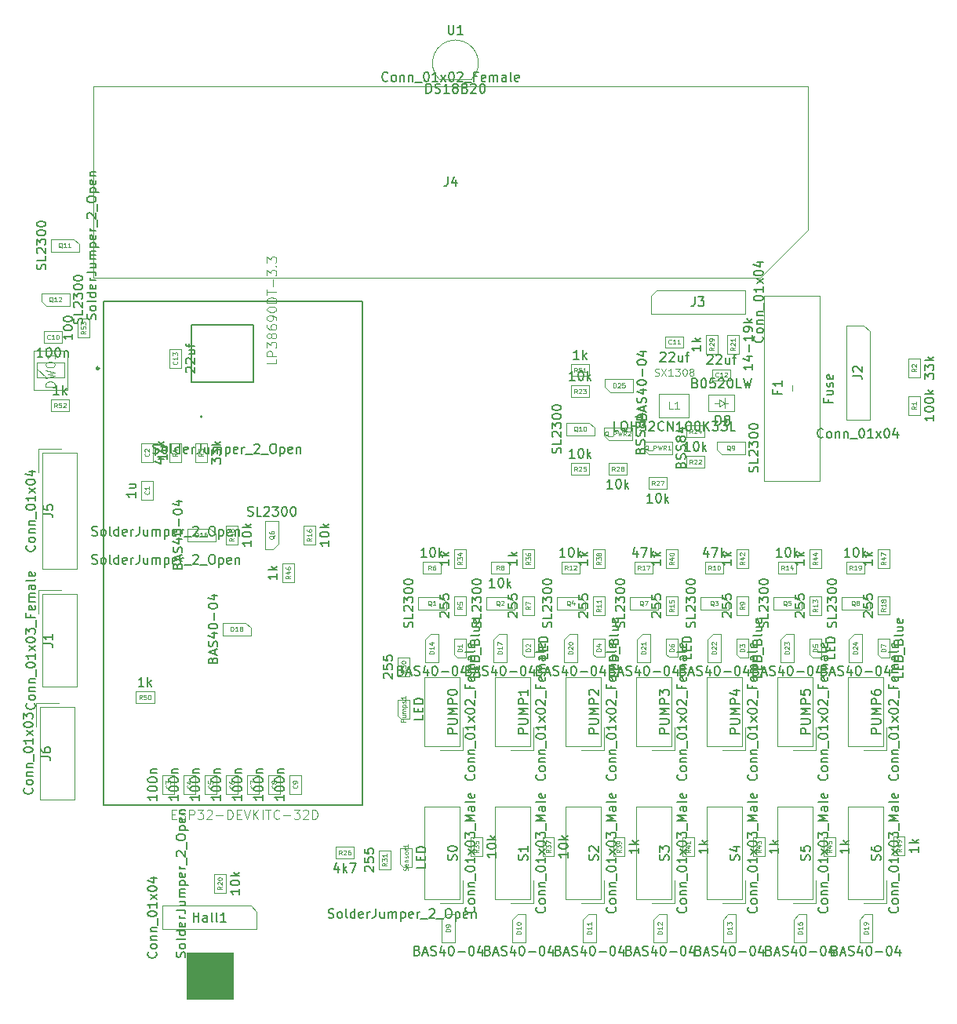
<source format=gbr>
G04 #@! TF.GenerationSoftware,KiCad,Pcbnew,(5.1.5)-3*
G04 #@! TF.CreationDate,2020-11-29T03:44:09+01:00*
G04 #@! TF.ProjectId,PlantCtrlESP32,506c616e-7443-4747-926c-45535033322e,rev?*
G04 #@! TF.SameCoordinates,Original*
G04 #@! TF.FileFunction,Other,Fab,Top*
%FSLAX46Y46*%
G04 Gerber Fmt 4.6, Leading zero omitted, Abs format (unit mm)*
G04 Created by KiCad (PCBNEW (5.1.5)-3) date 2020-11-29 03:44:09*
%MOMM*%
%LPD*%
G04 APERTURE LIST*
%ADD10C,0.100000*%
%ADD11C,0.200000*%
%ADD12C,0.127000*%
%ADD13C,0.280000*%
%ADD14C,0.050000*%
%ADD15C,0.150000*%
%ADD16C,0.080000*%
%ADD17C,0.075000*%
%ADD18C,0.015000*%
%ADD19C,0.120000*%
G04 APERTURE END LIST*
D10*
X211674000Y-126508000D02*
X210474000Y-126508000D01*
X211674000Y-128508000D02*
X211674000Y-126508000D01*
X210774000Y-128508000D02*
X211674000Y-128508000D01*
X210474000Y-128208000D02*
X210774000Y-128508000D01*
X210474000Y-126508000D02*
X210474000Y-128208000D01*
X211420000Y-110506000D02*
X210220000Y-110506000D01*
X211420000Y-112506000D02*
X211420000Y-110506000D01*
X210520000Y-112506000D02*
X211420000Y-112506000D01*
X210220000Y-112206000D02*
X210520000Y-112506000D01*
X210220000Y-110506000D02*
X210220000Y-112206000D01*
X263236000Y-103902000D02*
X262036000Y-103902000D01*
X263236000Y-105902000D02*
X263236000Y-103902000D01*
X262336000Y-105902000D02*
X263236000Y-105902000D01*
X262036000Y-105602000D02*
X262336000Y-105902000D01*
X262036000Y-103902000D02*
X262036000Y-105602000D01*
X240376000Y-103865500D02*
X239176000Y-103865500D01*
X240376000Y-105865500D02*
X240376000Y-103865500D01*
X239476000Y-105865500D02*
X240376000Y-105865500D01*
X239176000Y-105565500D02*
X239476000Y-105865500D01*
X239176000Y-103865500D02*
X239176000Y-105565500D01*
X255870000Y-103902000D02*
X254670000Y-103902000D01*
X255870000Y-105902000D02*
X255870000Y-103902000D01*
X254970000Y-105902000D02*
X255870000Y-105902000D01*
X254670000Y-105602000D02*
X254970000Y-105902000D01*
X254670000Y-103902000D02*
X254670000Y-105602000D01*
X232502000Y-103865500D02*
X231302000Y-103865500D01*
X232502000Y-105865500D02*
X232502000Y-103865500D01*
X231602000Y-105865500D02*
X232502000Y-105865500D01*
X231302000Y-105565500D02*
X231602000Y-105865500D01*
X231302000Y-103865500D02*
X231302000Y-105565500D01*
X247996000Y-103902000D02*
X246796000Y-103902000D01*
X247996000Y-105902000D02*
X247996000Y-103902000D01*
X247096000Y-105902000D02*
X247996000Y-105902000D01*
X246796000Y-105602000D02*
X247096000Y-105902000D01*
X246796000Y-103902000D02*
X246796000Y-105602000D01*
X224882000Y-103865500D02*
X223682000Y-103865500D01*
X224882000Y-105865500D02*
X224882000Y-103865500D01*
X223982000Y-105865500D02*
X224882000Y-105865500D01*
X223682000Y-105565500D02*
X223982000Y-105865500D01*
X223682000Y-103865500D02*
X223682000Y-105565500D01*
X217516000Y-103902000D02*
X216316000Y-103902000D01*
X217516000Y-105902000D02*
X217516000Y-103902000D01*
X216616000Y-105902000D02*
X217516000Y-105902000D01*
X216316000Y-105602000D02*
X216616000Y-105902000D01*
X216316000Y-103902000D02*
X216316000Y-105602000D01*
X186782000Y-72660000D02*
X186782000Y-74660000D01*
X185582000Y-72660000D02*
X186782000Y-72660000D01*
X185582000Y-74660000D02*
X185582000Y-72660000D01*
X186782000Y-74660000D02*
X185582000Y-74660000D01*
X244110000Y-74838000D02*
X246110000Y-74838000D01*
X244110000Y-76038000D02*
X244110000Y-74838000D01*
X246110000Y-76038000D02*
X244110000Y-76038000D01*
X246110000Y-74838000D02*
X246110000Y-76038000D01*
X241030000Y-72482000D02*
X239030000Y-72482000D01*
X241030000Y-71282000D02*
X241030000Y-72482000D01*
X239030000Y-71282000D02*
X241030000Y-71282000D01*
X239030000Y-72482000D02*
X239030000Y-71282000D01*
X235581000Y-77281000D02*
X235581000Y-75881000D01*
X232541000Y-75881000D02*
X235581000Y-75881000D01*
X233111000Y-77281000D02*
X232541000Y-76731000D01*
X232541000Y-76731000D02*
X232541000Y-75881000D01*
X233111000Y-77281000D02*
X235561000Y-77281000D01*
X182509000Y-88905500D02*
X182509000Y-86905500D01*
X183759000Y-88905500D02*
X182509000Y-88905500D01*
X183759000Y-86905500D02*
X183759000Y-88905500D01*
X182509000Y-86905500D02*
X183759000Y-86905500D01*
X258572000Y-70104000D02*
X260477000Y-70104000D01*
X260477000Y-70104000D02*
X261112000Y-70739000D01*
X261112000Y-70739000D02*
X261112000Y-80264000D01*
X261112000Y-80264000D02*
X258572000Y-80264000D01*
X258572000Y-80264000D02*
X258572000Y-70104000D01*
X194310000Y-132715000D02*
X194945000Y-133350000D01*
X184785000Y-132715000D02*
X194310000Y-132715000D01*
X184785000Y-135255000D02*
X184785000Y-132715000D01*
X194945000Y-135255000D02*
X184785000Y-135255000D01*
X194945000Y-133350000D02*
X194945000Y-135255000D01*
G36*
X187405000Y-142795000D02*
G01*
X187405000Y-137795000D01*
X192405000Y-137795000D01*
X192405000Y-142795000D01*
X187405000Y-142795000D01*
G37*
X187405000Y-142795000D02*
X187405000Y-137795000D01*
X192405000Y-137795000D01*
X192405000Y-142795000D01*
X187405000Y-142795000D01*
D11*
X189077000Y-79929000D02*
G75*
G03X189077000Y-79929000I-100000J0D01*
G01*
D12*
X194627000Y-76259000D02*
X194627000Y-70039000D01*
X187897000Y-76259000D02*
X194627000Y-76259000D01*
X187897000Y-70039000D02*
X187897000Y-76259000D01*
X194627000Y-70039000D02*
X187897000Y-70039000D01*
D10*
X228870000Y-74305000D02*
X230870000Y-74305000D01*
X228870000Y-75555000D02*
X228870000Y-74305000D01*
X230870000Y-75555000D02*
X228870000Y-75555000D01*
X230870000Y-74305000D02*
X230870000Y-75555000D01*
X181896000Y-109611000D02*
X183896000Y-109611000D01*
X181896000Y-110861000D02*
X181896000Y-109611000D01*
X183896000Y-110861000D02*
X181896000Y-110861000D01*
X183896000Y-109611000D02*
X183896000Y-110861000D01*
X264912000Y-125238000D02*
X264912000Y-127238000D01*
X263662000Y-125238000D02*
X264912000Y-125238000D01*
X263662000Y-127238000D02*
X263662000Y-125238000D01*
X264912000Y-127238000D02*
X263662000Y-127238000D01*
X192903000Y-91710000D02*
X192903000Y-93710000D01*
X191653000Y-91710000D02*
X192903000Y-91710000D01*
X191653000Y-93710000D02*
X191653000Y-91710000D01*
X192903000Y-93710000D02*
X191653000Y-93710000D01*
X262011000Y-96250000D02*
X262011000Y-94250000D01*
X263261000Y-96250000D02*
X262011000Y-96250000D01*
X263261000Y-94250000D02*
X263261000Y-96250000D01*
X262011000Y-94250000D02*
X263261000Y-94250000D01*
X197749000Y-97774000D02*
X197749000Y-95774000D01*
X198999000Y-97774000D02*
X197749000Y-97774000D01*
X198999000Y-95774000D02*
X198999000Y-97774000D01*
X197749000Y-95774000D02*
X198999000Y-95774000D01*
X257419000Y-125365000D02*
X257419000Y-127365000D01*
X256169000Y-125365000D02*
X257419000Y-125365000D01*
X256169000Y-127365000D02*
X256169000Y-125365000D01*
X257419000Y-127365000D02*
X256169000Y-127365000D01*
X254645000Y-96250000D02*
X254645000Y-94250000D01*
X255895000Y-96250000D02*
X254645000Y-96250000D01*
X255895000Y-94250000D02*
X255895000Y-96250000D01*
X254645000Y-94250000D02*
X255895000Y-94250000D01*
X249799000Y-125365000D02*
X249799000Y-127365000D01*
X248549000Y-125365000D02*
X249799000Y-125365000D01*
X248549000Y-127365000D02*
X248549000Y-125365000D01*
X249799000Y-127365000D02*
X248549000Y-127365000D01*
X246771000Y-96250000D02*
X246771000Y-94250000D01*
X248021000Y-96250000D02*
X246771000Y-96250000D01*
X248021000Y-94250000D02*
X248021000Y-96250000D01*
X246771000Y-94250000D02*
X248021000Y-94250000D01*
X242179000Y-125365000D02*
X242179000Y-127365000D01*
X240929000Y-125365000D02*
X242179000Y-125365000D01*
X240929000Y-127365000D02*
X240929000Y-125365000D01*
X242179000Y-127365000D02*
X240929000Y-127365000D01*
X239151000Y-96266000D02*
X239151000Y-94266000D01*
X240401000Y-96266000D02*
X239151000Y-96266000D01*
X240401000Y-94266000D02*
X240401000Y-96266000D01*
X239151000Y-94266000D02*
X240401000Y-94266000D01*
X234686000Y-125365000D02*
X234686000Y-127365000D01*
X233436000Y-125365000D02*
X234686000Y-125365000D01*
X233436000Y-127365000D02*
X233436000Y-125365000D01*
X234686000Y-127365000D02*
X233436000Y-127365000D01*
X231277000Y-96266000D02*
X231277000Y-94266000D01*
X232527000Y-96266000D02*
X231277000Y-96266000D01*
X232527000Y-94266000D02*
X232527000Y-96266000D01*
X231277000Y-94266000D02*
X232527000Y-94266000D01*
X227066000Y-125349000D02*
X227066000Y-127349000D01*
X225816000Y-125349000D02*
X227066000Y-125349000D01*
X225816000Y-127349000D02*
X225816000Y-125349000D01*
X227066000Y-127349000D02*
X225816000Y-127349000D01*
X223657000Y-96266000D02*
X223657000Y-94266000D01*
X224907000Y-96266000D02*
X223657000Y-96266000D01*
X224907000Y-94266000D02*
X224907000Y-96266000D01*
X223657000Y-94266000D02*
X224907000Y-94266000D01*
X219319000Y-125349000D02*
X219319000Y-127349000D01*
X218069000Y-125349000D02*
X219319000Y-125349000D01*
X218069000Y-127349000D02*
X218069000Y-125349000D01*
X219319000Y-127349000D02*
X218069000Y-127349000D01*
X216291000Y-96250000D02*
X216291000Y-94250000D01*
X217541000Y-96250000D02*
X216291000Y-96250000D01*
X217541000Y-94250000D02*
X217541000Y-96250000D01*
X216291000Y-94250000D02*
X217541000Y-94250000D01*
X208163000Y-128762000D02*
X208163000Y-126762000D01*
X209413000Y-128762000D02*
X208163000Y-128762000D01*
X209413000Y-126762000D02*
X209413000Y-128762000D01*
X208163000Y-126762000D02*
X209413000Y-126762000D01*
X210195000Y-107934000D02*
X210195000Y-105934000D01*
X211445000Y-107934000D02*
X210195000Y-107934000D01*
X211445000Y-105934000D02*
X211445000Y-107934000D01*
X210195000Y-105934000D02*
X211445000Y-105934000D01*
X234934000Y-86223000D02*
X232934000Y-86223000D01*
X234934000Y-84973000D02*
X234934000Y-86223000D01*
X232934000Y-84973000D02*
X234934000Y-84973000D01*
X232934000Y-86223000D02*
X232934000Y-84973000D01*
X239252000Y-87747000D02*
X237252000Y-87747000D01*
X239252000Y-86497000D02*
X239252000Y-87747000D01*
X237252000Y-86497000D02*
X239252000Y-86497000D01*
X237252000Y-87747000D02*
X237252000Y-86497000D01*
X205470000Y-127625000D02*
X203470000Y-127625000D01*
X205470000Y-126375000D02*
X205470000Y-127625000D01*
X203470000Y-126375000D02*
X205470000Y-126375000D01*
X203470000Y-127625000D02*
X203470000Y-126375000D01*
X228870000Y-84973000D02*
X230870000Y-84973000D01*
X228870000Y-86223000D02*
X228870000Y-84973000D01*
X230870000Y-86223000D02*
X228870000Y-86223000D01*
X230870000Y-84973000D02*
X230870000Y-86223000D01*
X243316000Y-82159000D02*
X241316000Y-82159000D01*
X243316000Y-80909000D02*
X243316000Y-82159000D01*
X241316000Y-80909000D02*
X243316000Y-80909000D01*
X241316000Y-82159000D02*
X241316000Y-80909000D01*
X228870000Y-76591000D02*
X230870000Y-76591000D01*
X228870000Y-77841000D02*
X228870000Y-76591000D01*
X230870000Y-77841000D02*
X228870000Y-77841000D01*
X230870000Y-76591000D02*
X230870000Y-77841000D01*
X241316000Y-84211000D02*
X243316000Y-84211000D01*
X241316000Y-85461000D02*
X241316000Y-84211000D01*
X243316000Y-85461000D02*
X241316000Y-85461000D01*
X243316000Y-84211000D02*
X243316000Y-85461000D01*
X258572000Y-95641000D02*
X260572000Y-95641000D01*
X258572000Y-96891000D02*
X258572000Y-95641000D01*
X260572000Y-96891000D02*
X258572000Y-96891000D01*
X260572000Y-95641000D02*
X260572000Y-96891000D01*
X262011000Y-101314000D02*
X262011000Y-99314000D01*
X263261000Y-101314000D02*
X262011000Y-101314000D01*
X263261000Y-99314000D02*
X263261000Y-101314000D01*
X262011000Y-99314000D02*
X263261000Y-99314000D01*
X235712000Y-95641000D02*
X237712000Y-95641000D01*
X235712000Y-96891000D02*
X235712000Y-95641000D01*
X237712000Y-96891000D02*
X235712000Y-96891000D01*
X237712000Y-95641000D02*
X237712000Y-96891000D01*
X201285000Y-91710000D02*
X201285000Y-93710000D01*
X200035000Y-91710000D02*
X201285000Y-91710000D01*
X200035000Y-93710000D02*
X200035000Y-91710000D01*
X201285000Y-93710000D02*
X200035000Y-93710000D01*
X239151000Y-101346000D02*
X239151000Y-99346000D01*
X240401000Y-101346000D02*
X239151000Y-101346000D01*
X240401000Y-99346000D02*
X240401000Y-101346000D01*
X239151000Y-99346000D02*
X240401000Y-99346000D01*
X251222000Y-95641000D02*
X253222000Y-95641000D01*
X251222000Y-96891000D02*
X251222000Y-95641000D01*
X253222000Y-96891000D02*
X251222000Y-96891000D01*
X253222000Y-95641000D02*
X253222000Y-96891000D01*
X254645000Y-101330000D02*
X254645000Y-99330000D01*
X255895000Y-101330000D02*
X254645000Y-101330000D01*
X255895000Y-99330000D02*
X255895000Y-101330000D01*
X254645000Y-99330000D02*
X255895000Y-99330000D01*
X227838000Y-95641000D02*
X229838000Y-95641000D01*
X227838000Y-96891000D02*
X227838000Y-95641000D01*
X229838000Y-96891000D02*
X227838000Y-96891000D01*
X229838000Y-95641000D02*
X229838000Y-96891000D01*
X231277000Y-101346000D02*
X231277000Y-99346000D01*
X232527000Y-101346000D02*
X231277000Y-101346000D01*
X232527000Y-99346000D02*
X232527000Y-101346000D01*
X231277000Y-99346000D02*
X232527000Y-99346000D01*
X243348000Y-95641000D02*
X245348000Y-95641000D01*
X243348000Y-96891000D02*
X243348000Y-95641000D01*
X245348000Y-96891000D02*
X243348000Y-96891000D01*
X245348000Y-95641000D02*
X245348000Y-96891000D01*
X246771000Y-101330000D02*
X246771000Y-99330000D01*
X248021000Y-101330000D02*
X246771000Y-101330000D01*
X248021000Y-99330000D02*
X248021000Y-101330000D01*
X246771000Y-99330000D02*
X248021000Y-99330000D01*
X222234000Y-96891000D02*
X220234000Y-96891000D01*
X222234000Y-95641000D02*
X222234000Y-96891000D01*
X220234000Y-95641000D02*
X222234000Y-95641000D01*
X220234000Y-96891000D02*
X220234000Y-95641000D01*
X223657000Y-101330000D02*
X223657000Y-99330000D01*
X224907000Y-101330000D02*
X223657000Y-101330000D01*
X224907000Y-99330000D02*
X224907000Y-101330000D01*
X223657000Y-99330000D02*
X224907000Y-99330000D01*
X212868000Y-95641000D02*
X214868000Y-95641000D01*
X212868000Y-96891000D02*
X212868000Y-95641000D01*
X214868000Y-96891000D02*
X212868000Y-96891000D01*
X214868000Y-95641000D02*
X214868000Y-96891000D01*
X216291000Y-101330000D02*
X216291000Y-99330000D01*
X217541000Y-101330000D02*
X216291000Y-101330000D01*
X217541000Y-99330000D02*
X217541000Y-101330000D01*
X216291000Y-99330000D02*
X217541000Y-99330000D01*
X185557000Y-84820000D02*
X185557000Y-82820000D01*
X186807000Y-84820000D02*
X185557000Y-84820000D01*
X186807000Y-82820000D02*
X186807000Y-84820000D01*
X185557000Y-82820000D02*
X186807000Y-82820000D01*
X189601000Y-82820000D02*
X189601000Y-84820000D01*
X188351000Y-82820000D02*
X189601000Y-82820000D01*
X188351000Y-84820000D02*
X188351000Y-82820000D01*
X189601000Y-84820000D02*
X188351000Y-84820000D01*
X266563000Y-73676000D02*
X266563000Y-75676000D01*
X265313000Y-73676000D02*
X266563000Y-73676000D01*
X265313000Y-75676000D02*
X265313000Y-73676000D01*
X266563000Y-75676000D02*
X265313000Y-75676000D01*
X266563000Y-77740000D02*
X266563000Y-79740000D01*
X265313000Y-77740000D02*
X266563000Y-77740000D01*
X265313000Y-79740000D02*
X265313000Y-77740000D01*
X266563000Y-79740000D02*
X265313000Y-79740000D01*
X235454000Y-82488000D02*
X235454000Y-81088000D01*
X232414000Y-81088000D02*
X235454000Y-81088000D01*
X232984000Y-82488000D02*
X232414000Y-81938000D01*
X232414000Y-81938000D02*
X232414000Y-81088000D01*
X232984000Y-82488000D02*
X235434000Y-82488000D01*
X239772000Y-84012000D02*
X239772000Y-82612000D01*
X236732000Y-82612000D02*
X239772000Y-82612000D01*
X237302000Y-84012000D02*
X236732000Y-83462000D01*
X236732000Y-83462000D02*
X236732000Y-82612000D01*
X237302000Y-84012000D02*
X239752000Y-84012000D01*
X228350000Y-80580000D02*
X228350000Y-81980000D01*
X231390000Y-81980000D02*
X228350000Y-81980000D01*
X230820000Y-80580000D02*
X231390000Y-81130000D01*
X231390000Y-81130000D02*
X231390000Y-81980000D01*
X230820000Y-80580000D02*
X228370000Y-80580000D01*
X247646000Y-84012000D02*
X247646000Y-82612000D01*
X244606000Y-82612000D02*
X247646000Y-82612000D01*
X245176000Y-84012000D02*
X244606000Y-83462000D01*
X244606000Y-83462000D02*
X244606000Y-82612000D01*
X245176000Y-84012000D02*
X247626000Y-84012000D01*
X258068000Y-99376000D02*
X258068000Y-100776000D01*
X261108000Y-100776000D02*
X258068000Y-100776000D01*
X260538000Y-99376000D02*
X261108000Y-99926000D01*
X261108000Y-99926000D02*
X261108000Y-100776000D01*
X260538000Y-99376000D02*
X258088000Y-99376000D01*
X235208000Y-99376000D02*
X235208000Y-100776000D01*
X238248000Y-100776000D02*
X235208000Y-100776000D01*
X237678000Y-99376000D02*
X238248000Y-99926000D01*
X238248000Y-99926000D02*
X238248000Y-100776000D01*
X237678000Y-99376000D02*
X235228000Y-99376000D01*
X197296000Y-91190000D02*
X195896000Y-91190000D01*
X195896000Y-94230000D02*
X195896000Y-91190000D01*
X197296000Y-93660000D02*
X196746000Y-94230000D01*
X196746000Y-94230000D02*
X195896000Y-94230000D01*
X197296000Y-93660000D02*
X197296000Y-91210000D01*
X250702000Y-99376000D02*
X250702000Y-100776000D01*
X253742000Y-100776000D02*
X250702000Y-100776000D01*
X253172000Y-99376000D02*
X253742000Y-99926000D01*
X253742000Y-99926000D02*
X253742000Y-100776000D01*
X253172000Y-99376000D02*
X250722000Y-99376000D01*
X227334000Y-99376000D02*
X227334000Y-100776000D01*
X230374000Y-100776000D02*
X227334000Y-100776000D01*
X229804000Y-99376000D02*
X230374000Y-99926000D01*
X230374000Y-99926000D02*
X230374000Y-100776000D01*
X229804000Y-99376000D02*
X227354000Y-99376000D01*
X242828000Y-99376000D02*
X242828000Y-100776000D01*
X245868000Y-100776000D02*
X242828000Y-100776000D01*
X245298000Y-99376000D02*
X245868000Y-99926000D01*
X245868000Y-99926000D02*
X245868000Y-100776000D01*
X245298000Y-99376000D02*
X242848000Y-99376000D01*
X219714000Y-99376000D02*
X219714000Y-100776000D01*
X222754000Y-100776000D02*
X219714000Y-100776000D01*
X222184000Y-99376000D02*
X222754000Y-99926000D01*
X222754000Y-99926000D02*
X222754000Y-100776000D01*
X222184000Y-99376000D02*
X219734000Y-99376000D01*
X212348000Y-99376000D02*
X212348000Y-100776000D01*
X215388000Y-100776000D02*
X212348000Y-100776000D01*
X214818000Y-99376000D02*
X215388000Y-99926000D01*
X215388000Y-99926000D02*
X215388000Y-100776000D01*
X214818000Y-99376000D02*
X212368000Y-99376000D01*
X171126000Y-110882000D02*
X171126000Y-113382000D01*
X173626000Y-110882000D02*
X171126000Y-110882000D01*
X175336000Y-121292000D02*
X175336000Y-111292000D01*
X171536000Y-121292000D02*
X175336000Y-121292000D01*
X171536000Y-111292000D02*
X171536000Y-121292000D01*
X175336000Y-111292000D02*
X171536000Y-111292000D01*
X255730000Y-86884000D02*
X249730000Y-86884000D01*
X255730000Y-66884000D02*
X255730000Y-86884000D01*
X249730000Y-66884000D02*
X255730000Y-66884000D01*
X249730000Y-86884000D02*
X249730000Y-66884000D01*
X252730000Y-76584000D02*
X252730000Y-77184000D01*
X198511000Y-120634000D02*
X198511000Y-118634000D01*
X199761000Y-120634000D02*
X198511000Y-120634000D01*
X199761000Y-118634000D02*
X199761000Y-120634000D01*
X198511000Y-118634000D02*
X199761000Y-118634000D01*
X196225000Y-120634000D02*
X196225000Y-118634000D01*
X197475000Y-120634000D02*
X196225000Y-120634000D01*
X197475000Y-118634000D02*
X197475000Y-120634000D01*
X196225000Y-118634000D02*
X197475000Y-118634000D01*
X193939000Y-120634000D02*
X193939000Y-118634000D01*
X195189000Y-120634000D02*
X193939000Y-120634000D01*
X195189000Y-118634000D02*
X195189000Y-120634000D01*
X193939000Y-118634000D02*
X195189000Y-118634000D01*
X191653000Y-120634000D02*
X191653000Y-118634000D01*
X192903000Y-120634000D02*
X191653000Y-120634000D01*
X192903000Y-118634000D02*
X192903000Y-120634000D01*
X191653000Y-118634000D02*
X192903000Y-118634000D01*
X189367000Y-120634000D02*
X189367000Y-118634000D01*
X190617000Y-120634000D02*
X189367000Y-120634000D01*
X190617000Y-118634000D02*
X190617000Y-120634000D01*
X189367000Y-118634000D02*
X190617000Y-118634000D01*
X187081000Y-120634000D02*
X187081000Y-118634000D01*
X188331000Y-120634000D02*
X187081000Y-120634000D01*
X188331000Y-118634000D02*
X188331000Y-120634000D01*
X187081000Y-118634000D02*
X188331000Y-118634000D01*
X184795000Y-120634000D02*
X184795000Y-118634000D01*
X186045000Y-120634000D02*
X184795000Y-120634000D01*
X186045000Y-118634000D02*
X186045000Y-120634000D01*
X184795000Y-118634000D02*
X186045000Y-118634000D01*
X183759000Y-82820000D02*
X183759000Y-84820000D01*
X182509000Y-82820000D02*
X183759000Y-82820000D01*
X182509000Y-84820000D02*
X182509000Y-82820000D01*
X183759000Y-84820000D02*
X182509000Y-84820000D01*
X175651000Y-71358000D02*
X175651000Y-69358000D01*
X176901000Y-71358000D02*
X175651000Y-71358000D01*
X176901000Y-69358000D02*
X176901000Y-71358000D01*
X175651000Y-69358000D02*
X176901000Y-69358000D01*
X172736000Y-78115000D02*
X174736000Y-78115000D01*
X172736000Y-79365000D02*
X172736000Y-78115000D01*
X174736000Y-79365000D02*
X172736000Y-79365000D01*
X174736000Y-78115000D02*
X174736000Y-79365000D01*
X243469000Y-73136000D02*
X243469000Y-71136000D01*
X244719000Y-73136000D02*
X243469000Y-73136000D01*
X244719000Y-71136000D02*
X244719000Y-73136000D01*
X243469000Y-71136000D02*
X244719000Y-71136000D01*
X247005000Y-71136000D02*
X247005000Y-73136000D01*
X245755000Y-71136000D02*
X247005000Y-71136000D01*
X245755000Y-73136000D02*
X245755000Y-71136000D01*
X247005000Y-73136000D02*
X245755000Y-73136000D01*
X191633000Y-129302000D02*
X191633000Y-131302000D01*
X190383000Y-129302000D02*
X191633000Y-129302000D01*
X190383000Y-131302000D02*
X190383000Y-129302000D01*
X191633000Y-131302000D02*
X190383000Y-131302000D01*
X241593500Y-79990000D02*
X238393500Y-79990000D01*
X241593500Y-77490000D02*
X241593500Y-79990000D01*
X238393500Y-77490000D02*
X241593500Y-77490000D01*
X238393500Y-79990000D02*
X238393500Y-77490000D01*
X247650000Y-68834000D02*
X237490000Y-68834000D01*
X247650000Y-66294000D02*
X247650000Y-68834000D01*
X238125000Y-66294000D02*
X247650000Y-66294000D01*
X237490000Y-66929000D02*
X238125000Y-66294000D01*
X237490000Y-68834000D02*
X237490000Y-66929000D01*
X171380000Y-98690000D02*
X171380000Y-101190000D01*
X173880000Y-98690000D02*
X171380000Y-98690000D01*
X175590000Y-109100000D02*
X175590000Y-99100000D01*
X171790000Y-109100000D02*
X175590000Y-109100000D01*
X171790000Y-99100000D02*
X171790000Y-109100000D01*
X175590000Y-99100000D02*
X171790000Y-99100000D01*
X260031000Y-136648000D02*
X261431000Y-136648000D01*
X261431000Y-133608000D02*
X261431000Y-136648000D01*
X260031000Y-134178000D02*
X260581000Y-133608000D01*
X260581000Y-133608000D02*
X261431000Y-133608000D01*
X260031000Y-134178000D02*
X260031000Y-136628000D01*
X191266000Y-102170000D02*
X191266000Y-103570000D01*
X194306000Y-103570000D02*
X191266000Y-103570000D01*
X193736000Y-102170000D02*
X194306000Y-102720000D01*
X194306000Y-102720000D02*
X194306000Y-103570000D01*
X193736000Y-102170000D02*
X191286000Y-102170000D01*
X187456000Y-92010000D02*
X187456000Y-93410000D01*
X190496000Y-93410000D02*
X187456000Y-93410000D01*
X189926000Y-92010000D02*
X190496000Y-92560000D01*
X190496000Y-92560000D02*
X190496000Y-93410000D01*
X189926000Y-92010000D02*
X187476000Y-92010000D01*
X252919000Y-136648000D02*
X254319000Y-136648000D01*
X254319000Y-133608000D02*
X254319000Y-136648000D01*
X252919000Y-134178000D02*
X253469000Y-133608000D01*
X253469000Y-133608000D02*
X254319000Y-133608000D01*
X252919000Y-134178000D02*
X252919000Y-136628000D01*
X245299000Y-136648000D02*
X246699000Y-136648000D01*
X246699000Y-133608000D02*
X246699000Y-136648000D01*
X245299000Y-134178000D02*
X245849000Y-133608000D01*
X245849000Y-133608000D02*
X246699000Y-133608000D01*
X245299000Y-134178000D02*
X245299000Y-136628000D01*
X237806000Y-136648000D02*
X239206000Y-136648000D01*
X239206000Y-133608000D02*
X239206000Y-136648000D01*
X237806000Y-134178000D02*
X238356000Y-133608000D01*
X238356000Y-133608000D02*
X239206000Y-133608000D01*
X237806000Y-134178000D02*
X237806000Y-136628000D01*
X230186000Y-136648000D02*
X231586000Y-136648000D01*
X231586000Y-133608000D02*
X231586000Y-136648000D01*
X230186000Y-134178000D02*
X230736000Y-133608000D01*
X230736000Y-133608000D02*
X231586000Y-133608000D01*
X230186000Y-134178000D02*
X230186000Y-136628000D01*
X222566000Y-136648000D02*
X223966000Y-136648000D01*
X223966000Y-133608000D02*
X223966000Y-136648000D01*
X222566000Y-134178000D02*
X223116000Y-133608000D01*
X223116000Y-133608000D02*
X223966000Y-133608000D01*
X222566000Y-134178000D02*
X222566000Y-136628000D01*
X214946000Y-136648000D02*
X216346000Y-136648000D01*
X216346000Y-133608000D02*
X216346000Y-136648000D01*
X214946000Y-134178000D02*
X215496000Y-133608000D01*
X215496000Y-133608000D02*
X216346000Y-133608000D01*
X214946000Y-134178000D02*
X214946000Y-136628000D01*
X246510000Y-79386000D02*
X243710000Y-79386000D01*
X243710000Y-79386000D02*
X243710000Y-77586000D01*
X243710000Y-77586000D02*
X246510000Y-77586000D01*
X246510000Y-77586000D02*
X246510000Y-79386000D01*
X245860000Y-78486000D02*
X245460000Y-78486000D01*
X245460000Y-78486000D02*
X245460000Y-79036000D01*
X245460000Y-78486000D02*
X245460000Y-77936000D01*
X245460000Y-78486000D02*
X244860000Y-78886000D01*
X244860000Y-78886000D02*
X244860000Y-78086000D01*
X244860000Y-78086000D02*
X245460000Y-78486000D01*
X244860000Y-78486000D02*
X244360000Y-78486000D01*
X249267500Y-64940000D02*
X254430000Y-59777500D01*
X254430000Y-44280000D02*
X177370000Y-44280000D01*
X254430000Y-59777500D02*
X254430000Y-44280000D01*
X249267500Y-64940000D02*
X177370000Y-64940000D01*
X177370000Y-64940000D02*
X177370000Y-44280000D01*
D12*
X178455000Y-67465000D02*
X206355000Y-67465000D01*
X206355000Y-67465000D02*
X206355000Y-121865000D01*
X206355000Y-121865000D02*
X178455000Y-121865000D01*
X178455000Y-121865000D02*
X178455000Y-67465000D01*
D13*
X177945000Y-74715000D02*
G75*
G03X177945000Y-74715000I-140000J0D01*
G01*
X177945000Y-74715000D02*
G75*
G03X177945000Y-74715000I-140000J0D01*
G01*
D10*
X214638000Y-43533000D02*
X218138000Y-43533000D01*
X214654375Y-43536625D02*
G75*
G02X216408000Y-39303000I1753625J1753625D01*
G01*
X218161625Y-43536625D02*
G75*
G03X216408000Y-39303000I-1753625J1753625D01*
G01*
X262960000Y-132450000D02*
X262960000Y-129950000D01*
X260460000Y-132450000D02*
X262960000Y-132450000D01*
X258750000Y-122040000D02*
X258750000Y-132040000D01*
X262550000Y-122040000D02*
X258750000Y-122040000D01*
X262550000Y-132040000D02*
X262550000Y-122040000D01*
X258750000Y-132040000D02*
X262550000Y-132040000D01*
X255340000Y-132450000D02*
X255340000Y-129950000D01*
X252840000Y-132450000D02*
X255340000Y-132450000D01*
X251130000Y-122040000D02*
X251130000Y-132040000D01*
X254930000Y-122040000D02*
X251130000Y-122040000D01*
X254930000Y-132040000D02*
X254930000Y-122040000D01*
X251130000Y-132040000D02*
X254930000Y-132040000D01*
X247720000Y-132450000D02*
X247720000Y-129950000D01*
X245220000Y-132450000D02*
X247720000Y-132450000D01*
X243510000Y-122040000D02*
X243510000Y-132040000D01*
X247310000Y-122040000D02*
X243510000Y-122040000D01*
X247310000Y-132040000D02*
X247310000Y-122040000D01*
X243510000Y-132040000D02*
X247310000Y-132040000D01*
X240100000Y-132450000D02*
X240100000Y-129950000D01*
X237600000Y-132450000D02*
X240100000Y-132450000D01*
X235890000Y-122040000D02*
X235890000Y-132040000D01*
X239690000Y-122040000D02*
X235890000Y-122040000D01*
X239690000Y-132040000D02*
X239690000Y-122040000D01*
X235890000Y-132040000D02*
X239690000Y-132040000D01*
X232480000Y-132450000D02*
X232480000Y-129950000D01*
X229980000Y-132450000D02*
X232480000Y-132450000D01*
X228270000Y-122040000D02*
X228270000Y-132040000D01*
X232070000Y-122040000D02*
X228270000Y-122040000D01*
X232070000Y-132040000D02*
X232070000Y-122040000D01*
X228270000Y-132040000D02*
X232070000Y-132040000D01*
X224860000Y-132450000D02*
X224860000Y-129950000D01*
X222360000Y-132450000D02*
X224860000Y-132450000D01*
X220650000Y-122040000D02*
X220650000Y-132040000D01*
X224450000Y-122040000D02*
X220650000Y-122040000D01*
X224450000Y-132040000D02*
X224450000Y-122040000D01*
X220650000Y-132040000D02*
X224450000Y-132040000D01*
X217240000Y-132450000D02*
X217240000Y-129950000D01*
X214740000Y-132450000D02*
X217240000Y-132450000D01*
X213030000Y-122040000D02*
X213030000Y-132040000D01*
X216830000Y-122040000D02*
X213030000Y-122040000D01*
X216830000Y-132040000D02*
X216830000Y-122040000D01*
X213030000Y-132040000D02*
X216830000Y-132040000D01*
X262960000Y-115940000D02*
X262960000Y-113440000D01*
X260460000Y-115940000D02*
X262960000Y-115940000D01*
X258750000Y-108030000D02*
X258750000Y-115530000D01*
X262550000Y-108030000D02*
X258750000Y-108030000D01*
X262550000Y-115530000D02*
X262550000Y-108030000D01*
X258750000Y-115530000D02*
X262550000Y-115530000D01*
X255340000Y-115940000D02*
X255340000Y-113440000D01*
X252840000Y-115940000D02*
X255340000Y-115940000D01*
X251130000Y-108030000D02*
X251130000Y-115530000D01*
X254930000Y-108030000D02*
X251130000Y-108030000D01*
X254930000Y-115530000D02*
X254930000Y-108030000D01*
X251130000Y-115530000D02*
X254930000Y-115530000D01*
X247720000Y-115940000D02*
X247720000Y-113440000D01*
X245220000Y-115940000D02*
X247720000Y-115940000D01*
X243510000Y-108030000D02*
X243510000Y-115530000D01*
X247310000Y-108030000D02*
X243510000Y-108030000D01*
X247310000Y-115530000D02*
X247310000Y-108030000D01*
X243510000Y-115530000D02*
X247310000Y-115530000D01*
X240100000Y-115940000D02*
X240100000Y-113440000D01*
X237600000Y-115940000D02*
X240100000Y-115940000D01*
X235890000Y-108030000D02*
X235890000Y-115530000D01*
X239690000Y-108030000D02*
X235890000Y-108030000D01*
X239690000Y-115530000D02*
X239690000Y-108030000D01*
X235890000Y-115530000D02*
X239690000Y-115530000D01*
X232480000Y-115940000D02*
X232480000Y-113440000D01*
X229980000Y-115940000D02*
X232480000Y-115940000D01*
X228270000Y-108030000D02*
X228270000Y-115530000D01*
X232070000Y-108030000D02*
X228270000Y-108030000D01*
X232070000Y-115530000D02*
X232070000Y-108030000D01*
X228270000Y-115530000D02*
X232070000Y-115530000D01*
X224860000Y-115940000D02*
X224860000Y-113440000D01*
X222360000Y-115940000D02*
X224860000Y-115940000D01*
X220650000Y-108030000D02*
X220650000Y-115530000D01*
X224450000Y-108030000D02*
X220650000Y-108030000D01*
X224450000Y-115530000D02*
X224450000Y-108030000D01*
X220650000Y-115530000D02*
X224450000Y-115530000D01*
X217240000Y-115940000D02*
X217240000Y-113440000D01*
X214740000Y-115940000D02*
X217240000Y-115940000D01*
X213030000Y-108030000D02*
X213030000Y-115530000D01*
X216830000Y-108030000D02*
X213030000Y-108030000D01*
X216830000Y-115530000D02*
X216830000Y-108030000D01*
X213030000Y-115530000D02*
X216830000Y-115530000D01*
X171380000Y-83450000D02*
X171380000Y-85950000D01*
X173880000Y-83450000D02*
X171380000Y-83450000D01*
X175590000Y-96360000D02*
X175590000Y-83860000D01*
X171790000Y-96360000D02*
X175590000Y-96360000D01*
X171790000Y-83860000D02*
X171790000Y-96360000D01*
X175590000Y-83860000D02*
X171790000Y-83860000D01*
X173974000Y-71999000D02*
X171974000Y-71999000D01*
X173974000Y-70749000D02*
X173974000Y-71999000D01*
X171974000Y-70749000D02*
X173974000Y-70749000D01*
X171974000Y-71999000D02*
X171974000Y-70749000D01*
X172210000Y-75730000D02*
X171260000Y-74780000D01*
X174180000Y-75730000D02*
X171260000Y-75730000D01*
X174180000Y-74130000D02*
X174180000Y-75730000D01*
X171260000Y-74130000D02*
X174180000Y-74130000D01*
X171260000Y-75730000D02*
X171260000Y-74130000D01*
D14*
X174555000Y-77055000D02*
X170885000Y-77055000D01*
X174555000Y-72805000D02*
X174555000Y-77055000D01*
X170885000Y-72805000D02*
X174555000Y-72805000D01*
X170885000Y-77055000D02*
X170885000Y-72805000D01*
D10*
X172724000Y-60768000D02*
X172724000Y-62168000D01*
X175764000Y-62168000D02*
X172724000Y-62168000D01*
X175194000Y-60768000D02*
X175764000Y-61318000D01*
X175764000Y-61318000D02*
X175764000Y-62168000D01*
X175194000Y-60768000D02*
X172744000Y-60768000D01*
X174748000Y-68010000D02*
X174748000Y-66610000D01*
X171708000Y-66610000D02*
X174748000Y-66610000D01*
X172278000Y-68010000D02*
X171708000Y-67460000D01*
X171708000Y-67460000D02*
X171708000Y-66610000D01*
X172278000Y-68010000D02*
X174728000Y-68010000D01*
X213168000Y-103952000D02*
X213168000Y-106402000D01*
X213718000Y-103382000D02*
X214568000Y-103382000D01*
X213168000Y-103952000D02*
X213718000Y-103382000D01*
X214568000Y-103382000D02*
X214568000Y-106422000D01*
X213168000Y-106422000D02*
X214568000Y-106422000D01*
X220534000Y-106422000D02*
X221934000Y-106422000D01*
X221934000Y-103382000D02*
X221934000Y-106422000D01*
X220534000Y-103952000D02*
X221084000Y-103382000D01*
X221084000Y-103382000D02*
X221934000Y-103382000D01*
X220534000Y-103952000D02*
X220534000Y-106402000D01*
X228154000Y-103952000D02*
X228154000Y-106402000D01*
X228704000Y-103382000D02*
X229554000Y-103382000D01*
X228154000Y-103952000D02*
X228704000Y-103382000D01*
X229554000Y-103382000D02*
X229554000Y-106422000D01*
X228154000Y-106422000D02*
X229554000Y-106422000D01*
X236028000Y-103952000D02*
X236028000Y-106402000D01*
X236578000Y-103382000D02*
X237428000Y-103382000D01*
X236028000Y-103952000D02*
X236578000Y-103382000D01*
X237428000Y-103382000D02*
X237428000Y-106422000D01*
X236028000Y-106422000D02*
X237428000Y-106422000D01*
X243648000Y-106422000D02*
X245048000Y-106422000D01*
X245048000Y-103382000D02*
X245048000Y-106422000D01*
X243648000Y-103952000D02*
X244198000Y-103382000D01*
X244198000Y-103382000D02*
X245048000Y-103382000D01*
X243648000Y-103952000D02*
X243648000Y-106402000D01*
X251522000Y-106422000D02*
X252922000Y-106422000D01*
X252922000Y-103382000D02*
X252922000Y-106422000D01*
X251522000Y-103952000D02*
X252072000Y-103382000D01*
X252072000Y-103382000D02*
X252922000Y-103382000D01*
X251522000Y-103952000D02*
X251522000Y-106402000D01*
X258888000Y-106422000D02*
X260288000Y-106422000D01*
X260288000Y-103382000D02*
X260288000Y-106422000D01*
X258888000Y-103952000D02*
X259438000Y-103382000D01*
X259438000Y-103382000D02*
X260288000Y-103382000D01*
X258888000Y-103952000D02*
X258888000Y-106402000D01*
D15*
X213176380Y-128150857D02*
X213176380Y-128627047D01*
X212176380Y-128627047D01*
X212652571Y-127817523D02*
X212652571Y-127484190D01*
X213176380Y-127341333D02*
X213176380Y-127817523D01*
X212176380Y-127817523D01*
X212176380Y-127341333D01*
X213176380Y-126912761D02*
X212176380Y-126912761D01*
X212176380Y-126674666D01*
X212224000Y-126531809D01*
X212319238Y-126436571D01*
X212414476Y-126388952D01*
X212604952Y-126341333D01*
X212747809Y-126341333D01*
X212938285Y-126388952D01*
X213033523Y-126436571D01*
X213128761Y-126531809D01*
X213176380Y-126674666D01*
X213176380Y-126912761D01*
D16*
X211276380Y-128912761D02*
X211300190Y-128841333D01*
X211300190Y-128722285D01*
X211276380Y-128674666D01*
X211252571Y-128650857D01*
X211204952Y-128627047D01*
X211157333Y-128627047D01*
X211109714Y-128650857D01*
X211085904Y-128674666D01*
X211062095Y-128722285D01*
X211038285Y-128817523D01*
X211014476Y-128865142D01*
X210990666Y-128888952D01*
X210943047Y-128912761D01*
X210895428Y-128912761D01*
X210847809Y-128888952D01*
X210824000Y-128865142D01*
X210800190Y-128817523D01*
X210800190Y-128698476D01*
X210824000Y-128627047D01*
X211276380Y-128222285D02*
X211300190Y-128269904D01*
X211300190Y-128365142D01*
X211276380Y-128412761D01*
X211228761Y-128436571D01*
X211038285Y-128436571D01*
X210990666Y-128412761D01*
X210966857Y-128365142D01*
X210966857Y-128269904D01*
X210990666Y-128222285D01*
X211038285Y-128198476D01*
X211085904Y-128198476D01*
X211133523Y-128436571D01*
X210966857Y-127984190D02*
X211300190Y-127984190D01*
X211014476Y-127984190D02*
X210990666Y-127960380D01*
X210966857Y-127912761D01*
X210966857Y-127841333D01*
X210990666Y-127793714D01*
X211038285Y-127769904D01*
X211300190Y-127769904D01*
X211276380Y-127555619D02*
X211300190Y-127508000D01*
X211300190Y-127412761D01*
X211276380Y-127365142D01*
X211228761Y-127341333D01*
X211204952Y-127341333D01*
X211157333Y-127365142D01*
X211133523Y-127412761D01*
X211133523Y-127484190D01*
X211109714Y-127531809D01*
X211062095Y-127555619D01*
X211038285Y-127555619D01*
X210990666Y-127531809D01*
X210966857Y-127484190D01*
X210966857Y-127412761D01*
X210990666Y-127365142D01*
X211300190Y-127055619D02*
X211276380Y-127103238D01*
X211252571Y-127127047D01*
X211204952Y-127150857D01*
X211062095Y-127150857D01*
X211014476Y-127127047D01*
X210990666Y-127103238D01*
X210966857Y-127055619D01*
X210966857Y-126984190D01*
X210990666Y-126936571D01*
X211014476Y-126912761D01*
X211062095Y-126888952D01*
X211204952Y-126888952D01*
X211252571Y-126912761D01*
X211276380Y-126936571D01*
X211300190Y-126984190D01*
X211300190Y-127055619D01*
X211300190Y-126674666D02*
X210966857Y-126674666D01*
X211062095Y-126674666D02*
X211014476Y-126650857D01*
X210990666Y-126627047D01*
X210966857Y-126579428D01*
X210966857Y-126531809D01*
X211300190Y-126103238D02*
X211300190Y-126388952D01*
X211300190Y-126246095D02*
X210800190Y-126246095D01*
X210871619Y-126293714D01*
X210919238Y-126341333D01*
X210943047Y-126388952D01*
D15*
X212922380Y-112148857D02*
X212922380Y-112625047D01*
X211922380Y-112625047D01*
X212398571Y-111815523D02*
X212398571Y-111482190D01*
X212922380Y-111339333D02*
X212922380Y-111815523D01*
X211922380Y-111815523D01*
X211922380Y-111339333D01*
X212922380Y-110910761D02*
X211922380Y-110910761D01*
X211922380Y-110672666D01*
X211970000Y-110529809D01*
X212065238Y-110434571D01*
X212160476Y-110386952D01*
X212350952Y-110339333D01*
X212493809Y-110339333D01*
X212684285Y-110386952D01*
X212779523Y-110434571D01*
X212874761Y-110529809D01*
X212922380Y-110672666D01*
X212922380Y-110910761D01*
D16*
X211046190Y-112863142D02*
X210546190Y-112863142D01*
X210546190Y-112672666D01*
X210570000Y-112625047D01*
X210593809Y-112601238D01*
X210641428Y-112577428D01*
X210712857Y-112577428D01*
X210760476Y-112601238D01*
X210784285Y-112625047D01*
X210808095Y-112672666D01*
X210808095Y-112863142D01*
X210712857Y-112148857D02*
X211046190Y-112148857D01*
X210712857Y-112363142D02*
X210974761Y-112363142D01*
X211022380Y-112339333D01*
X211046190Y-112291714D01*
X211046190Y-112220285D01*
X211022380Y-112172666D01*
X210998571Y-112148857D01*
X211046190Y-111910761D02*
X210712857Y-111910761D01*
X210760476Y-111910761D02*
X210736666Y-111886952D01*
X210712857Y-111839333D01*
X210712857Y-111767904D01*
X210736666Y-111720285D01*
X210784285Y-111696476D01*
X211046190Y-111696476D01*
X210784285Y-111696476D02*
X210736666Y-111672666D01*
X210712857Y-111625047D01*
X210712857Y-111553619D01*
X210736666Y-111506000D01*
X210784285Y-111482190D01*
X211046190Y-111482190D01*
X210712857Y-111244095D02*
X211212857Y-111244095D01*
X210736666Y-111244095D02*
X210712857Y-111196476D01*
X210712857Y-111101238D01*
X210736666Y-111053619D01*
X210760476Y-111029809D01*
X210808095Y-111006000D01*
X210950952Y-111006000D01*
X210998571Y-111029809D01*
X211022380Y-111053619D01*
X211046190Y-111101238D01*
X211046190Y-111196476D01*
X211022380Y-111244095D01*
X211022380Y-110815523D02*
X211046190Y-110767904D01*
X211046190Y-110672666D01*
X211022380Y-110625047D01*
X210974761Y-110601238D01*
X210950952Y-110601238D01*
X210903333Y-110625047D01*
X210879523Y-110672666D01*
X210879523Y-110744095D01*
X210855714Y-110791714D01*
X210808095Y-110815523D01*
X210784285Y-110815523D01*
X210736666Y-110791714D01*
X210712857Y-110744095D01*
X210712857Y-110672666D01*
X210736666Y-110625047D01*
X211046190Y-110125047D02*
X211046190Y-110410761D01*
X211046190Y-110267904D02*
X210546190Y-110267904D01*
X210617619Y-110315523D01*
X210665238Y-110363142D01*
X210689047Y-110410761D01*
D15*
X264738380Y-107568666D02*
X264738380Y-108044857D01*
X263738380Y-108044857D01*
X264214571Y-107235333D02*
X264214571Y-106902000D01*
X264738380Y-106759142D02*
X264738380Y-107235333D01*
X263738380Y-107235333D01*
X263738380Y-106759142D01*
X264738380Y-106330571D02*
X263738380Y-106330571D01*
X263738380Y-106092476D01*
X263786000Y-105949619D01*
X263881238Y-105854380D01*
X263976476Y-105806761D01*
X264166952Y-105759142D01*
X264309809Y-105759142D01*
X264500285Y-105806761D01*
X264595523Y-105854380D01*
X264690761Y-105949619D01*
X264738380Y-106092476D01*
X264738380Y-106330571D01*
X264833619Y-105568666D02*
X264833619Y-104806761D01*
X264214571Y-104235333D02*
X264262190Y-104092476D01*
X264309809Y-104044857D01*
X264405047Y-103997238D01*
X264547904Y-103997238D01*
X264643142Y-104044857D01*
X264690761Y-104092476D01*
X264738380Y-104187714D01*
X264738380Y-104568666D01*
X263738380Y-104568666D01*
X263738380Y-104235333D01*
X263786000Y-104140095D01*
X263833619Y-104092476D01*
X263928857Y-104044857D01*
X264024095Y-104044857D01*
X264119333Y-104092476D01*
X264166952Y-104140095D01*
X264214571Y-104235333D01*
X264214571Y-104568666D01*
X264738380Y-103425809D02*
X264690761Y-103521047D01*
X264595523Y-103568666D01*
X263738380Y-103568666D01*
X264071714Y-102616285D02*
X264738380Y-102616285D01*
X264071714Y-103044857D02*
X264595523Y-103044857D01*
X264690761Y-102997238D01*
X264738380Y-102902000D01*
X264738380Y-102759142D01*
X264690761Y-102663904D01*
X264643142Y-102616285D01*
X264690761Y-101759142D02*
X264738380Y-101854380D01*
X264738380Y-102044857D01*
X264690761Y-102140095D01*
X264595523Y-102187714D01*
X264214571Y-102187714D01*
X264119333Y-102140095D01*
X264071714Y-102044857D01*
X264071714Y-101854380D01*
X264119333Y-101759142D01*
X264214571Y-101711523D01*
X264309809Y-101711523D01*
X264405047Y-102187714D01*
D16*
X262862190Y-105271047D02*
X262362190Y-105271047D01*
X262362190Y-105152000D01*
X262386000Y-105080571D01*
X262433619Y-105032952D01*
X262481238Y-105009142D01*
X262576476Y-104985333D01*
X262647904Y-104985333D01*
X262743142Y-105009142D01*
X262790761Y-105032952D01*
X262838380Y-105080571D01*
X262862190Y-105152000D01*
X262862190Y-105271047D01*
X262362190Y-104818666D02*
X262362190Y-104485333D01*
X262862190Y-104699619D01*
D15*
X241878380Y-105508357D02*
X241878380Y-105984547D01*
X240878380Y-105984547D01*
X241354571Y-105175023D02*
X241354571Y-104841690D01*
X241878380Y-104698833D02*
X241878380Y-105175023D01*
X240878380Y-105175023D01*
X240878380Y-104698833D01*
X241878380Y-104270261D02*
X240878380Y-104270261D01*
X240878380Y-104032166D01*
X240926000Y-103889309D01*
X241021238Y-103794071D01*
X241116476Y-103746452D01*
X241306952Y-103698833D01*
X241449809Y-103698833D01*
X241640285Y-103746452D01*
X241735523Y-103794071D01*
X241830761Y-103889309D01*
X241878380Y-104032166D01*
X241878380Y-104270261D01*
D16*
X240002190Y-105234547D02*
X239502190Y-105234547D01*
X239502190Y-105115500D01*
X239526000Y-105044071D01*
X239573619Y-104996452D01*
X239621238Y-104972642D01*
X239716476Y-104948833D01*
X239787904Y-104948833D01*
X239883142Y-104972642D01*
X239930761Y-104996452D01*
X239978380Y-105044071D01*
X240002190Y-105115500D01*
X240002190Y-105234547D01*
X239502190Y-104520261D02*
X239502190Y-104615500D01*
X239526000Y-104663119D01*
X239549809Y-104686928D01*
X239621238Y-104734547D01*
X239716476Y-104758357D01*
X239906952Y-104758357D01*
X239954571Y-104734547D01*
X239978380Y-104710738D01*
X240002190Y-104663119D01*
X240002190Y-104567880D01*
X239978380Y-104520261D01*
X239954571Y-104496452D01*
X239906952Y-104472642D01*
X239787904Y-104472642D01*
X239740285Y-104496452D01*
X239716476Y-104520261D01*
X239692666Y-104567880D01*
X239692666Y-104663119D01*
X239716476Y-104710738D01*
X239740285Y-104734547D01*
X239787904Y-104758357D01*
D15*
X257372380Y-105544857D02*
X257372380Y-106021047D01*
X256372380Y-106021047D01*
X256848571Y-105211523D02*
X256848571Y-104878190D01*
X257372380Y-104735333D02*
X257372380Y-105211523D01*
X256372380Y-105211523D01*
X256372380Y-104735333D01*
X257372380Y-104306761D02*
X256372380Y-104306761D01*
X256372380Y-104068666D01*
X256420000Y-103925809D01*
X256515238Y-103830571D01*
X256610476Y-103782952D01*
X256800952Y-103735333D01*
X256943809Y-103735333D01*
X257134285Y-103782952D01*
X257229523Y-103830571D01*
X257324761Y-103925809D01*
X257372380Y-104068666D01*
X257372380Y-104306761D01*
D16*
X255496190Y-105271047D02*
X254996190Y-105271047D01*
X254996190Y-105152000D01*
X255020000Y-105080571D01*
X255067619Y-105032952D01*
X255115238Y-105009142D01*
X255210476Y-104985333D01*
X255281904Y-104985333D01*
X255377142Y-105009142D01*
X255424761Y-105032952D01*
X255472380Y-105080571D01*
X255496190Y-105152000D01*
X255496190Y-105271047D01*
X254996190Y-104532952D02*
X254996190Y-104771047D01*
X255234285Y-104794857D01*
X255210476Y-104771047D01*
X255186666Y-104723428D01*
X255186666Y-104604380D01*
X255210476Y-104556761D01*
X255234285Y-104532952D01*
X255281904Y-104509142D01*
X255400952Y-104509142D01*
X255448571Y-104532952D01*
X255472380Y-104556761D01*
X255496190Y-104604380D01*
X255496190Y-104723428D01*
X255472380Y-104771047D01*
X255448571Y-104794857D01*
D15*
X234004380Y-107532166D02*
X234004380Y-108008357D01*
X233004380Y-108008357D01*
X233480571Y-107198833D02*
X233480571Y-106865500D01*
X234004380Y-106722642D02*
X234004380Y-107198833D01*
X233004380Y-107198833D01*
X233004380Y-106722642D01*
X234004380Y-106294071D02*
X233004380Y-106294071D01*
X233004380Y-106055976D01*
X233052000Y-105913119D01*
X233147238Y-105817880D01*
X233242476Y-105770261D01*
X233432952Y-105722642D01*
X233575809Y-105722642D01*
X233766285Y-105770261D01*
X233861523Y-105817880D01*
X233956761Y-105913119D01*
X234004380Y-106055976D01*
X234004380Y-106294071D01*
X234099619Y-105532166D02*
X234099619Y-104770261D01*
X233480571Y-104198833D02*
X233528190Y-104055976D01*
X233575809Y-104008357D01*
X233671047Y-103960738D01*
X233813904Y-103960738D01*
X233909142Y-104008357D01*
X233956761Y-104055976D01*
X234004380Y-104151214D01*
X234004380Y-104532166D01*
X233004380Y-104532166D01*
X233004380Y-104198833D01*
X233052000Y-104103595D01*
X233099619Y-104055976D01*
X233194857Y-104008357D01*
X233290095Y-104008357D01*
X233385333Y-104055976D01*
X233432952Y-104103595D01*
X233480571Y-104198833D01*
X233480571Y-104532166D01*
X234004380Y-103389309D02*
X233956761Y-103484547D01*
X233861523Y-103532166D01*
X233004380Y-103532166D01*
X233337714Y-102579785D02*
X234004380Y-102579785D01*
X233337714Y-103008357D02*
X233861523Y-103008357D01*
X233956761Y-102960738D01*
X234004380Y-102865500D01*
X234004380Y-102722642D01*
X233956761Y-102627404D01*
X233909142Y-102579785D01*
X233956761Y-101722642D02*
X234004380Y-101817880D01*
X234004380Y-102008357D01*
X233956761Y-102103595D01*
X233861523Y-102151214D01*
X233480571Y-102151214D01*
X233385333Y-102103595D01*
X233337714Y-102008357D01*
X233337714Y-101817880D01*
X233385333Y-101722642D01*
X233480571Y-101675023D01*
X233575809Y-101675023D01*
X233671047Y-102151214D01*
D16*
X232128190Y-105234547D02*
X231628190Y-105234547D01*
X231628190Y-105115500D01*
X231652000Y-105044071D01*
X231699619Y-104996452D01*
X231747238Y-104972642D01*
X231842476Y-104948833D01*
X231913904Y-104948833D01*
X232009142Y-104972642D01*
X232056761Y-104996452D01*
X232104380Y-105044071D01*
X232128190Y-105115500D01*
X232128190Y-105234547D01*
X231794857Y-104520261D02*
X232128190Y-104520261D01*
X231604380Y-104639309D02*
X231961523Y-104758357D01*
X231961523Y-104448833D01*
D15*
X249498380Y-107568666D02*
X249498380Y-108044857D01*
X248498380Y-108044857D01*
X248974571Y-107235333D02*
X248974571Y-106902000D01*
X249498380Y-106759142D02*
X249498380Y-107235333D01*
X248498380Y-107235333D01*
X248498380Y-106759142D01*
X249498380Y-106330571D02*
X248498380Y-106330571D01*
X248498380Y-106092476D01*
X248546000Y-105949619D01*
X248641238Y-105854380D01*
X248736476Y-105806761D01*
X248926952Y-105759142D01*
X249069809Y-105759142D01*
X249260285Y-105806761D01*
X249355523Y-105854380D01*
X249450761Y-105949619D01*
X249498380Y-106092476D01*
X249498380Y-106330571D01*
X249593619Y-105568666D02*
X249593619Y-104806761D01*
X248974571Y-104235333D02*
X249022190Y-104092476D01*
X249069809Y-104044857D01*
X249165047Y-103997238D01*
X249307904Y-103997238D01*
X249403142Y-104044857D01*
X249450761Y-104092476D01*
X249498380Y-104187714D01*
X249498380Y-104568666D01*
X248498380Y-104568666D01*
X248498380Y-104235333D01*
X248546000Y-104140095D01*
X248593619Y-104092476D01*
X248688857Y-104044857D01*
X248784095Y-104044857D01*
X248879333Y-104092476D01*
X248926952Y-104140095D01*
X248974571Y-104235333D01*
X248974571Y-104568666D01*
X249498380Y-103425809D02*
X249450761Y-103521047D01*
X249355523Y-103568666D01*
X248498380Y-103568666D01*
X248831714Y-102616285D02*
X249498380Y-102616285D01*
X248831714Y-103044857D02*
X249355523Y-103044857D01*
X249450761Y-102997238D01*
X249498380Y-102902000D01*
X249498380Y-102759142D01*
X249450761Y-102663904D01*
X249403142Y-102616285D01*
X249450761Y-101759142D02*
X249498380Y-101854380D01*
X249498380Y-102044857D01*
X249450761Y-102140095D01*
X249355523Y-102187714D01*
X248974571Y-102187714D01*
X248879333Y-102140095D01*
X248831714Y-102044857D01*
X248831714Y-101854380D01*
X248879333Y-101759142D01*
X248974571Y-101711523D01*
X249069809Y-101711523D01*
X249165047Y-102187714D01*
D16*
X247622190Y-105271047D02*
X247122190Y-105271047D01*
X247122190Y-105152000D01*
X247146000Y-105080571D01*
X247193619Y-105032952D01*
X247241238Y-105009142D01*
X247336476Y-104985333D01*
X247407904Y-104985333D01*
X247503142Y-105009142D01*
X247550761Y-105032952D01*
X247598380Y-105080571D01*
X247622190Y-105152000D01*
X247622190Y-105271047D01*
X247122190Y-104818666D02*
X247122190Y-104509142D01*
X247312666Y-104675809D01*
X247312666Y-104604380D01*
X247336476Y-104556761D01*
X247360285Y-104532952D01*
X247407904Y-104509142D01*
X247526952Y-104509142D01*
X247574571Y-104532952D01*
X247598380Y-104556761D01*
X247622190Y-104604380D01*
X247622190Y-104747238D01*
X247598380Y-104794857D01*
X247574571Y-104818666D01*
D15*
X226384380Y-105508357D02*
X226384380Y-105984547D01*
X225384380Y-105984547D01*
X225860571Y-105175023D02*
X225860571Y-104841690D01*
X226384380Y-104698833D02*
X226384380Y-105175023D01*
X225384380Y-105175023D01*
X225384380Y-104698833D01*
X226384380Y-104270261D02*
X225384380Y-104270261D01*
X225384380Y-104032166D01*
X225432000Y-103889309D01*
X225527238Y-103794071D01*
X225622476Y-103746452D01*
X225812952Y-103698833D01*
X225955809Y-103698833D01*
X226146285Y-103746452D01*
X226241523Y-103794071D01*
X226336761Y-103889309D01*
X226384380Y-104032166D01*
X226384380Y-104270261D01*
D16*
X224508190Y-105234547D02*
X224008190Y-105234547D01*
X224008190Y-105115500D01*
X224032000Y-105044071D01*
X224079619Y-104996452D01*
X224127238Y-104972642D01*
X224222476Y-104948833D01*
X224293904Y-104948833D01*
X224389142Y-104972642D01*
X224436761Y-104996452D01*
X224484380Y-105044071D01*
X224508190Y-105115500D01*
X224508190Y-105234547D01*
X224055809Y-104758357D02*
X224032000Y-104734547D01*
X224008190Y-104686928D01*
X224008190Y-104567880D01*
X224032000Y-104520261D01*
X224055809Y-104496452D01*
X224103428Y-104472642D01*
X224151047Y-104472642D01*
X224222476Y-104496452D01*
X224508190Y-104782166D01*
X224508190Y-104472642D01*
D15*
X219018380Y-107568666D02*
X219018380Y-108044857D01*
X218018380Y-108044857D01*
X218494571Y-107235333D02*
X218494571Y-106902000D01*
X219018380Y-106759142D02*
X219018380Y-107235333D01*
X218018380Y-107235333D01*
X218018380Y-106759142D01*
X219018380Y-106330571D02*
X218018380Y-106330571D01*
X218018380Y-106092476D01*
X218066000Y-105949619D01*
X218161238Y-105854380D01*
X218256476Y-105806761D01*
X218446952Y-105759142D01*
X218589809Y-105759142D01*
X218780285Y-105806761D01*
X218875523Y-105854380D01*
X218970761Y-105949619D01*
X219018380Y-106092476D01*
X219018380Y-106330571D01*
X219113619Y-105568666D02*
X219113619Y-104806761D01*
X218494571Y-104235333D02*
X218542190Y-104092476D01*
X218589809Y-104044857D01*
X218685047Y-103997238D01*
X218827904Y-103997238D01*
X218923142Y-104044857D01*
X218970761Y-104092476D01*
X219018380Y-104187714D01*
X219018380Y-104568666D01*
X218018380Y-104568666D01*
X218018380Y-104235333D01*
X218066000Y-104140095D01*
X218113619Y-104092476D01*
X218208857Y-104044857D01*
X218304095Y-104044857D01*
X218399333Y-104092476D01*
X218446952Y-104140095D01*
X218494571Y-104235333D01*
X218494571Y-104568666D01*
X219018380Y-103425809D02*
X218970761Y-103521047D01*
X218875523Y-103568666D01*
X218018380Y-103568666D01*
X218351714Y-102616285D02*
X219018380Y-102616285D01*
X218351714Y-103044857D02*
X218875523Y-103044857D01*
X218970761Y-102997238D01*
X219018380Y-102902000D01*
X219018380Y-102759142D01*
X218970761Y-102663904D01*
X218923142Y-102616285D01*
X218970761Y-101759142D02*
X219018380Y-101854380D01*
X219018380Y-102044857D01*
X218970761Y-102140095D01*
X218875523Y-102187714D01*
X218494571Y-102187714D01*
X218399333Y-102140095D01*
X218351714Y-102044857D01*
X218351714Y-101854380D01*
X218399333Y-101759142D01*
X218494571Y-101711523D01*
X218589809Y-101711523D01*
X218685047Y-102187714D01*
D16*
X217142190Y-105271047D02*
X216642190Y-105271047D01*
X216642190Y-105152000D01*
X216666000Y-105080571D01*
X216713619Y-105032952D01*
X216761238Y-105009142D01*
X216856476Y-104985333D01*
X216927904Y-104985333D01*
X217023142Y-105009142D01*
X217070761Y-105032952D01*
X217118380Y-105080571D01*
X217142190Y-105152000D01*
X217142190Y-105271047D01*
X217142190Y-104509142D02*
X217142190Y-104794857D01*
X217142190Y-104652000D02*
X216642190Y-104652000D01*
X216713619Y-104699619D01*
X216761238Y-104747238D01*
X216785047Y-104794857D01*
D15*
X187379619Y-75160000D02*
X187332000Y-75112380D01*
X187284380Y-75017142D01*
X187284380Y-74779047D01*
X187332000Y-74683809D01*
X187379619Y-74636190D01*
X187474857Y-74588571D01*
X187570095Y-74588571D01*
X187712952Y-74636190D01*
X188284380Y-75207619D01*
X188284380Y-74588571D01*
X187379619Y-74207619D02*
X187332000Y-74160000D01*
X187284380Y-74064761D01*
X187284380Y-73826666D01*
X187332000Y-73731428D01*
X187379619Y-73683809D01*
X187474857Y-73636190D01*
X187570095Y-73636190D01*
X187712952Y-73683809D01*
X188284380Y-74255238D01*
X188284380Y-73636190D01*
X187617714Y-72779047D02*
X188284380Y-72779047D01*
X187617714Y-73207619D02*
X188141523Y-73207619D01*
X188236761Y-73160000D01*
X188284380Y-73064761D01*
X188284380Y-72921904D01*
X188236761Y-72826666D01*
X188189142Y-72779047D01*
X187617714Y-72445714D02*
X187617714Y-72064761D01*
X188284380Y-72302857D02*
X187427238Y-72302857D01*
X187332000Y-72255238D01*
X187284380Y-72160000D01*
X187284380Y-72064761D01*
D16*
X186360571Y-73981428D02*
X186384380Y-74005238D01*
X186408190Y-74076666D01*
X186408190Y-74124285D01*
X186384380Y-74195714D01*
X186336761Y-74243333D01*
X186289142Y-74267142D01*
X186193904Y-74290952D01*
X186122476Y-74290952D01*
X186027238Y-74267142D01*
X185979619Y-74243333D01*
X185932000Y-74195714D01*
X185908190Y-74124285D01*
X185908190Y-74076666D01*
X185932000Y-74005238D01*
X185955809Y-73981428D01*
X186408190Y-73505238D02*
X186408190Y-73790952D01*
X186408190Y-73648095D02*
X185908190Y-73648095D01*
X185979619Y-73695714D01*
X186027238Y-73743333D01*
X186051047Y-73790952D01*
X185908190Y-73338571D02*
X185908190Y-73029047D01*
X186098666Y-73195714D01*
X186098666Y-73124285D01*
X186122476Y-73076666D01*
X186146285Y-73052857D01*
X186193904Y-73029047D01*
X186312952Y-73029047D01*
X186360571Y-73052857D01*
X186384380Y-73076666D01*
X186408190Y-73124285D01*
X186408190Y-73267142D01*
X186384380Y-73314761D01*
X186360571Y-73338571D01*
D15*
X243610000Y-73335619D02*
X243657619Y-73288000D01*
X243752857Y-73240380D01*
X243990952Y-73240380D01*
X244086190Y-73288000D01*
X244133809Y-73335619D01*
X244181428Y-73430857D01*
X244181428Y-73526095D01*
X244133809Y-73668952D01*
X243562380Y-74240380D01*
X244181428Y-74240380D01*
X244562380Y-73335619D02*
X244610000Y-73288000D01*
X244705238Y-73240380D01*
X244943333Y-73240380D01*
X245038571Y-73288000D01*
X245086190Y-73335619D01*
X245133809Y-73430857D01*
X245133809Y-73526095D01*
X245086190Y-73668952D01*
X244514761Y-74240380D01*
X245133809Y-74240380D01*
X245990952Y-73573714D02*
X245990952Y-74240380D01*
X245562380Y-73573714D02*
X245562380Y-74097523D01*
X245610000Y-74192761D01*
X245705238Y-74240380D01*
X245848095Y-74240380D01*
X245943333Y-74192761D01*
X245990952Y-74145142D01*
X246324285Y-73573714D02*
X246705238Y-73573714D01*
X246467142Y-74240380D02*
X246467142Y-73383238D01*
X246514761Y-73288000D01*
X246610000Y-73240380D01*
X246705238Y-73240380D01*
D16*
X244788571Y-75616571D02*
X244764761Y-75640380D01*
X244693333Y-75664190D01*
X244645714Y-75664190D01*
X244574285Y-75640380D01*
X244526666Y-75592761D01*
X244502857Y-75545142D01*
X244479047Y-75449904D01*
X244479047Y-75378476D01*
X244502857Y-75283238D01*
X244526666Y-75235619D01*
X244574285Y-75188000D01*
X244645714Y-75164190D01*
X244693333Y-75164190D01*
X244764761Y-75188000D01*
X244788571Y-75211809D01*
X245264761Y-75664190D02*
X244979047Y-75664190D01*
X245121904Y-75664190D02*
X245121904Y-75164190D01*
X245074285Y-75235619D01*
X245026666Y-75283238D01*
X244979047Y-75307047D01*
X245455238Y-75211809D02*
X245479047Y-75188000D01*
X245526666Y-75164190D01*
X245645714Y-75164190D01*
X245693333Y-75188000D01*
X245717142Y-75211809D01*
X245740952Y-75259428D01*
X245740952Y-75307047D01*
X245717142Y-75378476D01*
X245431428Y-75664190D01*
X245740952Y-75664190D01*
D15*
X238530000Y-73079619D02*
X238577619Y-73032000D01*
X238672857Y-72984380D01*
X238910952Y-72984380D01*
X239006190Y-73032000D01*
X239053809Y-73079619D01*
X239101428Y-73174857D01*
X239101428Y-73270095D01*
X239053809Y-73412952D01*
X238482380Y-73984380D01*
X239101428Y-73984380D01*
X239482380Y-73079619D02*
X239530000Y-73032000D01*
X239625238Y-72984380D01*
X239863333Y-72984380D01*
X239958571Y-73032000D01*
X240006190Y-73079619D01*
X240053809Y-73174857D01*
X240053809Y-73270095D01*
X240006190Y-73412952D01*
X239434761Y-73984380D01*
X240053809Y-73984380D01*
X240910952Y-73317714D02*
X240910952Y-73984380D01*
X240482380Y-73317714D02*
X240482380Y-73841523D01*
X240530000Y-73936761D01*
X240625238Y-73984380D01*
X240768095Y-73984380D01*
X240863333Y-73936761D01*
X240910952Y-73889142D01*
X241244285Y-73317714D02*
X241625238Y-73317714D01*
X241387142Y-73984380D02*
X241387142Y-73127238D01*
X241434761Y-73032000D01*
X241530000Y-72984380D01*
X241625238Y-72984380D01*
D16*
X239708571Y-72060571D02*
X239684761Y-72084380D01*
X239613333Y-72108190D01*
X239565714Y-72108190D01*
X239494285Y-72084380D01*
X239446666Y-72036761D01*
X239422857Y-71989142D01*
X239399047Y-71893904D01*
X239399047Y-71822476D01*
X239422857Y-71727238D01*
X239446666Y-71679619D01*
X239494285Y-71632000D01*
X239565714Y-71608190D01*
X239613333Y-71608190D01*
X239684761Y-71632000D01*
X239708571Y-71655809D01*
X240184761Y-72108190D02*
X239899047Y-72108190D01*
X240041904Y-72108190D02*
X240041904Y-71608190D01*
X239994285Y-71679619D01*
X239946666Y-71727238D01*
X239899047Y-71751047D01*
X240660952Y-72108190D02*
X240375238Y-72108190D01*
X240518095Y-72108190D02*
X240518095Y-71608190D01*
X240470476Y-71679619D01*
X240422857Y-71727238D01*
X240375238Y-71751047D01*
D15*
X236489571Y-79938142D02*
X236537190Y-79795285D01*
X236584809Y-79747666D01*
X236680047Y-79700047D01*
X236822904Y-79700047D01*
X236918142Y-79747666D01*
X236965761Y-79795285D01*
X237013380Y-79890523D01*
X237013380Y-80271476D01*
X236013380Y-80271476D01*
X236013380Y-79938142D01*
X236061000Y-79842904D01*
X236108619Y-79795285D01*
X236203857Y-79747666D01*
X236299095Y-79747666D01*
X236394333Y-79795285D01*
X236441952Y-79842904D01*
X236489571Y-79938142D01*
X236489571Y-80271476D01*
X236727666Y-79319095D02*
X236727666Y-78842904D01*
X237013380Y-79414333D02*
X236013380Y-79081000D01*
X237013380Y-78747666D01*
X236965761Y-78461952D02*
X237013380Y-78319095D01*
X237013380Y-78081000D01*
X236965761Y-77985761D01*
X236918142Y-77938142D01*
X236822904Y-77890523D01*
X236727666Y-77890523D01*
X236632428Y-77938142D01*
X236584809Y-77985761D01*
X236537190Y-78081000D01*
X236489571Y-78271476D01*
X236441952Y-78366714D01*
X236394333Y-78414333D01*
X236299095Y-78461952D01*
X236203857Y-78461952D01*
X236108619Y-78414333D01*
X236061000Y-78366714D01*
X236013380Y-78271476D01*
X236013380Y-78033380D01*
X236061000Y-77890523D01*
X236346714Y-77033380D02*
X237013380Y-77033380D01*
X235965761Y-77271476D02*
X236680047Y-77509571D01*
X236680047Y-76890523D01*
X236013380Y-76319095D02*
X236013380Y-76223857D01*
X236061000Y-76128619D01*
X236108619Y-76081000D01*
X236203857Y-76033380D01*
X236394333Y-75985761D01*
X236632428Y-75985761D01*
X236822904Y-76033380D01*
X236918142Y-76081000D01*
X236965761Y-76128619D01*
X237013380Y-76223857D01*
X237013380Y-76319095D01*
X236965761Y-76414333D01*
X236918142Y-76461952D01*
X236822904Y-76509571D01*
X236632428Y-76557190D01*
X236394333Y-76557190D01*
X236203857Y-76509571D01*
X236108619Y-76461952D01*
X236061000Y-76414333D01*
X236013380Y-76319095D01*
X236632428Y-75557190D02*
X236632428Y-74795285D01*
X236013380Y-74128619D02*
X236013380Y-74033380D01*
X236061000Y-73938142D01*
X236108619Y-73890523D01*
X236203857Y-73842904D01*
X236394333Y-73795285D01*
X236632428Y-73795285D01*
X236822904Y-73842904D01*
X236918142Y-73890523D01*
X236965761Y-73938142D01*
X237013380Y-74033380D01*
X237013380Y-74128619D01*
X236965761Y-74223857D01*
X236918142Y-74271476D01*
X236822904Y-74319095D01*
X236632428Y-74366714D01*
X236394333Y-74366714D01*
X236203857Y-74319095D01*
X236108619Y-74271476D01*
X236061000Y-74223857D01*
X236013380Y-74128619D01*
X236346714Y-72938142D02*
X237013380Y-72938142D01*
X235965761Y-73176238D02*
X236680047Y-73414333D01*
X236680047Y-72795285D01*
D17*
X233453857Y-76807190D02*
X233453857Y-76307190D01*
X233572904Y-76307190D01*
X233644333Y-76331000D01*
X233691952Y-76378619D01*
X233715761Y-76426238D01*
X233739571Y-76521476D01*
X233739571Y-76592904D01*
X233715761Y-76688142D01*
X233691952Y-76735761D01*
X233644333Y-76783380D01*
X233572904Y-76807190D01*
X233453857Y-76807190D01*
X233930047Y-76354809D02*
X233953857Y-76331000D01*
X234001476Y-76307190D01*
X234120523Y-76307190D01*
X234168142Y-76331000D01*
X234191952Y-76354809D01*
X234215761Y-76402428D01*
X234215761Y-76450047D01*
X234191952Y-76521476D01*
X233906238Y-76807190D01*
X234215761Y-76807190D01*
X234668142Y-76307190D02*
X234430047Y-76307190D01*
X234406238Y-76545285D01*
X234430047Y-76521476D01*
X234477666Y-76497666D01*
X234596714Y-76497666D01*
X234644333Y-76521476D01*
X234668142Y-76545285D01*
X234691952Y-76592904D01*
X234691952Y-76711952D01*
X234668142Y-76759571D01*
X234644333Y-76783380D01*
X234596714Y-76807190D01*
X234477666Y-76807190D01*
X234430047Y-76783380D01*
X234406238Y-76759571D01*
D15*
X202701809Y-133988761D02*
X202844666Y-134036380D01*
X203082761Y-134036380D01*
X203178000Y-133988761D01*
X203225619Y-133941142D01*
X203273238Y-133845904D01*
X203273238Y-133750666D01*
X203225619Y-133655428D01*
X203178000Y-133607809D01*
X203082761Y-133560190D01*
X202892285Y-133512571D01*
X202797047Y-133464952D01*
X202749428Y-133417333D01*
X202701809Y-133322095D01*
X202701809Y-133226857D01*
X202749428Y-133131619D01*
X202797047Y-133084000D01*
X202892285Y-133036380D01*
X203130380Y-133036380D01*
X203273238Y-133084000D01*
X203844666Y-134036380D02*
X203749428Y-133988761D01*
X203701809Y-133941142D01*
X203654190Y-133845904D01*
X203654190Y-133560190D01*
X203701809Y-133464952D01*
X203749428Y-133417333D01*
X203844666Y-133369714D01*
X203987523Y-133369714D01*
X204082761Y-133417333D01*
X204130380Y-133464952D01*
X204178000Y-133560190D01*
X204178000Y-133845904D01*
X204130380Y-133941142D01*
X204082761Y-133988761D01*
X203987523Y-134036380D01*
X203844666Y-134036380D01*
X204749428Y-134036380D02*
X204654190Y-133988761D01*
X204606571Y-133893523D01*
X204606571Y-133036380D01*
X205558952Y-134036380D02*
X205558952Y-133036380D01*
X205558952Y-133988761D02*
X205463714Y-134036380D01*
X205273238Y-134036380D01*
X205178000Y-133988761D01*
X205130380Y-133941142D01*
X205082761Y-133845904D01*
X205082761Y-133560190D01*
X205130380Y-133464952D01*
X205178000Y-133417333D01*
X205273238Y-133369714D01*
X205463714Y-133369714D01*
X205558952Y-133417333D01*
X206416095Y-133988761D02*
X206320857Y-134036380D01*
X206130380Y-134036380D01*
X206035142Y-133988761D01*
X205987523Y-133893523D01*
X205987523Y-133512571D01*
X206035142Y-133417333D01*
X206130380Y-133369714D01*
X206320857Y-133369714D01*
X206416095Y-133417333D01*
X206463714Y-133512571D01*
X206463714Y-133607809D01*
X205987523Y-133703047D01*
X206892285Y-134036380D02*
X206892285Y-133369714D01*
X206892285Y-133560190D02*
X206939904Y-133464952D01*
X206987523Y-133417333D01*
X207082761Y-133369714D01*
X207178000Y-133369714D01*
X207797047Y-133036380D02*
X207797047Y-133750666D01*
X207749428Y-133893523D01*
X207654190Y-133988761D01*
X207511333Y-134036380D01*
X207416095Y-134036380D01*
X208701809Y-133369714D02*
X208701809Y-134036380D01*
X208273238Y-133369714D02*
X208273238Y-133893523D01*
X208320857Y-133988761D01*
X208416095Y-134036380D01*
X208558952Y-134036380D01*
X208654190Y-133988761D01*
X208701809Y-133941142D01*
X209178000Y-134036380D02*
X209178000Y-133369714D01*
X209178000Y-133464952D02*
X209225619Y-133417333D01*
X209320857Y-133369714D01*
X209463714Y-133369714D01*
X209558952Y-133417333D01*
X209606571Y-133512571D01*
X209606571Y-134036380D01*
X209606571Y-133512571D02*
X209654190Y-133417333D01*
X209749428Y-133369714D01*
X209892285Y-133369714D01*
X209987523Y-133417333D01*
X210035142Y-133512571D01*
X210035142Y-134036380D01*
X210511333Y-133369714D02*
X210511333Y-134369714D01*
X210511333Y-133417333D02*
X210606571Y-133369714D01*
X210797047Y-133369714D01*
X210892285Y-133417333D01*
X210939904Y-133464952D01*
X210987523Y-133560190D01*
X210987523Y-133845904D01*
X210939904Y-133941142D01*
X210892285Y-133988761D01*
X210797047Y-134036380D01*
X210606571Y-134036380D01*
X210511333Y-133988761D01*
X211797047Y-133988761D02*
X211701809Y-134036380D01*
X211511333Y-134036380D01*
X211416095Y-133988761D01*
X211368476Y-133893523D01*
X211368476Y-133512571D01*
X211416095Y-133417333D01*
X211511333Y-133369714D01*
X211701809Y-133369714D01*
X211797047Y-133417333D01*
X211844666Y-133512571D01*
X211844666Y-133607809D01*
X211368476Y-133703047D01*
X212273238Y-134036380D02*
X212273238Y-133369714D01*
X212273238Y-133560190D02*
X212320857Y-133464952D01*
X212368476Y-133417333D01*
X212463714Y-133369714D01*
X212558952Y-133369714D01*
X212654190Y-134131619D02*
X213416095Y-134131619D01*
X213606571Y-133131619D02*
X213654190Y-133084000D01*
X213749428Y-133036380D01*
X213987523Y-133036380D01*
X214082761Y-133084000D01*
X214130380Y-133131619D01*
X214178000Y-133226857D01*
X214178000Y-133322095D01*
X214130380Y-133464952D01*
X213558952Y-134036380D01*
X214178000Y-134036380D01*
X214368476Y-134131619D02*
X215130380Y-134131619D01*
X215558952Y-133036380D02*
X215749428Y-133036380D01*
X215844666Y-133084000D01*
X215939904Y-133179238D01*
X215987523Y-133369714D01*
X215987523Y-133703047D01*
X215939904Y-133893523D01*
X215844666Y-133988761D01*
X215749428Y-134036380D01*
X215558952Y-134036380D01*
X215463714Y-133988761D01*
X215368476Y-133893523D01*
X215320857Y-133703047D01*
X215320857Y-133369714D01*
X215368476Y-133179238D01*
X215463714Y-133084000D01*
X215558952Y-133036380D01*
X216416095Y-133369714D02*
X216416095Y-134369714D01*
X216416095Y-133417333D02*
X216511333Y-133369714D01*
X216701809Y-133369714D01*
X216797047Y-133417333D01*
X216844666Y-133464952D01*
X216892285Y-133560190D01*
X216892285Y-133845904D01*
X216844666Y-133941142D01*
X216797047Y-133988761D01*
X216701809Y-134036380D01*
X216511333Y-134036380D01*
X216416095Y-133988761D01*
X217701809Y-133988761D02*
X217606571Y-134036380D01*
X217416095Y-134036380D01*
X217320857Y-133988761D01*
X217273238Y-133893523D01*
X217273238Y-133512571D01*
X217320857Y-133417333D01*
X217416095Y-133369714D01*
X217606571Y-133369714D01*
X217701809Y-133417333D01*
X217749428Y-133512571D01*
X217749428Y-133607809D01*
X217273238Y-133703047D01*
X218178000Y-133369714D02*
X218178000Y-134036380D01*
X218178000Y-133464952D02*
X218225619Y-133417333D01*
X218320857Y-133369714D01*
X218463714Y-133369714D01*
X218558952Y-133417333D01*
X218606571Y-133512571D01*
X218606571Y-134036380D01*
X181906380Y-88072166D02*
X181906380Y-88643595D01*
X181906380Y-88357880D02*
X180906380Y-88357880D01*
X181049238Y-88453119D01*
X181144476Y-88548357D01*
X181192095Y-88643595D01*
X181239714Y-87215023D02*
X181906380Y-87215023D01*
X181239714Y-87643595D02*
X181763523Y-87643595D01*
X181858761Y-87595976D01*
X181906380Y-87500738D01*
X181906380Y-87357880D01*
X181858761Y-87262642D01*
X181811142Y-87215023D01*
D16*
X183312571Y-87988833D02*
X183336380Y-88012642D01*
X183360190Y-88084071D01*
X183360190Y-88131690D01*
X183336380Y-88203119D01*
X183288761Y-88250738D01*
X183241142Y-88274547D01*
X183145904Y-88298357D01*
X183074476Y-88298357D01*
X182979238Y-88274547D01*
X182931619Y-88250738D01*
X182884000Y-88203119D01*
X182860190Y-88131690D01*
X182860190Y-88084071D01*
X182884000Y-88012642D01*
X182907809Y-87988833D01*
X183360190Y-87512642D02*
X183360190Y-87798357D01*
X183360190Y-87655500D02*
X182860190Y-87655500D01*
X182931619Y-87703119D01*
X182979238Y-87750738D01*
X183003047Y-87798357D01*
D15*
X256103904Y-82121142D02*
X256056285Y-82168761D01*
X255913428Y-82216380D01*
X255818190Y-82216380D01*
X255675333Y-82168761D01*
X255580095Y-82073523D01*
X255532476Y-81978285D01*
X255484857Y-81787809D01*
X255484857Y-81644952D01*
X255532476Y-81454476D01*
X255580095Y-81359238D01*
X255675333Y-81264000D01*
X255818190Y-81216380D01*
X255913428Y-81216380D01*
X256056285Y-81264000D01*
X256103904Y-81311619D01*
X256675333Y-82216380D02*
X256580095Y-82168761D01*
X256532476Y-82121142D01*
X256484857Y-82025904D01*
X256484857Y-81740190D01*
X256532476Y-81644952D01*
X256580095Y-81597333D01*
X256675333Y-81549714D01*
X256818190Y-81549714D01*
X256913428Y-81597333D01*
X256961047Y-81644952D01*
X257008666Y-81740190D01*
X257008666Y-82025904D01*
X256961047Y-82121142D01*
X256913428Y-82168761D01*
X256818190Y-82216380D01*
X256675333Y-82216380D01*
X257437238Y-81549714D02*
X257437238Y-82216380D01*
X257437238Y-81644952D02*
X257484857Y-81597333D01*
X257580095Y-81549714D01*
X257722952Y-81549714D01*
X257818190Y-81597333D01*
X257865809Y-81692571D01*
X257865809Y-82216380D01*
X258342000Y-81549714D02*
X258342000Y-82216380D01*
X258342000Y-81644952D02*
X258389619Y-81597333D01*
X258484857Y-81549714D01*
X258627714Y-81549714D01*
X258722952Y-81597333D01*
X258770571Y-81692571D01*
X258770571Y-82216380D01*
X259008666Y-82311619D02*
X259770571Y-82311619D01*
X260199142Y-81216380D02*
X260294380Y-81216380D01*
X260389619Y-81264000D01*
X260437238Y-81311619D01*
X260484857Y-81406857D01*
X260532476Y-81597333D01*
X260532476Y-81835428D01*
X260484857Y-82025904D01*
X260437238Y-82121142D01*
X260389619Y-82168761D01*
X260294380Y-82216380D01*
X260199142Y-82216380D01*
X260103904Y-82168761D01*
X260056285Y-82121142D01*
X260008666Y-82025904D01*
X259961047Y-81835428D01*
X259961047Y-81597333D01*
X260008666Y-81406857D01*
X260056285Y-81311619D01*
X260103904Y-81264000D01*
X260199142Y-81216380D01*
X261484857Y-82216380D02*
X260913428Y-82216380D01*
X261199142Y-82216380D02*
X261199142Y-81216380D01*
X261103904Y-81359238D01*
X261008666Y-81454476D01*
X260913428Y-81502095D01*
X261818190Y-82216380D02*
X262342000Y-81549714D01*
X261818190Y-81549714D02*
X262342000Y-82216380D01*
X262913428Y-81216380D02*
X263008666Y-81216380D01*
X263103904Y-81264000D01*
X263151523Y-81311619D01*
X263199142Y-81406857D01*
X263246761Y-81597333D01*
X263246761Y-81835428D01*
X263199142Y-82025904D01*
X263151523Y-82121142D01*
X263103904Y-82168761D01*
X263008666Y-82216380D01*
X262913428Y-82216380D01*
X262818190Y-82168761D01*
X262770571Y-82121142D01*
X262722952Y-82025904D01*
X262675333Y-81835428D01*
X262675333Y-81597333D01*
X262722952Y-81406857D01*
X262770571Y-81311619D01*
X262818190Y-81264000D01*
X262913428Y-81216380D01*
X264103904Y-81549714D02*
X264103904Y-82216380D01*
X263865809Y-81168761D02*
X263627714Y-81883047D01*
X264246761Y-81883047D01*
X259294380Y-75517333D02*
X260008666Y-75517333D01*
X260151523Y-75564952D01*
X260246761Y-75660190D01*
X260294380Y-75803047D01*
X260294380Y-75898285D01*
X259389619Y-75088761D02*
X259342000Y-75041142D01*
X259294380Y-74945904D01*
X259294380Y-74707809D01*
X259342000Y-74612571D01*
X259389619Y-74564952D01*
X259484857Y-74517333D01*
X259580095Y-74517333D01*
X259722952Y-74564952D01*
X260294380Y-75136380D01*
X260294380Y-74517333D01*
X184082142Y-137723095D02*
X184129761Y-137770714D01*
X184177380Y-137913571D01*
X184177380Y-138008809D01*
X184129761Y-138151666D01*
X184034523Y-138246904D01*
X183939285Y-138294523D01*
X183748809Y-138342142D01*
X183605952Y-138342142D01*
X183415476Y-138294523D01*
X183320238Y-138246904D01*
X183225000Y-138151666D01*
X183177380Y-138008809D01*
X183177380Y-137913571D01*
X183225000Y-137770714D01*
X183272619Y-137723095D01*
X184177380Y-137151666D02*
X184129761Y-137246904D01*
X184082142Y-137294523D01*
X183986904Y-137342142D01*
X183701190Y-137342142D01*
X183605952Y-137294523D01*
X183558333Y-137246904D01*
X183510714Y-137151666D01*
X183510714Y-137008809D01*
X183558333Y-136913571D01*
X183605952Y-136865952D01*
X183701190Y-136818333D01*
X183986904Y-136818333D01*
X184082142Y-136865952D01*
X184129761Y-136913571D01*
X184177380Y-137008809D01*
X184177380Y-137151666D01*
X183510714Y-136389761D02*
X184177380Y-136389761D01*
X183605952Y-136389761D02*
X183558333Y-136342142D01*
X183510714Y-136246904D01*
X183510714Y-136104047D01*
X183558333Y-136008809D01*
X183653571Y-135961190D01*
X184177380Y-135961190D01*
X183510714Y-135485000D02*
X184177380Y-135485000D01*
X183605952Y-135485000D02*
X183558333Y-135437380D01*
X183510714Y-135342142D01*
X183510714Y-135199285D01*
X183558333Y-135104047D01*
X183653571Y-135056428D01*
X184177380Y-135056428D01*
X184272619Y-134818333D02*
X184272619Y-134056428D01*
X183177380Y-133627857D02*
X183177380Y-133532619D01*
X183225000Y-133437380D01*
X183272619Y-133389761D01*
X183367857Y-133342142D01*
X183558333Y-133294523D01*
X183796428Y-133294523D01*
X183986904Y-133342142D01*
X184082142Y-133389761D01*
X184129761Y-133437380D01*
X184177380Y-133532619D01*
X184177380Y-133627857D01*
X184129761Y-133723095D01*
X184082142Y-133770714D01*
X183986904Y-133818333D01*
X183796428Y-133865952D01*
X183558333Y-133865952D01*
X183367857Y-133818333D01*
X183272619Y-133770714D01*
X183225000Y-133723095D01*
X183177380Y-133627857D01*
X184177380Y-132342142D02*
X184177380Y-132913571D01*
X184177380Y-132627857D02*
X183177380Y-132627857D01*
X183320238Y-132723095D01*
X183415476Y-132818333D01*
X183463095Y-132913571D01*
X184177380Y-132008809D02*
X183510714Y-131485000D01*
X183510714Y-132008809D02*
X184177380Y-131485000D01*
X183177380Y-130913571D02*
X183177380Y-130818333D01*
X183225000Y-130723095D01*
X183272619Y-130675476D01*
X183367857Y-130627857D01*
X183558333Y-130580238D01*
X183796428Y-130580238D01*
X183986904Y-130627857D01*
X184082142Y-130675476D01*
X184129761Y-130723095D01*
X184177380Y-130818333D01*
X184177380Y-130913571D01*
X184129761Y-131008809D01*
X184082142Y-131056428D01*
X183986904Y-131104047D01*
X183796428Y-131151666D01*
X183558333Y-131151666D01*
X183367857Y-131104047D01*
X183272619Y-131056428D01*
X183225000Y-131008809D01*
X183177380Y-130913571D01*
X183510714Y-129723095D02*
X184177380Y-129723095D01*
X183129761Y-129961190D02*
X183844047Y-130199285D01*
X183844047Y-129580238D01*
X188126904Y-134437380D02*
X188126904Y-133437380D01*
X188126904Y-133913571D02*
X188698333Y-133913571D01*
X188698333Y-134437380D02*
X188698333Y-133437380D01*
X189603095Y-134437380D02*
X189603095Y-133913571D01*
X189555476Y-133818333D01*
X189460238Y-133770714D01*
X189269761Y-133770714D01*
X189174523Y-133818333D01*
X189603095Y-134389761D02*
X189507857Y-134437380D01*
X189269761Y-134437380D01*
X189174523Y-134389761D01*
X189126904Y-134294523D01*
X189126904Y-134199285D01*
X189174523Y-134104047D01*
X189269761Y-134056428D01*
X189507857Y-134056428D01*
X189603095Y-134008809D01*
X190222142Y-134437380D02*
X190126904Y-134389761D01*
X190079285Y-134294523D01*
X190079285Y-133437380D01*
X190745952Y-134437380D02*
X190650714Y-134389761D01*
X190603095Y-134294523D01*
X190603095Y-133437380D01*
X191650714Y-134437380D02*
X191079285Y-134437380D01*
X191365000Y-134437380D02*
X191365000Y-133437380D01*
X191269761Y-133580238D01*
X191174523Y-133675476D01*
X191079285Y-133723095D01*
D18*
X197079380Y-73745904D02*
X197079380Y-74222095D01*
X196079380Y-74222095D01*
X197079380Y-73412571D02*
X196079380Y-73412571D01*
X196079380Y-73031619D01*
X196127000Y-72936380D01*
X196174619Y-72888761D01*
X196269857Y-72841142D01*
X196412714Y-72841142D01*
X196507952Y-72888761D01*
X196555571Y-72936380D01*
X196603190Y-73031619D01*
X196603190Y-73412571D01*
X196079380Y-72507809D02*
X196079380Y-71888761D01*
X196460333Y-72222095D01*
X196460333Y-72079238D01*
X196507952Y-71984000D01*
X196555571Y-71936380D01*
X196650809Y-71888761D01*
X196888904Y-71888761D01*
X196984142Y-71936380D01*
X197031761Y-71984000D01*
X197079380Y-72079238D01*
X197079380Y-72364952D01*
X197031761Y-72460190D01*
X196984142Y-72507809D01*
X196507952Y-71317333D02*
X196460333Y-71412571D01*
X196412714Y-71460190D01*
X196317476Y-71507809D01*
X196269857Y-71507809D01*
X196174619Y-71460190D01*
X196127000Y-71412571D01*
X196079380Y-71317333D01*
X196079380Y-71126857D01*
X196127000Y-71031619D01*
X196174619Y-70984000D01*
X196269857Y-70936380D01*
X196317476Y-70936380D01*
X196412714Y-70984000D01*
X196460333Y-71031619D01*
X196507952Y-71126857D01*
X196507952Y-71317333D01*
X196555571Y-71412571D01*
X196603190Y-71460190D01*
X196698428Y-71507809D01*
X196888904Y-71507809D01*
X196984142Y-71460190D01*
X197031761Y-71412571D01*
X197079380Y-71317333D01*
X197079380Y-71126857D01*
X197031761Y-71031619D01*
X196984142Y-70984000D01*
X196888904Y-70936380D01*
X196698428Y-70936380D01*
X196603190Y-70984000D01*
X196555571Y-71031619D01*
X196507952Y-71126857D01*
X196079380Y-70079238D02*
X196079380Y-70269714D01*
X196127000Y-70364952D01*
X196174619Y-70412571D01*
X196317476Y-70507809D01*
X196507952Y-70555428D01*
X196888904Y-70555428D01*
X196984142Y-70507809D01*
X197031761Y-70460190D01*
X197079380Y-70364952D01*
X197079380Y-70174476D01*
X197031761Y-70079238D01*
X196984142Y-70031619D01*
X196888904Y-69984000D01*
X196650809Y-69984000D01*
X196555571Y-70031619D01*
X196507952Y-70079238D01*
X196460333Y-70174476D01*
X196460333Y-70364952D01*
X196507952Y-70460190D01*
X196555571Y-70507809D01*
X196650809Y-70555428D01*
X197079380Y-69507809D02*
X197079380Y-69317333D01*
X197031761Y-69222095D01*
X196984142Y-69174476D01*
X196841285Y-69079238D01*
X196650809Y-69031619D01*
X196269857Y-69031619D01*
X196174619Y-69079238D01*
X196127000Y-69126857D01*
X196079380Y-69222095D01*
X196079380Y-69412571D01*
X196127000Y-69507809D01*
X196174619Y-69555428D01*
X196269857Y-69603047D01*
X196507952Y-69603047D01*
X196603190Y-69555428D01*
X196650809Y-69507809D01*
X196698428Y-69412571D01*
X196698428Y-69222095D01*
X196650809Y-69126857D01*
X196603190Y-69079238D01*
X196507952Y-69031619D01*
X196079380Y-68412571D02*
X196079380Y-68317333D01*
X196127000Y-68222095D01*
X196174619Y-68174476D01*
X196269857Y-68126857D01*
X196460333Y-68079238D01*
X196698428Y-68079238D01*
X196888904Y-68126857D01*
X196984142Y-68174476D01*
X197031761Y-68222095D01*
X197079380Y-68317333D01*
X197079380Y-68412571D01*
X197031761Y-68507809D01*
X196984142Y-68555428D01*
X196888904Y-68603047D01*
X196698428Y-68650666D01*
X196460333Y-68650666D01*
X196269857Y-68603047D01*
X196174619Y-68555428D01*
X196127000Y-68507809D01*
X196079380Y-68412571D01*
X197079380Y-67650666D02*
X196079380Y-67650666D01*
X196079380Y-67412571D01*
X196127000Y-67269714D01*
X196222238Y-67174476D01*
X196317476Y-67126857D01*
X196507952Y-67079238D01*
X196650809Y-67079238D01*
X196841285Y-67126857D01*
X196936523Y-67174476D01*
X197031761Y-67269714D01*
X197079380Y-67412571D01*
X197079380Y-67650666D01*
X196079380Y-66793523D02*
X196079380Y-66222095D01*
X197079380Y-66507809D02*
X196079380Y-66507809D01*
X196698428Y-65888761D02*
X196698428Y-65126857D01*
X196079380Y-64745904D02*
X196079380Y-64126857D01*
X196460333Y-64460190D01*
X196460333Y-64317333D01*
X196507952Y-64222095D01*
X196555571Y-64174476D01*
X196650809Y-64126857D01*
X196888904Y-64126857D01*
X196984142Y-64174476D01*
X197031761Y-64222095D01*
X197079380Y-64317333D01*
X197079380Y-64603047D01*
X197031761Y-64698285D01*
X196984142Y-64745904D01*
X196984142Y-63698285D02*
X197031761Y-63650666D01*
X197079380Y-63698285D01*
X197031761Y-63745904D01*
X196984142Y-63698285D01*
X197079380Y-63698285D01*
X196079380Y-63317333D02*
X196079380Y-62698285D01*
X196460333Y-63031619D01*
X196460333Y-62888761D01*
X196507952Y-62793523D01*
X196555571Y-62745904D01*
X196650809Y-62698285D01*
X196888904Y-62698285D01*
X196984142Y-62745904D01*
X197031761Y-62793523D01*
X197079380Y-62888761D01*
X197079380Y-63174476D01*
X197031761Y-63269714D01*
X196984142Y-63317333D01*
D15*
X229750952Y-73732380D02*
X229179523Y-73732380D01*
X229465238Y-73732380D02*
X229465238Y-72732380D01*
X229370000Y-72875238D01*
X229274761Y-72970476D01*
X229179523Y-73018095D01*
X230179523Y-73732380D02*
X230179523Y-72732380D01*
X230274761Y-73351428D02*
X230560476Y-73732380D01*
X230560476Y-73065714D02*
X230179523Y-73446666D01*
D16*
X229548571Y-75156190D02*
X229381904Y-74918095D01*
X229262857Y-75156190D02*
X229262857Y-74656190D01*
X229453333Y-74656190D01*
X229500952Y-74680000D01*
X229524761Y-74703809D01*
X229548571Y-74751428D01*
X229548571Y-74822857D01*
X229524761Y-74870476D01*
X229500952Y-74894285D01*
X229453333Y-74918095D01*
X229262857Y-74918095D01*
X230000952Y-74656190D02*
X229762857Y-74656190D01*
X229739047Y-74894285D01*
X229762857Y-74870476D01*
X229810476Y-74846666D01*
X229929523Y-74846666D01*
X229977142Y-74870476D01*
X230000952Y-74894285D01*
X230024761Y-74941904D01*
X230024761Y-75060952D01*
X230000952Y-75108571D01*
X229977142Y-75132380D01*
X229929523Y-75156190D01*
X229810476Y-75156190D01*
X229762857Y-75132380D01*
X229739047Y-75108571D01*
X230500952Y-75156190D02*
X230215238Y-75156190D01*
X230358095Y-75156190D02*
X230358095Y-74656190D01*
X230310476Y-74727619D01*
X230262857Y-74775238D01*
X230215238Y-74799047D01*
D15*
X182776952Y-109038380D02*
X182205523Y-109038380D01*
X182491238Y-109038380D02*
X182491238Y-108038380D01*
X182396000Y-108181238D01*
X182300761Y-108276476D01*
X182205523Y-108324095D01*
X183205523Y-109038380D02*
X183205523Y-108038380D01*
X183300761Y-108657428D02*
X183586476Y-109038380D01*
X183586476Y-108371714D02*
X183205523Y-108752666D01*
D16*
X182574571Y-110462190D02*
X182407904Y-110224095D01*
X182288857Y-110462190D02*
X182288857Y-109962190D01*
X182479333Y-109962190D01*
X182526952Y-109986000D01*
X182550761Y-110009809D01*
X182574571Y-110057428D01*
X182574571Y-110128857D01*
X182550761Y-110176476D01*
X182526952Y-110200285D01*
X182479333Y-110224095D01*
X182288857Y-110224095D01*
X183026952Y-109962190D02*
X182788857Y-109962190D01*
X182765047Y-110200285D01*
X182788857Y-110176476D01*
X182836476Y-110152666D01*
X182955523Y-110152666D01*
X183003142Y-110176476D01*
X183026952Y-110200285D01*
X183050761Y-110247904D01*
X183050761Y-110366952D01*
X183026952Y-110414571D01*
X183003142Y-110438380D01*
X182955523Y-110462190D01*
X182836476Y-110462190D01*
X182788857Y-110438380D01*
X182765047Y-110414571D01*
X183360285Y-109962190D02*
X183407904Y-109962190D01*
X183455523Y-109986000D01*
X183479333Y-110009809D01*
X183503142Y-110057428D01*
X183526952Y-110152666D01*
X183526952Y-110271714D01*
X183503142Y-110366952D01*
X183479333Y-110414571D01*
X183455523Y-110438380D01*
X183407904Y-110462190D01*
X183360285Y-110462190D01*
X183312666Y-110438380D01*
X183288857Y-110414571D01*
X183265047Y-110366952D01*
X183241238Y-110271714D01*
X183241238Y-110152666D01*
X183265047Y-110057428D01*
X183288857Y-110009809D01*
X183312666Y-109986000D01*
X183360285Y-109962190D01*
D15*
X266389380Y-126357047D02*
X266389380Y-126928476D01*
X266389380Y-126642761D02*
X265389380Y-126642761D01*
X265532238Y-126738000D01*
X265627476Y-126833238D01*
X265675095Y-126928476D01*
X266389380Y-125928476D02*
X265389380Y-125928476D01*
X266008428Y-125833238D02*
X266389380Y-125547523D01*
X265722714Y-125547523D02*
X266103666Y-125928476D01*
D16*
X264513190Y-126559428D02*
X264275095Y-126726095D01*
X264513190Y-126845142D02*
X264013190Y-126845142D01*
X264013190Y-126654666D01*
X264037000Y-126607047D01*
X264060809Y-126583238D01*
X264108428Y-126559428D01*
X264179857Y-126559428D01*
X264227476Y-126583238D01*
X264251285Y-126607047D01*
X264275095Y-126654666D01*
X264275095Y-126845142D01*
X264179857Y-126130857D02*
X264513190Y-126130857D01*
X263989380Y-126249904D02*
X264346523Y-126368952D01*
X264346523Y-126059428D01*
X264513190Y-125845142D02*
X264513190Y-125749904D01*
X264489380Y-125702285D01*
X264465571Y-125678476D01*
X264394142Y-125630857D01*
X264298904Y-125607047D01*
X264108428Y-125607047D01*
X264060809Y-125630857D01*
X264037000Y-125654666D01*
X264013190Y-125702285D01*
X264013190Y-125797523D01*
X264037000Y-125845142D01*
X264060809Y-125868952D01*
X264108428Y-125892761D01*
X264227476Y-125892761D01*
X264275095Y-125868952D01*
X264298904Y-125845142D01*
X264322714Y-125797523D01*
X264322714Y-125702285D01*
X264298904Y-125654666D01*
X264275095Y-125630857D01*
X264227476Y-125607047D01*
D15*
X194380380Y-93305238D02*
X194380380Y-93876666D01*
X194380380Y-93590952D02*
X193380380Y-93590952D01*
X193523238Y-93686190D01*
X193618476Y-93781428D01*
X193666095Y-93876666D01*
X193380380Y-92686190D02*
X193380380Y-92590952D01*
X193428000Y-92495714D01*
X193475619Y-92448095D01*
X193570857Y-92400476D01*
X193761333Y-92352857D01*
X193999428Y-92352857D01*
X194189904Y-92400476D01*
X194285142Y-92448095D01*
X194332761Y-92495714D01*
X194380380Y-92590952D01*
X194380380Y-92686190D01*
X194332761Y-92781428D01*
X194285142Y-92829047D01*
X194189904Y-92876666D01*
X193999428Y-92924285D01*
X193761333Y-92924285D01*
X193570857Y-92876666D01*
X193475619Y-92829047D01*
X193428000Y-92781428D01*
X193380380Y-92686190D01*
X194380380Y-91924285D02*
X193380380Y-91924285D01*
X193999428Y-91829047D02*
X194380380Y-91543333D01*
X193713714Y-91543333D02*
X194094666Y-91924285D01*
D16*
X192504190Y-93031428D02*
X192266095Y-93198095D01*
X192504190Y-93317142D02*
X192004190Y-93317142D01*
X192004190Y-93126666D01*
X192028000Y-93079047D01*
X192051809Y-93055238D01*
X192099428Y-93031428D01*
X192170857Y-93031428D01*
X192218476Y-93055238D01*
X192242285Y-93079047D01*
X192266095Y-93126666D01*
X192266095Y-93317142D01*
X192170857Y-92602857D02*
X192504190Y-92602857D01*
X191980380Y-92721904D02*
X192337523Y-92840952D01*
X192337523Y-92531428D01*
X192218476Y-92269523D02*
X192194666Y-92317142D01*
X192170857Y-92340952D01*
X192123238Y-92364761D01*
X192099428Y-92364761D01*
X192051809Y-92340952D01*
X192028000Y-92317142D01*
X192004190Y-92269523D01*
X192004190Y-92174285D01*
X192028000Y-92126666D01*
X192051809Y-92102857D01*
X192099428Y-92079047D01*
X192123238Y-92079047D01*
X192170857Y-92102857D01*
X192194666Y-92126666D01*
X192218476Y-92174285D01*
X192218476Y-92269523D01*
X192242285Y-92317142D01*
X192266095Y-92340952D01*
X192313714Y-92364761D01*
X192408952Y-92364761D01*
X192456571Y-92340952D01*
X192480380Y-92317142D01*
X192504190Y-92269523D01*
X192504190Y-92174285D01*
X192480380Y-92126666D01*
X192456571Y-92102857D01*
X192408952Y-92079047D01*
X192313714Y-92079047D01*
X192266095Y-92102857D01*
X192242285Y-92126666D01*
X192218476Y-92174285D01*
D15*
X261438380Y-95369047D02*
X261438380Y-95940476D01*
X261438380Y-95654761D02*
X260438380Y-95654761D01*
X260581238Y-95750000D01*
X260676476Y-95845238D01*
X260724095Y-95940476D01*
X261438380Y-94940476D02*
X260438380Y-94940476D01*
X261057428Y-94845238D02*
X261438380Y-94559523D01*
X260771714Y-94559523D02*
X261152666Y-94940476D01*
D16*
X262862190Y-95571428D02*
X262624095Y-95738095D01*
X262862190Y-95857142D02*
X262362190Y-95857142D01*
X262362190Y-95666666D01*
X262386000Y-95619047D01*
X262409809Y-95595238D01*
X262457428Y-95571428D01*
X262528857Y-95571428D01*
X262576476Y-95595238D01*
X262600285Y-95619047D01*
X262624095Y-95666666D01*
X262624095Y-95857142D01*
X262528857Y-95142857D02*
X262862190Y-95142857D01*
X262338380Y-95261904D02*
X262695523Y-95380952D01*
X262695523Y-95071428D01*
X262362190Y-94928571D02*
X262362190Y-94595238D01*
X262862190Y-94809523D01*
D15*
X197176380Y-96893047D02*
X197176380Y-97464476D01*
X197176380Y-97178761D02*
X196176380Y-97178761D01*
X196319238Y-97274000D01*
X196414476Y-97369238D01*
X196462095Y-97464476D01*
X197176380Y-96464476D02*
X196176380Y-96464476D01*
X196795428Y-96369238D02*
X197176380Y-96083523D01*
X196509714Y-96083523D02*
X196890666Y-96464476D01*
D16*
X198600190Y-97095428D02*
X198362095Y-97262095D01*
X198600190Y-97381142D02*
X198100190Y-97381142D01*
X198100190Y-97190666D01*
X198124000Y-97143047D01*
X198147809Y-97119238D01*
X198195428Y-97095428D01*
X198266857Y-97095428D01*
X198314476Y-97119238D01*
X198338285Y-97143047D01*
X198362095Y-97190666D01*
X198362095Y-97381142D01*
X198266857Y-96666857D02*
X198600190Y-96666857D01*
X198076380Y-96785904D02*
X198433523Y-96904952D01*
X198433523Y-96595428D01*
X198100190Y-96190666D02*
X198100190Y-96285904D01*
X198124000Y-96333523D01*
X198147809Y-96357333D01*
X198219238Y-96404952D01*
X198314476Y-96428761D01*
X198504952Y-96428761D01*
X198552571Y-96404952D01*
X198576380Y-96381142D01*
X198600190Y-96333523D01*
X198600190Y-96238285D01*
X198576380Y-96190666D01*
X198552571Y-96166857D01*
X198504952Y-96143047D01*
X198385904Y-96143047D01*
X198338285Y-96166857D01*
X198314476Y-96190666D01*
X198290666Y-96238285D01*
X198290666Y-96333523D01*
X198314476Y-96381142D01*
X198338285Y-96404952D01*
X198385904Y-96428761D01*
D15*
X258896380Y-126484047D02*
X258896380Y-127055476D01*
X258896380Y-126769761D02*
X257896380Y-126769761D01*
X258039238Y-126865000D01*
X258134476Y-126960238D01*
X258182095Y-127055476D01*
X258896380Y-126055476D02*
X257896380Y-126055476D01*
X258515428Y-125960238D02*
X258896380Y-125674523D01*
X258229714Y-125674523D02*
X258610666Y-126055476D01*
D16*
X257020190Y-126686428D02*
X256782095Y-126853095D01*
X257020190Y-126972142D02*
X256520190Y-126972142D01*
X256520190Y-126781666D01*
X256544000Y-126734047D01*
X256567809Y-126710238D01*
X256615428Y-126686428D01*
X256686857Y-126686428D01*
X256734476Y-126710238D01*
X256758285Y-126734047D01*
X256782095Y-126781666D01*
X256782095Y-126972142D01*
X256686857Y-126257857D02*
X257020190Y-126257857D01*
X256496380Y-126376904D02*
X256853523Y-126495952D01*
X256853523Y-126186428D01*
X256520190Y-125757857D02*
X256520190Y-125995952D01*
X256758285Y-126019761D01*
X256734476Y-125995952D01*
X256710666Y-125948333D01*
X256710666Y-125829285D01*
X256734476Y-125781666D01*
X256758285Y-125757857D01*
X256805904Y-125734047D01*
X256924952Y-125734047D01*
X256972571Y-125757857D01*
X256996380Y-125781666D01*
X257020190Y-125829285D01*
X257020190Y-125948333D01*
X256996380Y-125995952D01*
X256972571Y-126019761D01*
D15*
X254072380Y-95369047D02*
X254072380Y-95940476D01*
X254072380Y-95654761D02*
X253072380Y-95654761D01*
X253215238Y-95750000D01*
X253310476Y-95845238D01*
X253358095Y-95940476D01*
X254072380Y-94940476D02*
X253072380Y-94940476D01*
X253691428Y-94845238D02*
X254072380Y-94559523D01*
X253405714Y-94559523D02*
X253786666Y-94940476D01*
D16*
X255496190Y-95571428D02*
X255258095Y-95738095D01*
X255496190Y-95857142D02*
X254996190Y-95857142D01*
X254996190Y-95666666D01*
X255020000Y-95619047D01*
X255043809Y-95595238D01*
X255091428Y-95571428D01*
X255162857Y-95571428D01*
X255210476Y-95595238D01*
X255234285Y-95619047D01*
X255258095Y-95666666D01*
X255258095Y-95857142D01*
X255162857Y-95142857D02*
X255496190Y-95142857D01*
X254972380Y-95261904D02*
X255329523Y-95380952D01*
X255329523Y-95071428D01*
X255162857Y-94666666D02*
X255496190Y-94666666D01*
X254972380Y-94785714D02*
X255329523Y-94904761D01*
X255329523Y-94595238D01*
D15*
X251276380Y-126484047D02*
X251276380Y-127055476D01*
X251276380Y-126769761D02*
X250276380Y-126769761D01*
X250419238Y-126865000D01*
X250514476Y-126960238D01*
X250562095Y-127055476D01*
X251276380Y-126055476D02*
X250276380Y-126055476D01*
X250895428Y-125960238D02*
X251276380Y-125674523D01*
X250609714Y-125674523D02*
X250990666Y-126055476D01*
D16*
X249400190Y-126686428D02*
X249162095Y-126853095D01*
X249400190Y-126972142D02*
X248900190Y-126972142D01*
X248900190Y-126781666D01*
X248924000Y-126734047D01*
X248947809Y-126710238D01*
X248995428Y-126686428D01*
X249066857Y-126686428D01*
X249114476Y-126710238D01*
X249138285Y-126734047D01*
X249162095Y-126781666D01*
X249162095Y-126972142D01*
X249066857Y-126257857D02*
X249400190Y-126257857D01*
X248876380Y-126376904D02*
X249233523Y-126495952D01*
X249233523Y-126186428D01*
X248900190Y-126043571D02*
X248900190Y-125734047D01*
X249090666Y-125900714D01*
X249090666Y-125829285D01*
X249114476Y-125781666D01*
X249138285Y-125757857D01*
X249185904Y-125734047D01*
X249304952Y-125734047D01*
X249352571Y-125757857D01*
X249376380Y-125781666D01*
X249400190Y-125829285D01*
X249400190Y-125972142D01*
X249376380Y-126019761D01*
X249352571Y-126043571D01*
D15*
X246198380Y-95369047D02*
X246198380Y-95940476D01*
X246198380Y-95654761D02*
X245198380Y-95654761D01*
X245341238Y-95750000D01*
X245436476Y-95845238D01*
X245484095Y-95940476D01*
X246198380Y-94940476D02*
X245198380Y-94940476D01*
X245817428Y-94845238D02*
X246198380Y-94559523D01*
X245531714Y-94559523D02*
X245912666Y-94940476D01*
D16*
X247622190Y-95571428D02*
X247384095Y-95738095D01*
X247622190Y-95857142D02*
X247122190Y-95857142D01*
X247122190Y-95666666D01*
X247146000Y-95619047D01*
X247169809Y-95595238D01*
X247217428Y-95571428D01*
X247288857Y-95571428D01*
X247336476Y-95595238D01*
X247360285Y-95619047D01*
X247384095Y-95666666D01*
X247384095Y-95857142D01*
X247288857Y-95142857D02*
X247622190Y-95142857D01*
X247098380Y-95261904D02*
X247455523Y-95380952D01*
X247455523Y-95071428D01*
X247169809Y-94904761D02*
X247146000Y-94880952D01*
X247122190Y-94833333D01*
X247122190Y-94714285D01*
X247146000Y-94666666D01*
X247169809Y-94642857D01*
X247217428Y-94619047D01*
X247265047Y-94619047D01*
X247336476Y-94642857D01*
X247622190Y-94928571D01*
X247622190Y-94619047D01*
D15*
X243656380Y-126484047D02*
X243656380Y-127055476D01*
X243656380Y-126769761D02*
X242656380Y-126769761D01*
X242799238Y-126865000D01*
X242894476Y-126960238D01*
X242942095Y-127055476D01*
X243656380Y-126055476D02*
X242656380Y-126055476D01*
X243275428Y-125960238D02*
X243656380Y-125674523D01*
X242989714Y-125674523D02*
X243370666Y-126055476D01*
D16*
X241780190Y-126686428D02*
X241542095Y-126853095D01*
X241780190Y-126972142D02*
X241280190Y-126972142D01*
X241280190Y-126781666D01*
X241304000Y-126734047D01*
X241327809Y-126710238D01*
X241375428Y-126686428D01*
X241446857Y-126686428D01*
X241494476Y-126710238D01*
X241518285Y-126734047D01*
X241542095Y-126781666D01*
X241542095Y-126972142D01*
X241446857Y-126257857D02*
X241780190Y-126257857D01*
X241256380Y-126376904D02*
X241613523Y-126495952D01*
X241613523Y-126186428D01*
X241780190Y-125734047D02*
X241780190Y-126019761D01*
X241780190Y-125876904D02*
X241280190Y-125876904D01*
X241351619Y-125924523D01*
X241399238Y-125972142D01*
X241423047Y-126019761D01*
D15*
X238578380Y-95385047D02*
X238578380Y-95956476D01*
X238578380Y-95670761D02*
X237578380Y-95670761D01*
X237721238Y-95766000D01*
X237816476Y-95861238D01*
X237864095Y-95956476D01*
X238578380Y-94956476D02*
X237578380Y-94956476D01*
X238197428Y-94861238D02*
X238578380Y-94575523D01*
X237911714Y-94575523D02*
X238292666Y-94956476D01*
D16*
X240002190Y-95587428D02*
X239764095Y-95754095D01*
X240002190Y-95873142D02*
X239502190Y-95873142D01*
X239502190Y-95682666D01*
X239526000Y-95635047D01*
X239549809Y-95611238D01*
X239597428Y-95587428D01*
X239668857Y-95587428D01*
X239716476Y-95611238D01*
X239740285Y-95635047D01*
X239764095Y-95682666D01*
X239764095Y-95873142D01*
X239668857Y-95158857D02*
X240002190Y-95158857D01*
X239478380Y-95277904D02*
X239835523Y-95396952D01*
X239835523Y-95087428D01*
X239502190Y-94801714D02*
X239502190Y-94754095D01*
X239526000Y-94706476D01*
X239549809Y-94682666D01*
X239597428Y-94658857D01*
X239692666Y-94635047D01*
X239811714Y-94635047D01*
X239906952Y-94658857D01*
X239954571Y-94682666D01*
X239978380Y-94706476D01*
X240002190Y-94754095D01*
X240002190Y-94801714D01*
X239978380Y-94849333D01*
X239954571Y-94873142D01*
X239906952Y-94896952D01*
X239811714Y-94920761D01*
X239692666Y-94920761D01*
X239597428Y-94896952D01*
X239549809Y-94873142D01*
X239526000Y-94849333D01*
X239502190Y-94801714D01*
D15*
X236163380Y-126484047D02*
X236163380Y-127055476D01*
X236163380Y-126769761D02*
X235163380Y-126769761D01*
X235306238Y-126865000D01*
X235401476Y-126960238D01*
X235449095Y-127055476D01*
X236163380Y-126055476D02*
X235163380Y-126055476D01*
X235782428Y-125960238D02*
X236163380Y-125674523D01*
X235496714Y-125674523D02*
X235877666Y-126055476D01*
D16*
X234287190Y-126686428D02*
X234049095Y-126853095D01*
X234287190Y-126972142D02*
X233787190Y-126972142D01*
X233787190Y-126781666D01*
X233811000Y-126734047D01*
X233834809Y-126710238D01*
X233882428Y-126686428D01*
X233953857Y-126686428D01*
X234001476Y-126710238D01*
X234025285Y-126734047D01*
X234049095Y-126781666D01*
X234049095Y-126972142D01*
X233787190Y-126519761D02*
X233787190Y-126210238D01*
X233977666Y-126376904D01*
X233977666Y-126305476D01*
X234001476Y-126257857D01*
X234025285Y-126234047D01*
X234072904Y-126210238D01*
X234191952Y-126210238D01*
X234239571Y-126234047D01*
X234263380Y-126257857D01*
X234287190Y-126305476D01*
X234287190Y-126448333D01*
X234263380Y-126495952D01*
X234239571Y-126519761D01*
X234287190Y-125972142D02*
X234287190Y-125876904D01*
X234263380Y-125829285D01*
X234239571Y-125805476D01*
X234168142Y-125757857D01*
X234072904Y-125734047D01*
X233882428Y-125734047D01*
X233834809Y-125757857D01*
X233811000Y-125781666D01*
X233787190Y-125829285D01*
X233787190Y-125924523D01*
X233811000Y-125972142D01*
X233834809Y-125995952D01*
X233882428Y-126019761D01*
X234001476Y-126019761D01*
X234049095Y-125995952D01*
X234072904Y-125972142D01*
X234096714Y-125924523D01*
X234096714Y-125829285D01*
X234072904Y-125781666D01*
X234049095Y-125757857D01*
X234001476Y-125734047D01*
D15*
X230704380Y-95385047D02*
X230704380Y-95956476D01*
X230704380Y-95670761D02*
X229704380Y-95670761D01*
X229847238Y-95766000D01*
X229942476Y-95861238D01*
X229990095Y-95956476D01*
X230704380Y-94956476D02*
X229704380Y-94956476D01*
X230323428Y-94861238D02*
X230704380Y-94575523D01*
X230037714Y-94575523D02*
X230418666Y-94956476D01*
D16*
X232128190Y-95587428D02*
X231890095Y-95754095D01*
X232128190Y-95873142D02*
X231628190Y-95873142D01*
X231628190Y-95682666D01*
X231652000Y-95635047D01*
X231675809Y-95611238D01*
X231723428Y-95587428D01*
X231794857Y-95587428D01*
X231842476Y-95611238D01*
X231866285Y-95635047D01*
X231890095Y-95682666D01*
X231890095Y-95873142D01*
X231628190Y-95420761D02*
X231628190Y-95111238D01*
X231818666Y-95277904D01*
X231818666Y-95206476D01*
X231842476Y-95158857D01*
X231866285Y-95135047D01*
X231913904Y-95111238D01*
X232032952Y-95111238D01*
X232080571Y-95135047D01*
X232104380Y-95158857D01*
X232128190Y-95206476D01*
X232128190Y-95349333D01*
X232104380Y-95396952D01*
X232080571Y-95420761D01*
X231842476Y-94825523D02*
X231818666Y-94873142D01*
X231794857Y-94896952D01*
X231747238Y-94920761D01*
X231723428Y-94920761D01*
X231675809Y-94896952D01*
X231652000Y-94873142D01*
X231628190Y-94825523D01*
X231628190Y-94730285D01*
X231652000Y-94682666D01*
X231675809Y-94658857D01*
X231723428Y-94635047D01*
X231747238Y-94635047D01*
X231794857Y-94658857D01*
X231818666Y-94682666D01*
X231842476Y-94730285D01*
X231842476Y-94825523D01*
X231866285Y-94873142D01*
X231890095Y-94896952D01*
X231937714Y-94920761D01*
X232032952Y-94920761D01*
X232080571Y-94896952D01*
X232104380Y-94873142D01*
X232128190Y-94825523D01*
X232128190Y-94730285D01*
X232104380Y-94682666D01*
X232080571Y-94658857D01*
X232032952Y-94635047D01*
X231937714Y-94635047D01*
X231890095Y-94658857D01*
X231866285Y-94682666D01*
X231842476Y-94730285D01*
D15*
X228543380Y-126944238D02*
X228543380Y-127515666D01*
X228543380Y-127229952D02*
X227543380Y-127229952D01*
X227686238Y-127325190D01*
X227781476Y-127420428D01*
X227829095Y-127515666D01*
X227543380Y-126325190D02*
X227543380Y-126229952D01*
X227591000Y-126134714D01*
X227638619Y-126087095D01*
X227733857Y-126039476D01*
X227924333Y-125991857D01*
X228162428Y-125991857D01*
X228352904Y-126039476D01*
X228448142Y-126087095D01*
X228495761Y-126134714D01*
X228543380Y-126229952D01*
X228543380Y-126325190D01*
X228495761Y-126420428D01*
X228448142Y-126468047D01*
X228352904Y-126515666D01*
X228162428Y-126563285D01*
X227924333Y-126563285D01*
X227733857Y-126515666D01*
X227638619Y-126468047D01*
X227591000Y-126420428D01*
X227543380Y-126325190D01*
X228543380Y-125563285D02*
X227543380Y-125563285D01*
X228162428Y-125468047D02*
X228543380Y-125182333D01*
X227876714Y-125182333D02*
X228257666Y-125563285D01*
D16*
X226667190Y-126670428D02*
X226429095Y-126837095D01*
X226667190Y-126956142D02*
X226167190Y-126956142D01*
X226167190Y-126765666D01*
X226191000Y-126718047D01*
X226214809Y-126694238D01*
X226262428Y-126670428D01*
X226333857Y-126670428D01*
X226381476Y-126694238D01*
X226405285Y-126718047D01*
X226429095Y-126765666D01*
X226429095Y-126956142D01*
X226167190Y-126503761D02*
X226167190Y-126194238D01*
X226357666Y-126360904D01*
X226357666Y-126289476D01*
X226381476Y-126241857D01*
X226405285Y-126218047D01*
X226452904Y-126194238D01*
X226571952Y-126194238D01*
X226619571Y-126218047D01*
X226643380Y-126241857D01*
X226667190Y-126289476D01*
X226667190Y-126432333D01*
X226643380Y-126479952D01*
X226619571Y-126503761D01*
X226167190Y-126027571D02*
X226167190Y-125694238D01*
X226667190Y-125908523D01*
D15*
X223084380Y-95385047D02*
X223084380Y-95956476D01*
X223084380Y-95670761D02*
X222084380Y-95670761D01*
X222227238Y-95766000D01*
X222322476Y-95861238D01*
X222370095Y-95956476D01*
X223084380Y-94956476D02*
X222084380Y-94956476D01*
X222703428Y-94861238D02*
X223084380Y-94575523D01*
X222417714Y-94575523D02*
X222798666Y-94956476D01*
D16*
X224508190Y-95587428D02*
X224270095Y-95754095D01*
X224508190Y-95873142D02*
X224008190Y-95873142D01*
X224008190Y-95682666D01*
X224032000Y-95635047D01*
X224055809Y-95611238D01*
X224103428Y-95587428D01*
X224174857Y-95587428D01*
X224222476Y-95611238D01*
X224246285Y-95635047D01*
X224270095Y-95682666D01*
X224270095Y-95873142D01*
X224008190Y-95420761D02*
X224008190Y-95111238D01*
X224198666Y-95277904D01*
X224198666Y-95206476D01*
X224222476Y-95158857D01*
X224246285Y-95135047D01*
X224293904Y-95111238D01*
X224412952Y-95111238D01*
X224460571Y-95135047D01*
X224484380Y-95158857D01*
X224508190Y-95206476D01*
X224508190Y-95349333D01*
X224484380Y-95396952D01*
X224460571Y-95420761D01*
X224008190Y-94682666D02*
X224008190Y-94777904D01*
X224032000Y-94825523D01*
X224055809Y-94849333D01*
X224127238Y-94896952D01*
X224222476Y-94920761D01*
X224412952Y-94920761D01*
X224460571Y-94896952D01*
X224484380Y-94873142D01*
X224508190Y-94825523D01*
X224508190Y-94730285D01*
X224484380Y-94682666D01*
X224460571Y-94658857D01*
X224412952Y-94635047D01*
X224293904Y-94635047D01*
X224246285Y-94658857D01*
X224222476Y-94682666D01*
X224198666Y-94730285D01*
X224198666Y-94825523D01*
X224222476Y-94873142D01*
X224246285Y-94896952D01*
X224293904Y-94920761D01*
D15*
X220796380Y-126944238D02*
X220796380Y-127515666D01*
X220796380Y-127229952D02*
X219796380Y-127229952D01*
X219939238Y-127325190D01*
X220034476Y-127420428D01*
X220082095Y-127515666D01*
X219796380Y-126325190D02*
X219796380Y-126229952D01*
X219844000Y-126134714D01*
X219891619Y-126087095D01*
X219986857Y-126039476D01*
X220177333Y-125991857D01*
X220415428Y-125991857D01*
X220605904Y-126039476D01*
X220701142Y-126087095D01*
X220748761Y-126134714D01*
X220796380Y-126229952D01*
X220796380Y-126325190D01*
X220748761Y-126420428D01*
X220701142Y-126468047D01*
X220605904Y-126515666D01*
X220415428Y-126563285D01*
X220177333Y-126563285D01*
X219986857Y-126515666D01*
X219891619Y-126468047D01*
X219844000Y-126420428D01*
X219796380Y-126325190D01*
X220796380Y-125563285D02*
X219796380Y-125563285D01*
X220415428Y-125468047D02*
X220796380Y-125182333D01*
X220129714Y-125182333D02*
X220510666Y-125563285D01*
D16*
X218920190Y-126670428D02*
X218682095Y-126837095D01*
X218920190Y-126956142D02*
X218420190Y-126956142D01*
X218420190Y-126765666D01*
X218444000Y-126718047D01*
X218467809Y-126694238D01*
X218515428Y-126670428D01*
X218586857Y-126670428D01*
X218634476Y-126694238D01*
X218658285Y-126718047D01*
X218682095Y-126765666D01*
X218682095Y-126956142D01*
X218420190Y-126503761D02*
X218420190Y-126194238D01*
X218610666Y-126360904D01*
X218610666Y-126289476D01*
X218634476Y-126241857D01*
X218658285Y-126218047D01*
X218705904Y-126194238D01*
X218824952Y-126194238D01*
X218872571Y-126218047D01*
X218896380Y-126241857D01*
X218920190Y-126289476D01*
X218920190Y-126432333D01*
X218896380Y-126479952D01*
X218872571Y-126503761D01*
X218420190Y-125741857D02*
X218420190Y-125979952D01*
X218658285Y-126003761D01*
X218634476Y-125979952D01*
X218610666Y-125932333D01*
X218610666Y-125813285D01*
X218634476Y-125765666D01*
X218658285Y-125741857D01*
X218705904Y-125718047D01*
X218824952Y-125718047D01*
X218872571Y-125741857D01*
X218896380Y-125765666D01*
X218920190Y-125813285D01*
X218920190Y-125932333D01*
X218896380Y-125979952D01*
X218872571Y-126003761D01*
D15*
X215718380Y-95369047D02*
X215718380Y-95940476D01*
X215718380Y-95654761D02*
X214718380Y-95654761D01*
X214861238Y-95750000D01*
X214956476Y-95845238D01*
X215004095Y-95940476D01*
X215718380Y-94940476D02*
X214718380Y-94940476D01*
X215337428Y-94845238D02*
X215718380Y-94559523D01*
X215051714Y-94559523D02*
X215432666Y-94940476D01*
D16*
X217142190Y-95571428D02*
X216904095Y-95738095D01*
X217142190Y-95857142D02*
X216642190Y-95857142D01*
X216642190Y-95666666D01*
X216666000Y-95619047D01*
X216689809Y-95595238D01*
X216737428Y-95571428D01*
X216808857Y-95571428D01*
X216856476Y-95595238D01*
X216880285Y-95619047D01*
X216904095Y-95666666D01*
X216904095Y-95857142D01*
X216642190Y-95404761D02*
X216642190Y-95095238D01*
X216832666Y-95261904D01*
X216832666Y-95190476D01*
X216856476Y-95142857D01*
X216880285Y-95119047D01*
X216927904Y-95095238D01*
X217046952Y-95095238D01*
X217094571Y-95119047D01*
X217118380Y-95142857D01*
X217142190Y-95190476D01*
X217142190Y-95333333D01*
X217118380Y-95380952D01*
X217094571Y-95404761D01*
X216808857Y-94666666D02*
X217142190Y-94666666D01*
X216618380Y-94785714D02*
X216975523Y-94904761D01*
X216975523Y-94595238D01*
D15*
X206685619Y-129000095D02*
X206638000Y-128952476D01*
X206590380Y-128857238D01*
X206590380Y-128619142D01*
X206638000Y-128523904D01*
X206685619Y-128476285D01*
X206780857Y-128428666D01*
X206876095Y-128428666D01*
X207018952Y-128476285D01*
X207590380Y-129047714D01*
X207590380Y-128428666D01*
X206590380Y-127523904D02*
X206590380Y-128000095D01*
X207066571Y-128047714D01*
X207018952Y-128000095D01*
X206971333Y-127904857D01*
X206971333Y-127666761D01*
X207018952Y-127571523D01*
X207066571Y-127523904D01*
X207161809Y-127476285D01*
X207399904Y-127476285D01*
X207495142Y-127523904D01*
X207542761Y-127571523D01*
X207590380Y-127666761D01*
X207590380Y-127904857D01*
X207542761Y-128000095D01*
X207495142Y-128047714D01*
X206590380Y-126571523D02*
X206590380Y-127047714D01*
X207066571Y-127095333D01*
X207018952Y-127047714D01*
X206971333Y-126952476D01*
X206971333Y-126714380D01*
X207018952Y-126619142D01*
X207066571Y-126571523D01*
X207161809Y-126523904D01*
X207399904Y-126523904D01*
X207495142Y-126571523D01*
X207542761Y-126619142D01*
X207590380Y-126714380D01*
X207590380Y-126952476D01*
X207542761Y-127047714D01*
X207495142Y-127095333D01*
D16*
X209014190Y-128083428D02*
X208776095Y-128250095D01*
X209014190Y-128369142D02*
X208514190Y-128369142D01*
X208514190Y-128178666D01*
X208538000Y-128131047D01*
X208561809Y-128107238D01*
X208609428Y-128083428D01*
X208680857Y-128083428D01*
X208728476Y-128107238D01*
X208752285Y-128131047D01*
X208776095Y-128178666D01*
X208776095Y-128369142D01*
X208514190Y-127916761D02*
X208514190Y-127607238D01*
X208704666Y-127773904D01*
X208704666Y-127702476D01*
X208728476Y-127654857D01*
X208752285Y-127631047D01*
X208799904Y-127607238D01*
X208918952Y-127607238D01*
X208966571Y-127631047D01*
X208990380Y-127654857D01*
X209014190Y-127702476D01*
X209014190Y-127845333D01*
X208990380Y-127892952D01*
X208966571Y-127916761D01*
X209014190Y-127131047D02*
X209014190Y-127416761D01*
X209014190Y-127273904D02*
X208514190Y-127273904D01*
X208585619Y-127321523D01*
X208633238Y-127369142D01*
X208657047Y-127416761D01*
D15*
X208717619Y-108172095D02*
X208670000Y-108124476D01*
X208622380Y-108029238D01*
X208622380Y-107791142D01*
X208670000Y-107695904D01*
X208717619Y-107648285D01*
X208812857Y-107600666D01*
X208908095Y-107600666D01*
X209050952Y-107648285D01*
X209622380Y-108219714D01*
X209622380Y-107600666D01*
X208622380Y-106695904D02*
X208622380Y-107172095D01*
X209098571Y-107219714D01*
X209050952Y-107172095D01*
X209003333Y-107076857D01*
X209003333Y-106838761D01*
X209050952Y-106743523D01*
X209098571Y-106695904D01*
X209193809Y-106648285D01*
X209431904Y-106648285D01*
X209527142Y-106695904D01*
X209574761Y-106743523D01*
X209622380Y-106838761D01*
X209622380Y-107076857D01*
X209574761Y-107172095D01*
X209527142Y-107219714D01*
X208622380Y-105743523D02*
X208622380Y-106219714D01*
X209098571Y-106267333D01*
X209050952Y-106219714D01*
X209003333Y-106124476D01*
X209003333Y-105886380D01*
X209050952Y-105791142D01*
X209098571Y-105743523D01*
X209193809Y-105695904D01*
X209431904Y-105695904D01*
X209527142Y-105743523D01*
X209574761Y-105791142D01*
X209622380Y-105886380D01*
X209622380Y-106124476D01*
X209574761Y-106219714D01*
X209527142Y-106267333D01*
D16*
X211046190Y-107255428D02*
X210808095Y-107422095D01*
X211046190Y-107541142D02*
X210546190Y-107541142D01*
X210546190Y-107350666D01*
X210570000Y-107303047D01*
X210593809Y-107279238D01*
X210641428Y-107255428D01*
X210712857Y-107255428D01*
X210760476Y-107279238D01*
X210784285Y-107303047D01*
X210808095Y-107350666D01*
X210808095Y-107541142D01*
X210546190Y-107088761D02*
X210546190Y-106779238D01*
X210736666Y-106945904D01*
X210736666Y-106874476D01*
X210760476Y-106826857D01*
X210784285Y-106803047D01*
X210831904Y-106779238D01*
X210950952Y-106779238D01*
X210998571Y-106803047D01*
X211022380Y-106826857D01*
X211046190Y-106874476D01*
X211046190Y-107017333D01*
X211022380Y-107064952D01*
X210998571Y-107088761D01*
X210546190Y-106469714D02*
X210546190Y-106422095D01*
X210570000Y-106374476D01*
X210593809Y-106350666D01*
X210641428Y-106326857D01*
X210736666Y-106303047D01*
X210855714Y-106303047D01*
X210950952Y-106326857D01*
X210998571Y-106350666D01*
X211022380Y-106374476D01*
X211046190Y-106422095D01*
X211046190Y-106469714D01*
X211022380Y-106517333D01*
X210998571Y-106541142D01*
X210950952Y-106564952D01*
X210855714Y-106588761D01*
X210736666Y-106588761D01*
X210641428Y-106564952D01*
X210593809Y-106541142D01*
X210570000Y-106517333D01*
X210546190Y-106469714D01*
D15*
X233338761Y-87700380D02*
X232767333Y-87700380D01*
X233053047Y-87700380D02*
X233053047Y-86700380D01*
X232957809Y-86843238D01*
X232862571Y-86938476D01*
X232767333Y-86986095D01*
X233957809Y-86700380D02*
X234053047Y-86700380D01*
X234148285Y-86748000D01*
X234195904Y-86795619D01*
X234243523Y-86890857D01*
X234291142Y-87081333D01*
X234291142Y-87319428D01*
X234243523Y-87509904D01*
X234195904Y-87605142D01*
X234148285Y-87652761D01*
X234053047Y-87700380D01*
X233957809Y-87700380D01*
X233862571Y-87652761D01*
X233814952Y-87605142D01*
X233767333Y-87509904D01*
X233719714Y-87319428D01*
X233719714Y-87081333D01*
X233767333Y-86890857D01*
X233814952Y-86795619D01*
X233862571Y-86748000D01*
X233957809Y-86700380D01*
X234719714Y-87700380D02*
X234719714Y-86700380D01*
X234814952Y-87319428D02*
X235100666Y-87700380D01*
X235100666Y-87033714D02*
X234719714Y-87414666D01*
D16*
X233612571Y-85824190D02*
X233445904Y-85586095D01*
X233326857Y-85824190D02*
X233326857Y-85324190D01*
X233517333Y-85324190D01*
X233564952Y-85348000D01*
X233588761Y-85371809D01*
X233612571Y-85419428D01*
X233612571Y-85490857D01*
X233588761Y-85538476D01*
X233564952Y-85562285D01*
X233517333Y-85586095D01*
X233326857Y-85586095D01*
X233803047Y-85371809D02*
X233826857Y-85348000D01*
X233874476Y-85324190D01*
X233993523Y-85324190D01*
X234041142Y-85348000D01*
X234064952Y-85371809D01*
X234088761Y-85419428D01*
X234088761Y-85467047D01*
X234064952Y-85538476D01*
X233779238Y-85824190D01*
X234088761Y-85824190D01*
X234374476Y-85538476D02*
X234326857Y-85514666D01*
X234303047Y-85490857D01*
X234279238Y-85443238D01*
X234279238Y-85419428D01*
X234303047Y-85371809D01*
X234326857Y-85348000D01*
X234374476Y-85324190D01*
X234469714Y-85324190D01*
X234517333Y-85348000D01*
X234541142Y-85371809D01*
X234564952Y-85419428D01*
X234564952Y-85443238D01*
X234541142Y-85490857D01*
X234517333Y-85514666D01*
X234469714Y-85538476D01*
X234374476Y-85538476D01*
X234326857Y-85562285D01*
X234303047Y-85586095D01*
X234279238Y-85633714D01*
X234279238Y-85728952D01*
X234303047Y-85776571D01*
X234326857Y-85800380D01*
X234374476Y-85824190D01*
X234469714Y-85824190D01*
X234517333Y-85800380D01*
X234541142Y-85776571D01*
X234564952Y-85728952D01*
X234564952Y-85633714D01*
X234541142Y-85586095D01*
X234517333Y-85562285D01*
X234469714Y-85538476D01*
D15*
X237656761Y-89224380D02*
X237085333Y-89224380D01*
X237371047Y-89224380D02*
X237371047Y-88224380D01*
X237275809Y-88367238D01*
X237180571Y-88462476D01*
X237085333Y-88510095D01*
X238275809Y-88224380D02*
X238371047Y-88224380D01*
X238466285Y-88272000D01*
X238513904Y-88319619D01*
X238561523Y-88414857D01*
X238609142Y-88605333D01*
X238609142Y-88843428D01*
X238561523Y-89033904D01*
X238513904Y-89129142D01*
X238466285Y-89176761D01*
X238371047Y-89224380D01*
X238275809Y-89224380D01*
X238180571Y-89176761D01*
X238132952Y-89129142D01*
X238085333Y-89033904D01*
X238037714Y-88843428D01*
X238037714Y-88605333D01*
X238085333Y-88414857D01*
X238132952Y-88319619D01*
X238180571Y-88272000D01*
X238275809Y-88224380D01*
X239037714Y-89224380D02*
X239037714Y-88224380D01*
X239132952Y-88843428D02*
X239418666Y-89224380D01*
X239418666Y-88557714D02*
X239037714Y-88938666D01*
D16*
X237930571Y-87348190D02*
X237763904Y-87110095D01*
X237644857Y-87348190D02*
X237644857Y-86848190D01*
X237835333Y-86848190D01*
X237882952Y-86872000D01*
X237906761Y-86895809D01*
X237930571Y-86943428D01*
X237930571Y-87014857D01*
X237906761Y-87062476D01*
X237882952Y-87086285D01*
X237835333Y-87110095D01*
X237644857Y-87110095D01*
X238121047Y-86895809D02*
X238144857Y-86872000D01*
X238192476Y-86848190D01*
X238311523Y-86848190D01*
X238359142Y-86872000D01*
X238382952Y-86895809D01*
X238406761Y-86943428D01*
X238406761Y-86991047D01*
X238382952Y-87062476D01*
X238097238Y-87348190D01*
X238406761Y-87348190D01*
X238573428Y-86848190D02*
X238906761Y-86848190D01*
X238692476Y-87348190D01*
D15*
X203779523Y-128435714D02*
X203779523Y-129102380D01*
X203541428Y-128054761D02*
X203303333Y-128769047D01*
X203922380Y-128769047D01*
X204303333Y-129102380D02*
X204303333Y-128102380D01*
X204398571Y-128721428D02*
X204684285Y-129102380D01*
X204684285Y-128435714D02*
X204303333Y-128816666D01*
X205017619Y-128102380D02*
X205684285Y-128102380D01*
X205255714Y-129102380D01*
D16*
X204148571Y-127226190D02*
X203981904Y-126988095D01*
X203862857Y-127226190D02*
X203862857Y-126726190D01*
X204053333Y-126726190D01*
X204100952Y-126750000D01*
X204124761Y-126773809D01*
X204148571Y-126821428D01*
X204148571Y-126892857D01*
X204124761Y-126940476D01*
X204100952Y-126964285D01*
X204053333Y-126988095D01*
X203862857Y-126988095D01*
X204339047Y-126773809D02*
X204362857Y-126750000D01*
X204410476Y-126726190D01*
X204529523Y-126726190D01*
X204577142Y-126750000D01*
X204600952Y-126773809D01*
X204624761Y-126821428D01*
X204624761Y-126869047D01*
X204600952Y-126940476D01*
X204315238Y-127226190D01*
X204624761Y-127226190D01*
X205053333Y-126726190D02*
X204958095Y-126726190D01*
X204910476Y-126750000D01*
X204886666Y-126773809D01*
X204839047Y-126845238D01*
X204815238Y-126940476D01*
X204815238Y-127130952D01*
X204839047Y-127178571D01*
X204862857Y-127202380D01*
X204910476Y-127226190D01*
X205005714Y-127226190D01*
X205053333Y-127202380D01*
X205077142Y-127178571D01*
X205100952Y-127130952D01*
X205100952Y-127011904D01*
X205077142Y-126964285D01*
X205053333Y-126940476D01*
X205005714Y-126916666D01*
X204910476Y-126916666D01*
X204862857Y-126940476D01*
X204839047Y-126964285D01*
X204815238Y-127011904D01*
D15*
X229274761Y-84400380D02*
X228703333Y-84400380D01*
X228989047Y-84400380D02*
X228989047Y-83400380D01*
X228893809Y-83543238D01*
X228798571Y-83638476D01*
X228703333Y-83686095D01*
X229893809Y-83400380D02*
X229989047Y-83400380D01*
X230084285Y-83448000D01*
X230131904Y-83495619D01*
X230179523Y-83590857D01*
X230227142Y-83781333D01*
X230227142Y-84019428D01*
X230179523Y-84209904D01*
X230131904Y-84305142D01*
X230084285Y-84352761D01*
X229989047Y-84400380D01*
X229893809Y-84400380D01*
X229798571Y-84352761D01*
X229750952Y-84305142D01*
X229703333Y-84209904D01*
X229655714Y-84019428D01*
X229655714Y-83781333D01*
X229703333Y-83590857D01*
X229750952Y-83495619D01*
X229798571Y-83448000D01*
X229893809Y-83400380D01*
X230655714Y-84400380D02*
X230655714Y-83400380D01*
X230750952Y-84019428D02*
X231036666Y-84400380D01*
X231036666Y-83733714D02*
X230655714Y-84114666D01*
D16*
X229548571Y-85824190D02*
X229381904Y-85586095D01*
X229262857Y-85824190D02*
X229262857Y-85324190D01*
X229453333Y-85324190D01*
X229500952Y-85348000D01*
X229524761Y-85371809D01*
X229548571Y-85419428D01*
X229548571Y-85490857D01*
X229524761Y-85538476D01*
X229500952Y-85562285D01*
X229453333Y-85586095D01*
X229262857Y-85586095D01*
X229739047Y-85371809D02*
X229762857Y-85348000D01*
X229810476Y-85324190D01*
X229929523Y-85324190D01*
X229977142Y-85348000D01*
X230000952Y-85371809D01*
X230024761Y-85419428D01*
X230024761Y-85467047D01*
X230000952Y-85538476D01*
X229715238Y-85824190D01*
X230024761Y-85824190D01*
X230477142Y-85324190D02*
X230239047Y-85324190D01*
X230215238Y-85562285D01*
X230239047Y-85538476D01*
X230286666Y-85514666D01*
X230405714Y-85514666D01*
X230453333Y-85538476D01*
X230477142Y-85562285D01*
X230500952Y-85609904D01*
X230500952Y-85728952D01*
X230477142Y-85776571D01*
X230453333Y-85800380D01*
X230405714Y-85824190D01*
X230286666Y-85824190D01*
X230239047Y-85800380D01*
X230215238Y-85776571D01*
D15*
X241720761Y-83636380D02*
X241149333Y-83636380D01*
X241435047Y-83636380D02*
X241435047Y-82636380D01*
X241339809Y-82779238D01*
X241244571Y-82874476D01*
X241149333Y-82922095D01*
X242339809Y-82636380D02*
X242435047Y-82636380D01*
X242530285Y-82684000D01*
X242577904Y-82731619D01*
X242625523Y-82826857D01*
X242673142Y-83017333D01*
X242673142Y-83255428D01*
X242625523Y-83445904D01*
X242577904Y-83541142D01*
X242530285Y-83588761D01*
X242435047Y-83636380D01*
X242339809Y-83636380D01*
X242244571Y-83588761D01*
X242196952Y-83541142D01*
X242149333Y-83445904D01*
X242101714Y-83255428D01*
X242101714Y-83017333D01*
X242149333Y-82826857D01*
X242196952Y-82731619D01*
X242244571Y-82684000D01*
X242339809Y-82636380D01*
X243101714Y-83636380D02*
X243101714Y-82636380D01*
X243196952Y-83255428D02*
X243482666Y-83636380D01*
X243482666Y-82969714D02*
X243101714Y-83350666D01*
D16*
X241994571Y-81760190D02*
X241827904Y-81522095D01*
X241708857Y-81760190D02*
X241708857Y-81260190D01*
X241899333Y-81260190D01*
X241946952Y-81284000D01*
X241970761Y-81307809D01*
X241994571Y-81355428D01*
X241994571Y-81426857D01*
X241970761Y-81474476D01*
X241946952Y-81498285D01*
X241899333Y-81522095D01*
X241708857Y-81522095D01*
X242185047Y-81307809D02*
X242208857Y-81284000D01*
X242256476Y-81260190D01*
X242375523Y-81260190D01*
X242423142Y-81284000D01*
X242446952Y-81307809D01*
X242470761Y-81355428D01*
X242470761Y-81403047D01*
X242446952Y-81474476D01*
X242161238Y-81760190D01*
X242470761Y-81760190D01*
X242899333Y-81426857D02*
X242899333Y-81760190D01*
X242780285Y-81236380D02*
X242661238Y-81593523D01*
X242970761Y-81593523D01*
D15*
X229274761Y-76018380D02*
X228703333Y-76018380D01*
X228989047Y-76018380D02*
X228989047Y-75018380D01*
X228893809Y-75161238D01*
X228798571Y-75256476D01*
X228703333Y-75304095D01*
X229893809Y-75018380D02*
X229989047Y-75018380D01*
X230084285Y-75066000D01*
X230131904Y-75113619D01*
X230179523Y-75208857D01*
X230227142Y-75399333D01*
X230227142Y-75637428D01*
X230179523Y-75827904D01*
X230131904Y-75923142D01*
X230084285Y-75970761D01*
X229989047Y-76018380D01*
X229893809Y-76018380D01*
X229798571Y-75970761D01*
X229750952Y-75923142D01*
X229703333Y-75827904D01*
X229655714Y-75637428D01*
X229655714Y-75399333D01*
X229703333Y-75208857D01*
X229750952Y-75113619D01*
X229798571Y-75066000D01*
X229893809Y-75018380D01*
X230655714Y-76018380D02*
X230655714Y-75018380D01*
X230750952Y-75637428D02*
X231036666Y-76018380D01*
X231036666Y-75351714D02*
X230655714Y-75732666D01*
D16*
X229548571Y-77442190D02*
X229381904Y-77204095D01*
X229262857Y-77442190D02*
X229262857Y-76942190D01*
X229453333Y-76942190D01*
X229500952Y-76966000D01*
X229524761Y-76989809D01*
X229548571Y-77037428D01*
X229548571Y-77108857D01*
X229524761Y-77156476D01*
X229500952Y-77180285D01*
X229453333Y-77204095D01*
X229262857Y-77204095D01*
X229739047Y-76989809D02*
X229762857Y-76966000D01*
X229810476Y-76942190D01*
X229929523Y-76942190D01*
X229977142Y-76966000D01*
X230000952Y-76989809D01*
X230024761Y-77037428D01*
X230024761Y-77085047D01*
X230000952Y-77156476D01*
X229715238Y-77442190D01*
X230024761Y-77442190D01*
X230191428Y-76942190D02*
X230500952Y-76942190D01*
X230334285Y-77132666D01*
X230405714Y-77132666D01*
X230453333Y-77156476D01*
X230477142Y-77180285D01*
X230500952Y-77227904D01*
X230500952Y-77346952D01*
X230477142Y-77394571D01*
X230453333Y-77418380D01*
X230405714Y-77442190D01*
X230262857Y-77442190D01*
X230215238Y-77418380D01*
X230191428Y-77394571D01*
D15*
X241720761Y-83638380D02*
X241149333Y-83638380D01*
X241435047Y-83638380D02*
X241435047Y-82638380D01*
X241339809Y-82781238D01*
X241244571Y-82876476D01*
X241149333Y-82924095D01*
X242339809Y-82638380D02*
X242435047Y-82638380D01*
X242530285Y-82686000D01*
X242577904Y-82733619D01*
X242625523Y-82828857D01*
X242673142Y-83019333D01*
X242673142Y-83257428D01*
X242625523Y-83447904D01*
X242577904Y-83543142D01*
X242530285Y-83590761D01*
X242435047Y-83638380D01*
X242339809Y-83638380D01*
X242244571Y-83590761D01*
X242196952Y-83543142D01*
X242149333Y-83447904D01*
X242101714Y-83257428D01*
X242101714Y-83019333D01*
X242149333Y-82828857D01*
X242196952Y-82733619D01*
X242244571Y-82686000D01*
X242339809Y-82638380D01*
X243101714Y-83638380D02*
X243101714Y-82638380D01*
X243196952Y-83257428D02*
X243482666Y-83638380D01*
X243482666Y-82971714D02*
X243101714Y-83352666D01*
D16*
X241994571Y-85062190D02*
X241827904Y-84824095D01*
X241708857Y-85062190D02*
X241708857Y-84562190D01*
X241899333Y-84562190D01*
X241946952Y-84586000D01*
X241970761Y-84609809D01*
X241994571Y-84657428D01*
X241994571Y-84728857D01*
X241970761Y-84776476D01*
X241946952Y-84800285D01*
X241899333Y-84824095D01*
X241708857Y-84824095D01*
X242185047Y-84609809D02*
X242208857Y-84586000D01*
X242256476Y-84562190D01*
X242375523Y-84562190D01*
X242423142Y-84586000D01*
X242446952Y-84609809D01*
X242470761Y-84657428D01*
X242470761Y-84705047D01*
X242446952Y-84776476D01*
X242161238Y-85062190D01*
X242470761Y-85062190D01*
X242661238Y-84609809D02*
X242685047Y-84586000D01*
X242732666Y-84562190D01*
X242851714Y-84562190D01*
X242899333Y-84586000D01*
X242923142Y-84609809D01*
X242946952Y-84657428D01*
X242946952Y-84705047D01*
X242923142Y-84776476D01*
X242637428Y-85062190D01*
X242946952Y-85062190D01*
D15*
X258976761Y-95068380D02*
X258405333Y-95068380D01*
X258691047Y-95068380D02*
X258691047Y-94068380D01*
X258595809Y-94211238D01*
X258500571Y-94306476D01*
X258405333Y-94354095D01*
X259595809Y-94068380D02*
X259691047Y-94068380D01*
X259786285Y-94116000D01*
X259833904Y-94163619D01*
X259881523Y-94258857D01*
X259929142Y-94449333D01*
X259929142Y-94687428D01*
X259881523Y-94877904D01*
X259833904Y-94973142D01*
X259786285Y-95020761D01*
X259691047Y-95068380D01*
X259595809Y-95068380D01*
X259500571Y-95020761D01*
X259452952Y-94973142D01*
X259405333Y-94877904D01*
X259357714Y-94687428D01*
X259357714Y-94449333D01*
X259405333Y-94258857D01*
X259452952Y-94163619D01*
X259500571Y-94116000D01*
X259595809Y-94068380D01*
X260357714Y-95068380D02*
X260357714Y-94068380D01*
X260452952Y-94687428D02*
X260738666Y-95068380D01*
X260738666Y-94401714D02*
X260357714Y-94782666D01*
D16*
X259250571Y-96492190D02*
X259083904Y-96254095D01*
X258964857Y-96492190D02*
X258964857Y-95992190D01*
X259155333Y-95992190D01*
X259202952Y-96016000D01*
X259226761Y-96039809D01*
X259250571Y-96087428D01*
X259250571Y-96158857D01*
X259226761Y-96206476D01*
X259202952Y-96230285D01*
X259155333Y-96254095D01*
X258964857Y-96254095D01*
X259726761Y-96492190D02*
X259441047Y-96492190D01*
X259583904Y-96492190D02*
X259583904Y-95992190D01*
X259536285Y-96063619D01*
X259488666Y-96111238D01*
X259441047Y-96135047D01*
X259964857Y-96492190D02*
X260060095Y-96492190D01*
X260107714Y-96468380D01*
X260131523Y-96444571D01*
X260179142Y-96373142D01*
X260202952Y-96277904D01*
X260202952Y-96087428D01*
X260179142Y-96039809D01*
X260155333Y-96016000D01*
X260107714Y-95992190D01*
X260012476Y-95992190D01*
X259964857Y-96016000D01*
X259941047Y-96039809D01*
X259917238Y-96087428D01*
X259917238Y-96206476D01*
X259941047Y-96254095D01*
X259964857Y-96277904D01*
X260012476Y-96301714D01*
X260107714Y-96301714D01*
X260155333Y-96277904D01*
X260179142Y-96254095D01*
X260202952Y-96206476D01*
D15*
X260533619Y-101552095D02*
X260486000Y-101504476D01*
X260438380Y-101409238D01*
X260438380Y-101171142D01*
X260486000Y-101075904D01*
X260533619Y-101028285D01*
X260628857Y-100980666D01*
X260724095Y-100980666D01*
X260866952Y-101028285D01*
X261438380Y-101599714D01*
X261438380Y-100980666D01*
X260438380Y-100075904D02*
X260438380Y-100552095D01*
X260914571Y-100599714D01*
X260866952Y-100552095D01*
X260819333Y-100456857D01*
X260819333Y-100218761D01*
X260866952Y-100123523D01*
X260914571Y-100075904D01*
X261009809Y-100028285D01*
X261247904Y-100028285D01*
X261343142Y-100075904D01*
X261390761Y-100123523D01*
X261438380Y-100218761D01*
X261438380Y-100456857D01*
X261390761Y-100552095D01*
X261343142Y-100599714D01*
X260438380Y-99123523D02*
X260438380Y-99599714D01*
X260914571Y-99647333D01*
X260866952Y-99599714D01*
X260819333Y-99504476D01*
X260819333Y-99266380D01*
X260866952Y-99171142D01*
X260914571Y-99123523D01*
X261009809Y-99075904D01*
X261247904Y-99075904D01*
X261343142Y-99123523D01*
X261390761Y-99171142D01*
X261438380Y-99266380D01*
X261438380Y-99504476D01*
X261390761Y-99599714D01*
X261343142Y-99647333D01*
D16*
X262862190Y-100635428D02*
X262624095Y-100802095D01*
X262862190Y-100921142D02*
X262362190Y-100921142D01*
X262362190Y-100730666D01*
X262386000Y-100683047D01*
X262409809Y-100659238D01*
X262457428Y-100635428D01*
X262528857Y-100635428D01*
X262576476Y-100659238D01*
X262600285Y-100683047D01*
X262624095Y-100730666D01*
X262624095Y-100921142D01*
X262862190Y-100159238D02*
X262862190Y-100444952D01*
X262862190Y-100302095D02*
X262362190Y-100302095D01*
X262433619Y-100349714D01*
X262481238Y-100397333D01*
X262505047Y-100444952D01*
X262576476Y-99873523D02*
X262552666Y-99921142D01*
X262528857Y-99944952D01*
X262481238Y-99968761D01*
X262457428Y-99968761D01*
X262409809Y-99944952D01*
X262386000Y-99921142D01*
X262362190Y-99873523D01*
X262362190Y-99778285D01*
X262386000Y-99730666D01*
X262409809Y-99706857D01*
X262457428Y-99683047D01*
X262481238Y-99683047D01*
X262528857Y-99706857D01*
X262552666Y-99730666D01*
X262576476Y-99778285D01*
X262576476Y-99873523D01*
X262600285Y-99921142D01*
X262624095Y-99944952D01*
X262671714Y-99968761D01*
X262766952Y-99968761D01*
X262814571Y-99944952D01*
X262838380Y-99921142D01*
X262862190Y-99873523D01*
X262862190Y-99778285D01*
X262838380Y-99730666D01*
X262814571Y-99706857D01*
X262766952Y-99683047D01*
X262671714Y-99683047D01*
X262624095Y-99706857D01*
X262600285Y-99730666D01*
X262576476Y-99778285D01*
D15*
X236021523Y-94401714D02*
X236021523Y-95068380D01*
X235783428Y-94020761D02*
X235545333Y-94735047D01*
X236164380Y-94735047D01*
X236450095Y-94068380D02*
X237116761Y-94068380D01*
X236688190Y-95068380D01*
X237497714Y-95068380D02*
X237497714Y-94068380D01*
X237592952Y-94687428D02*
X237878666Y-95068380D01*
X237878666Y-94401714D02*
X237497714Y-94782666D01*
D16*
X236390571Y-96492190D02*
X236223904Y-96254095D01*
X236104857Y-96492190D02*
X236104857Y-95992190D01*
X236295333Y-95992190D01*
X236342952Y-96016000D01*
X236366761Y-96039809D01*
X236390571Y-96087428D01*
X236390571Y-96158857D01*
X236366761Y-96206476D01*
X236342952Y-96230285D01*
X236295333Y-96254095D01*
X236104857Y-96254095D01*
X236866761Y-96492190D02*
X236581047Y-96492190D01*
X236723904Y-96492190D02*
X236723904Y-95992190D01*
X236676285Y-96063619D01*
X236628666Y-96111238D01*
X236581047Y-96135047D01*
X237033428Y-95992190D02*
X237366761Y-95992190D01*
X237152476Y-96492190D01*
D15*
X202762380Y-93305238D02*
X202762380Y-93876666D01*
X202762380Y-93590952D02*
X201762380Y-93590952D01*
X201905238Y-93686190D01*
X202000476Y-93781428D01*
X202048095Y-93876666D01*
X201762380Y-92686190D02*
X201762380Y-92590952D01*
X201810000Y-92495714D01*
X201857619Y-92448095D01*
X201952857Y-92400476D01*
X202143333Y-92352857D01*
X202381428Y-92352857D01*
X202571904Y-92400476D01*
X202667142Y-92448095D01*
X202714761Y-92495714D01*
X202762380Y-92590952D01*
X202762380Y-92686190D01*
X202714761Y-92781428D01*
X202667142Y-92829047D01*
X202571904Y-92876666D01*
X202381428Y-92924285D01*
X202143333Y-92924285D01*
X201952857Y-92876666D01*
X201857619Y-92829047D01*
X201810000Y-92781428D01*
X201762380Y-92686190D01*
X202762380Y-91924285D02*
X201762380Y-91924285D01*
X202381428Y-91829047D02*
X202762380Y-91543333D01*
X202095714Y-91543333D02*
X202476666Y-91924285D01*
D16*
X200886190Y-93031428D02*
X200648095Y-93198095D01*
X200886190Y-93317142D02*
X200386190Y-93317142D01*
X200386190Y-93126666D01*
X200410000Y-93079047D01*
X200433809Y-93055238D01*
X200481428Y-93031428D01*
X200552857Y-93031428D01*
X200600476Y-93055238D01*
X200624285Y-93079047D01*
X200648095Y-93126666D01*
X200648095Y-93317142D01*
X200886190Y-92555238D02*
X200886190Y-92840952D01*
X200886190Y-92698095D02*
X200386190Y-92698095D01*
X200457619Y-92745714D01*
X200505238Y-92793333D01*
X200529047Y-92840952D01*
X200386190Y-92126666D02*
X200386190Y-92221904D01*
X200410000Y-92269523D01*
X200433809Y-92293333D01*
X200505238Y-92340952D01*
X200600476Y-92364761D01*
X200790952Y-92364761D01*
X200838571Y-92340952D01*
X200862380Y-92317142D01*
X200886190Y-92269523D01*
X200886190Y-92174285D01*
X200862380Y-92126666D01*
X200838571Y-92102857D01*
X200790952Y-92079047D01*
X200671904Y-92079047D01*
X200624285Y-92102857D01*
X200600476Y-92126666D01*
X200576666Y-92174285D01*
X200576666Y-92269523D01*
X200600476Y-92317142D01*
X200624285Y-92340952D01*
X200671904Y-92364761D01*
D15*
X237673619Y-101584095D02*
X237626000Y-101536476D01*
X237578380Y-101441238D01*
X237578380Y-101203142D01*
X237626000Y-101107904D01*
X237673619Y-101060285D01*
X237768857Y-101012666D01*
X237864095Y-101012666D01*
X238006952Y-101060285D01*
X238578380Y-101631714D01*
X238578380Y-101012666D01*
X237578380Y-100107904D02*
X237578380Y-100584095D01*
X238054571Y-100631714D01*
X238006952Y-100584095D01*
X237959333Y-100488857D01*
X237959333Y-100250761D01*
X238006952Y-100155523D01*
X238054571Y-100107904D01*
X238149809Y-100060285D01*
X238387904Y-100060285D01*
X238483142Y-100107904D01*
X238530761Y-100155523D01*
X238578380Y-100250761D01*
X238578380Y-100488857D01*
X238530761Y-100584095D01*
X238483142Y-100631714D01*
X237578380Y-99155523D02*
X237578380Y-99631714D01*
X238054571Y-99679333D01*
X238006952Y-99631714D01*
X237959333Y-99536476D01*
X237959333Y-99298380D01*
X238006952Y-99203142D01*
X238054571Y-99155523D01*
X238149809Y-99107904D01*
X238387904Y-99107904D01*
X238483142Y-99155523D01*
X238530761Y-99203142D01*
X238578380Y-99298380D01*
X238578380Y-99536476D01*
X238530761Y-99631714D01*
X238483142Y-99679333D01*
D16*
X240002190Y-100667428D02*
X239764095Y-100834095D01*
X240002190Y-100953142D02*
X239502190Y-100953142D01*
X239502190Y-100762666D01*
X239526000Y-100715047D01*
X239549809Y-100691238D01*
X239597428Y-100667428D01*
X239668857Y-100667428D01*
X239716476Y-100691238D01*
X239740285Y-100715047D01*
X239764095Y-100762666D01*
X239764095Y-100953142D01*
X240002190Y-100191238D02*
X240002190Y-100476952D01*
X240002190Y-100334095D02*
X239502190Y-100334095D01*
X239573619Y-100381714D01*
X239621238Y-100429333D01*
X239645047Y-100476952D01*
X239502190Y-99738857D02*
X239502190Y-99976952D01*
X239740285Y-100000761D01*
X239716476Y-99976952D01*
X239692666Y-99929333D01*
X239692666Y-99810285D01*
X239716476Y-99762666D01*
X239740285Y-99738857D01*
X239787904Y-99715047D01*
X239906952Y-99715047D01*
X239954571Y-99738857D01*
X239978380Y-99762666D01*
X240002190Y-99810285D01*
X240002190Y-99929333D01*
X239978380Y-99976952D01*
X239954571Y-100000761D01*
D15*
X251626761Y-95068380D02*
X251055333Y-95068380D01*
X251341047Y-95068380D02*
X251341047Y-94068380D01*
X251245809Y-94211238D01*
X251150571Y-94306476D01*
X251055333Y-94354095D01*
X252245809Y-94068380D02*
X252341047Y-94068380D01*
X252436285Y-94116000D01*
X252483904Y-94163619D01*
X252531523Y-94258857D01*
X252579142Y-94449333D01*
X252579142Y-94687428D01*
X252531523Y-94877904D01*
X252483904Y-94973142D01*
X252436285Y-95020761D01*
X252341047Y-95068380D01*
X252245809Y-95068380D01*
X252150571Y-95020761D01*
X252102952Y-94973142D01*
X252055333Y-94877904D01*
X252007714Y-94687428D01*
X252007714Y-94449333D01*
X252055333Y-94258857D01*
X252102952Y-94163619D01*
X252150571Y-94116000D01*
X252245809Y-94068380D01*
X253007714Y-95068380D02*
X253007714Y-94068380D01*
X253102952Y-94687428D02*
X253388666Y-95068380D01*
X253388666Y-94401714D02*
X253007714Y-94782666D01*
D16*
X251900571Y-96492190D02*
X251733904Y-96254095D01*
X251614857Y-96492190D02*
X251614857Y-95992190D01*
X251805333Y-95992190D01*
X251852952Y-96016000D01*
X251876761Y-96039809D01*
X251900571Y-96087428D01*
X251900571Y-96158857D01*
X251876761Y-96206476D01*
X251852952Y-96230285D01*
X251805333Y-96254095D01*
X251614857Y-96254095D01*
X252376761Y-96492190D02*
X252091047Y-96492190D01*
X252233904Y-96492190D02*
X252233904Y-95992190D01*
X252186285Y-96063619D01*
X252138666Y-96111238D01*
X252091047Y-96135047D01*
X252805333Y-96158857D02*
X252805333Y-96492190D01*
X252686285Y-95968380D02*
X252567238Y-96325523D01*
X252876761Y-96325523D01*
D15*
X253167619Y-101568095D02*
X253120000Y-101520476D01*
X253072380Y-101425238D01*
X253072380Y-101187142D01*
X253120000Y-101091904D01*
X253167619Y-101044285D01*
X253262857Y-100996666D01*
X253358095Y-100996666D01*
X253500952Y-101044285D01*
X254072380Y-101615714D01*
X254072380Y-100996666D01*
X253072380Y-100091904D02*
X253072380Y-100568095D01*
X253548571Y-100615714D01*
X253500952Y-100568095D01*
X253453333Y-100472857D01*
X253453333Y-100234761D01*
X253500952Y-100139523D01*
X253548571Y-100091904D01*
X253643809Y-100044285D01*
X253881904Y-100044285D01*
X253977142Y-100091904D01*
X254024761Y-100139523D01*
X254072380Y-100234761D01*
X254072380Y-100472857D01*
X254024761Y-100568095D01*
X253977142Y-100615714D01*
X253072380Y-99139523D02*
X253072380Y-99615714D01*
X253548571Y-99663333D01*
X253500952Y-99615714D01*
X253453333Y-99520476D01*
X253453333Y-99282380D01*
X253500952Y-99187142D01*
X253548571Y-99139523D01*
X253643809Y-99091904D01*
X253881904Y-99091904D01*
X253977142Y-99139523D01*
X254024761Y-99187142D01*
X254072380Y-99282380D01*
X254072380Y-99520476D01*
X254024761Y-99615714D01*
X253977142Y-99663333D01*
D16*
X255496190Y-100651428D02*
X255258095Y-100818095D01*
X255496190Y-100937142D02*
X254996190Y-100937142D01*
X254996190Y-100746666D01*
X255020000Y-100699047D01*
X255043809Y-100675238D01*
X255091428Y-100651428D01*
X255162857Y-100651428D01*
X255210476Y-100675238D01*
X255234285Y-100699047D01*
X255258095Y-100746666D01*
X255258095Y-100937142D01*
X255496190Y-100175238D02*
X255496190Y-100460952D01*
X255496190Y-100318095D02*
X254996190Y-100318095D01*
X255067619Y-100365714D01*
X255115238Y-100413333D01*
X255139047Y-100460952D01*
X254996190Y-100008571D02*
X254996190Y-99699047D01*
X255186666Y-99865714D01*
X255186666Y-99794285D01*
X255210476Y-99746666D01*
X255234285Y-99722857D01*
X255281904Y-99699047D01*
X255400952Y-99699047D01*
X255448571Y-99722857D01*
X255472380Y-99746666D01*
X255496190Y-99794285D01*
X255496190Y-99937142D01*
X255472380Y-99984761D01*
X255448571Y-100008571D01*
D15*
X228242761Y-95068380D02*
X227671333Y-95068380D01*
X227957047Y-95068380D02*
X227957047Y-94068380D01*
X227861809Y-94211238D01*
X227766571Y-94306476D01*
X227671333Y-94354095D01*
X228861809Y-94068380D02*
X228957047Y-94068380D01*
X229052285Y-94116000D01*
X229099904Y-94163619D01*
X229147523Y-94258857D01*
X229195142Y-94449333D01*
X229195142Y-94687428D01*
X229147523Y-94877904D01*
X229099904Y-94973142D01*
X229052285Y-95020761D01*
X228957047Y-95068380D01*
X228861809Y-95068380D01*
X228766571Y-95020761D01*
X228718952Y-94973142D01*
X228671333Y-94877904D01*
X228623714Y-94687428D01*
X228623714Y-94449333D01*
X228671333Y-94258857D01*
X228718952Y-94163619D01*
X228766571Y-94116000D01*
X228861809Y-94068380D01*
X229623714Y-95068380D02*
X229623714Y-94068380D01*
X229718952Y-94687428D02*
X230004666Y-95068380D01*
X230004666Y-94401714D02*
X229623714Y-94782666D01*
D16*
X228516571Y-96492190D02*
X228349904Y-96254095D01*
X228230857Y-96492190D02*
X228230857Y-95992190D01*
X228421333Y-95992190D01*
X228468952Y-96016000D01*
X228492761Y-96039809D01*
X228516571Y-96087428D01*
X228516571Y-96158857D01*
X228492761Y-96206476D01*
X228468952Y-96230285D01*
X228421333Y-96254095D01*
X228230857Y-96254095D01*
X228992761Y-96492190D02*
X228707047Y-96492190D01*
X228849904Y-96492190D02*
X228849904Y-95992190D01*
X228802285Y-96063619D01*
X228754666Y-96111238D01*
X228707047Y-96135047D01*
X229183238Y-96039809D02*
X229207047Y-96016000D01*
X229254666Y-95992190D01*
X229373714Y-95992190D01*
X229421333Y-96016000D01*
X229445142Y-96039809D01*
X229468952Y-96087428D01*
X229468952Y-96135047D01*
X229445142Y-96206476D01*
X229159428Y-96492190D01*
X229468952Y-96492190D01*
D15*
X229799619Y-101584095D02*
X229752000Y-101536476D01*
X229704380Y-101441238D01*
X229704380Y-101203142D01*
X229752000Y-101107904D01*
X229799619Y-101060285D01*
X229894857Y-101012666D01*
X229990095Y-101012666D01*
X230132952Y-101060285D01*
X230704380Y-101631714D01*
X230704380Y-101012666D01*
X229704380Y-100107904D02*
X229704380Y-100584095D01*
X230180571Y-100631714D01*
X230132952Y-100584095D01*
X230085333Y-100488857D01*
X230085333Y-100250761D01*
X230132952Y-100155523D01*
X230180571Y-100107904D01*
X230275809Y-100060285D01*
X230513904Y-100060285D01*
X230609142Y-100107904D01*
X230656761Y-100155523D01*
X230704380Y-100250761D01*
X230704380Y-100488857D01*
X230656761Y-100584095D01*
X230609142Y-100631714D01*
X229704380Y-99155523D02*
X229704380Y-99631714D01*
X230180571Y-99679333D01*
X230132952Y-99631714D01*
X230085333Y-99536476D01*
X230085333Y-99298380D01*
X230132952Y-99203142D01*
X230180571Y-99155523D01*
X230275809Y-99107904D01*
X230513904Y-99107904D01*
X230609142Y-99155523D01*
X230656761Y-99203142D01*
X230704380Y-99298380D01*
X230704380Y-99536476D01*
X230656761Y-99631714D01*
X230609142Y-99679333D01*
D16*
X232128190Y-100667428D02*
X231890095Y-100834095D01*
X232128190Y-100953142D02*
X231628190Y-100953142D01*
X231628190Y-100762666D01*
X231652000Y-100715047D01*
X231675809Y-100691238D01*
X231723428Y-100667428D01*
X231794857Y-100667428D01*
X231842476Y-100691238D01*
X231866285Y-100715047D01*
X231890095Y-100762666D01*
X231890095Y-100953142D01*
X232128190Y-100191238D02*
X232128190Y-100476952D01*
X232128190Y-100334095D02*
X231628190Y-100334095D01*
X231699619Y-100381714D01*
X231747238Y-100429333D01*
X231771047Y-100476952D01*
X232128190Y-99715047D02*
X232128190Y-100000761D01*
X232128190Y-99857904D02*
X231628190Y-99857904D01*
X231699619Y-99905523D01*
X231747238Y-99953142D01*
X231771047Y-100000761D01*
D15*
X243657523Y-94401714D02*
X243657523Y-95068380D01*
X243419428Y-94020761D02*
X243181333Y-94735047D01*
X243800380Y-94735047D01*
X244086095Y-94068380D02*
X244752761Y-94068380D01*
X244324190Y-95068380D01*
X245133714Y-95068380D02*
X245133714Y-94068380D01*
X245228952Y-94687428D02*
X245514666Y-95068380D01*
X245514666Y-94401714D02*
X245133714Y-94782666D01*
D16*
X244026571Y-96492190D02*
X243859904Y-96254095D01*
X243740857Y-96492190D02*
X243740857Y-95992190D01*
X243931333Y-95992190D01*
X243978952Y-96016000D01*
X244002761Y-96039809D01*
X244026571Y-96087428D01*
X244026571Y-96158857D01*
X244002761Y-96206476D01*
X243978952Y-96230285D01*
X243931333Y-96254095D01*
X243740857Y-96254095D01*
X244502761Y-96492190D02*
X244217047Y-96492190D01*
X244359904Y-96492190D02*
X244359904Y-95992190D01*
X244312285Y-96063619D01*
X244264666Y-96111238D01*
X244217047Y-96135047D01*
X244812285Y-95992190D02*
X244859904Y-95992190D01*
X244907523Y-96016000D01*
X244931333Y-96039809D01*
X244955142Y-96087428D01*
X244978952Y-96182666D01*
X244978952Y-96301714D01*
X244955142Y-96396952D01*
X244931333Y-96444571D01*
X244907523Y-96468380D01*
X244859904Y-96492190D01*
X244812285Y-96492190D01*
X244764666Y-96468380D01*
X244740857Y-96444571D01*
X244717047Y-96396952D01*
X244693238Y-96301714D01*
X244693238Y-96182666D01*
X244717047Y-96087428D01*
X244740857Y-96039809D01*
X244764666Y-96016000D01*
X244812285Y-95992190D01*
D15*
X245293619Y-101568095D02*
X245246000Y-101520476D01*
X245198380Y-101425238D01*
X245198380Y-101187142D01*
X245246000Y-101091904D01*
X245293619Y-101044285D01*
X245388857Y-100996666D01*
X245484095Y-100996666D01*
X245626952Y-101044285D01*
X246198380Y-101615714D01*
X246198380Y-100996666D01*
X245198380Y-100091904D02*
X245198380Y-100568095D01*
X245674571Y-100615714D01*
X245626952Y-100568095D01*
X245579333Y-100472857D01*
X245579333Y-100234761D01*
X245626952Y-100139523D01*
X245674571Y-100091904D01*
X245769809Y-100044285D01*
X246007904Y-100044285D01*
X246103142Y-100091904D01*
X246150761Y-100139523D01*
X246198380Y-100234761D01*
X246198380Y-100472857D01*
X246150761Y-100568095D01*
X246103142Y-100615714D01*
X245198380Y-99139523D02*
X245198380Y-99615714D01*
X245674571Y-99663333D01*
X245626952Y-99615714D01*
X245579333Y-99520476D01*
X245579333Y-99282380D01*
X245626952Y-99187142D01*
X245674571Y-99139523D01*
X245769809Y-99091904D01*
X246007904Y-99091904D01*
X246103142Y-99139523D01*
X246150761Y-99187142D01*
X246198380Y-99282380D01*
X246198380Y-99520476D01*
X246150761Y-99615714D01*
X246103142Y-99663333D01*
D16*
X247622190Y-100413333D02*
X247384095Y-100580000D01*
X247622190Y-100699047D02*
X247122190Y-100699047D01*
X247122190Y-100508571D01*
X247146000Y-100460952D01*
X247169809Y-100437142D01*
X247217428Y-100413333D01*
X247288857Y-100413333D01*
X247336476Y-100437142D01*
X247360285Y-100460952D01*
X247384095Y-100508571D01*
X247384095Y-100699047D01*
X247622190Y-100175238D02*
X247622190Y-100080000D01*
X247598380Y-100032380D01*
X247574571Y-100008571D01*
X247503142Y-99960952D01*
X247407904Y-99937142D01*
X247217428Y-99937142D01*
X247169809Y-99960952D01*
X247146000Y-99984761D01*
X247122190Y-100032380D01*
X247122190Y-100127619D01*
X247146000Y-100175238D01*
X247169809Y-100199047D01*
X247217428Y-100222857D01*
X247336476Y-100222857D01*
X247384095Y-100199047D01*
X247407904Y-100175238D01*
X247431714Y-100127619D01*
X247431714Y-100032380D01*
X247407904Y-99984761D01*
X247384095Y-99960952D01*
X247336476Y-99937142D01*
D15*
X220638761Y-98368380D02*
X220067333Y-98368380D01*
X220353047Y-98368380D02*
X220353047Y-97368380D01*
X220257809Y-97511238D01*
X220162571Y-97606476D01*
X220067333Y-97654095D01*
X221257809Y-97368380D02*
X221353047Y-97368380D01*
X221448285Y-97416000D01*
X221495904Y-97463619D01*
X221543523Y-97558857D01*
X221591142Y-97749333D01*
X221591142Y-97987428D01*
X221543523Y-98177904D01*
X221495904Y-98273142D01*
X221448285Y-98320761D01*
X221353047Y-98368380D01*
X221257809Y-98368380D01*
X221162571Y-98320761D01*
X221114952Y-98273142D01*
X221067333Y-98177904D01*
X221019714Y-97987428D01*
X221019714Y-97749333D01*
X221067333Y-97558857D01*
X221114952Y-97463619D01*
X221162571Y-97416000D01*
X221257809Y-97368380D01*
X222019714Y-98368380D02*
X222019714Y-97368380D01*
X222114952Y-97987428D02*
X222400666Y-98368380D01*
X222400666Y-97701714D02*
X222019714Y-98082666D01*
D16*
X221150666Y-96492190D02*
X220984000Y-96254095D01*
X220864952Y-96492190D02*
X220864952Y-95992190D01*
X221055428Y-95992190D01*
X221103047Y-96016000D01*
X221126857Y-96039809D01*
X221150666Y-96087428D01*
X221150666Y-96158857D01*
X221126857Y-96206476D01*
X221103047Y-96230285D01*
X221055428Y-96254095D01*
X220864952Y-96254095D01*
X221436380Y-96206476D02*
X221388761Y-96182666D01*
X221364952Y-96158857D01*
X221341142Y-96111238D01*
X221341142Y-96087428D01*
X221364952Y-96039809D01*
X221388761Y-96016000D01*
X221436380Y-95992190D01*
X221531619Y-95992190D01*
X221579238Y-96016000D01*
X221603047Y-96039809D01*
X221626857Y-96087428D01*
X221626857Y-96111238D01*
X221603047Y-96158857D01*
X221579238Y-96182666D01*
X221531619Y-96206476D01*
X221436380Y-96206476D01*
X221388761Y-96230285D01*
X221364952Y-96254095D01*
X221341142Y-96301714D01*
X221341142Y-96396952D01*
X221364952Y-96444571D01*
X221388761Y-96468380D01*
X221436380Y-96492190D01*
X221531619Y-96492190D01*
X221579238Y-96468380D01*
X221603047Y-96444571D01*
X221626857Y-96396952D01*
X221626857Y-96301714D01*
X221603047Y-96254095D01*
X221579238Y-96230285D01*
X221531619Y-96206476D01*
D15*
X222179619Y-101568095D02*
X222132000Y-101520476D01*
X222084380Y-101425238D01*
X222084380Y-101187142D01*
X222132000Y-101091904D01*
X222179619Y-101044285D01*
X222274857Y-100996666D01*
X222370095Y-100996666D01*
X222512952Y-101044285D01*
X223084380Y-101615714D01*
X223084380Y-100996666D01*
X222084380Y-100091904D02*
X222084380Y-100568095D01*
X222560571Y-100615714D01*
X222512952Y-100568095D01*
X222465333Y-100472857D01*
X222465333Y-100234761D01*
X222512952Y-100139523D01*
X222560571Y-100091904D01*
X222655809Y-100044285D01*
X222893904Y-100044285D01*
X222989142Y-100091904D01*
X223036761Y-100139523D01*
X223084380Y-100234761D01*
X223084380Y-100472857D01*
X223036761Y-100568095D01*
X222989142Y-100615714D01*
X222084380Y-99139523D02*
X222084380Y-99615714D01*
X222560571Y-99663333D01*
X222512952Y-99615714D01*
X222465333Y-99520476D01*
X222465333Y-99282380D01*
X222512952Y-99187142D01*
X222560571Y-99139523D01*
X222655809Y-99091904D01*
X222893904Y-99091904D01*
X222989142Y-99139523D01*
X223036761Y-99187142D01*
X223084380Y-99282380D01*
X223084380Y-99520476D01*
X223036761Y-99615714D01*
X222989142Y-99663333D01*
D16*
X224508190Y-100413333D02*
X224270095Y-100580000D01*
X224508190Y-100699047D02*
X224008190Y-100699047D01*
X224008190Y-100508571D01*
X224032000Y-100460952D01*
X224055809Y-100437142D01*
X224103428Y-100413333D01*
X224174857Y-100413333D01*
X224222476Y-100437142D01*
X224246285Y-100460952D01*
X224270095Y-100508571D01*
X224270095Y-100699047D01*
X224008190Y-100246666D02*
X224008190Y-99913333D01*
X224508190Y-100127619D01*
D15*
X213272761Y-95068380D02*
X212701333Y-95068380D01*
X212987047Y-95068380D02*
X212987047Y-94068380D01*
X212891809Y-94211238D01*
X212796571Y-94306476D01*
X212701333Y-94354095D01*
X213891809Y-94068380D02*
X213987047Y-94068380D01*
X214082285Y-94116000D01*
X214129904Y-94163619D01*
X214177523Y-94258857D01*
X214225142Y-94449333D01*
X214225142Y-94687428D01*
X214177523Y-94877904D01*
X214129904Y-94973142D01*
X214082285Y-95020761D01*
X213987047Y-95068380D01*
X213891809Y-95068380D01*
X213796571Y-95020761D01*
X213748952Y-94973142D01*
X213701333Y-94877904D01*
X213653714Y-94687428D01*
X213653714Y-94449333D01*
X213701333Y-94258857D01*
X213748952Y-94163619D01*
X213796571Y-94116000D01*
X213891809Y-94068380D01*
X214653714Y-95068380D02*
X214653714Y-94068380D01*
X214748952Y-94687428D02*
X215034666Y-95068380D01*
X215034666Y-94401714D02*
X214653714Y-94782666D01*
D16*
X213784666Y-96492190D02*
X213618000Y-96254095D01*
X213498952Y-96492190D02*
X213498952Y-95992190D01*
X213689428Y-95992190D01*
X213737047Y-96016000D01*
X213760857Y-96039809D01*
X213784666Y-96087428D01*
X213784666Y-96158857D01*
X213760857Y-96206476D01*
X213737047Y-96230285D01*
X213689428Y-96254095D01*
X213498952Y-96254095D01*
X214213238Y-95992190D02*
X214118000Y-95992190D01*
X214070380Y-96016000D01*
X214046571Y-96039809D01*
X213998952Y-96111238D01*
X213975142Y-96206476D01*
X213975142Y-96396952D01*
X213998952Y-96444571D01*
X214022761Y-96468380D01*
X214070380Y-96492190D01*
X214165619Y-96492190D01*
X214213238Y-96468380D01*
X214237047Y-96444571D01*
X214260857Y-96396952D01*
X214260857Y-96277904D01*
X214237047Y-96230285D01*
X214213238Y-96206476D01*
X214165619Y-96182666D01*
X214070380Y-96182666D01*
X214022761Y-96206476D01*
X213998952Y-96230285D01*
X213975142Y-96277904D01*
D15*
X214813619Y-101568095D02*
X214766000Y-101520476D01*
X214718380Y-101425238D01*
X214718380Y-101187142D01*
X214766000Y-101091904D01*
X214813619Y-101044285D01*
X214908857Y-100996666D01*
X215004095Y-100996666D01*
X215146952Y-101044285D01*
X215718380Y-101615714D01*
X215718380Y-100996666D01*
X214718380Y-100091904D02*
X214718380Y-100568095D01*
X215194571Y-100615714D01*
X215146952Y-100568095D01*
X215099333Y-100472857D01*
X215099333Y-100234761D01*
X215146952Y-100139523D01*
X215194571Y-100091904D01*
X215289809Y-100044285D01*
X215527904Y-100044285D01*
X215623142Y-100091904D01*
X215670761Y-100139523D01*
X215718380Y-100234761D01*
X215718380Y-100472857D01*
X215670761Y-100568095D01*
X215623142Y-100615714D01*
X214718380Y-99139523D02*
X214718380Y-99615714D01*
X215194571Y-99663333D01*
X215146952Y-99615714D01*
X215099333Y-99520476D01*
X215099333Y-99282380D01*
X215146952Y-99187142D01*
X215194571Y-99139523D01*
X215289809Y-99091904D01*
X215527904Y-99091904D01*
X215623142Y-99139523D01*
X215670761Y-99187142D01*
X215718380Y-99282380D01*
X215718380Y-99520476D01*
X215670761Y-99615714D01*
X215623142Y-99663333D01*
D16*
X217142190Y-100413333D02*
X216904095Y-100580000D01*
X217142190Y-100699047D02*
X216642190Y-100699047D01*
X216642190Y-100508571D01*
X216666000Y-100460952D01*
X216689809Y-100437142D01*
X216737428Y-100413333D01*
X216808857Y-100413333D01*
X216856476Y-100437142D01*
X216880285Y-100460952D01*
X216904095Y-100508571D01*
X216904095Y-100699047D01*
X216642190Y-99960952D02*
X216642190Y-100199047D01*
X216880285Y-100222857D01*
X216856476Y-100199047D01*
X216832666Y-100151428D01*
X216832666Y-100032380D01*
X216856476Y-99984761D01*
X216880285Y-99960952D01*
X216927904Y-99937142D01*
X217046952Y-99937142D01*
X217094571Y-99960952D01*
X217118380Y-99984761D01*
X217142190Y-100032380D01*
X217142190Y-100151428D01*
X217118380Y-100199047D01*
X217094571Y-100222857D01*
D15*
X184317714Y-84510476D02*
X184984380Y-84510476D01*
X183936761Y-84748571D02*
X184651047Y-84986666D01*
X184651047Y-84367619D01*
X183984380Y-84081904D02*
X183984380Y-83415238D01*
X184984380Y-83843809D01*
X184984380Y-83034285D02*
X183984380Y-83034285D01*
X184603428Y-82939047D02*
X184984380Y-82653333D01*
X184317714Y-82653333D02*
X184698666Y-83034285D01*
D16*
X186408190Y-83903333D02*
X186170095Y-84070000D01*
X186408190Y-84189047D02*
X185908190Y-84189047D01*
X185908190Y-83998571D01*
X185932000Y-83950952D01*
X185955809Y-83927142D01*
X186003428Y-83903333D01*
X186074857Y-83903333D01*
X186122476Y-83927142D01*
X186146285Y-83950952D01*
X186170095Y-83998571D01*
X186170095Y-84189047D01*
X186074857Y-83474761D02*
X186408190Y-83474761D01*
X185884380Y-83593809D02*
X186241523Y-83712857D01*
X186241523Y-83403333D01*
D15*
X190078380Y-85034285D02*
X190078380Y-84415238D01*
X190459333Y-84748571D01*
X190459333Y-84605714D01*
X190506952Y-84510476D01*
X190554571Y-84462857D01*
X190649809Y-84415238D01*
X190887904Y-84415238D01*
X190983142Y-84462857D01*
X191030761Y-84510476D01*
X191078380Y-84605714D01*
X191078380Y-84891428D01*
X191030761Y-84986666D01*
X190983142Y-85034285D01*
X190078380Y-84081904D02*
X190078380Y-83462857D01*
X190459333Y-83796190D01*
X190459333Y-83653333D01*
X190506952Y-83558095D01*
X190554571Y-83510476D01*
X190649809Y-83462857D01*
X190887904Y-83462857D01*
X190983142Y-83510476D01*
X191030761Y-83558095D01*
X191078380Y-83653333D01*
X191078380Y-83939047D01*
X191030761Y-84034285D01*
X190983142Y-84081904D01*
X191078380Y-83034285D02*
X190078380Y-83034285D01*
X190697428Y-82939047D02*
X191078380Y-82653333D01*
X190411714Y-82653333D02*
X190792666Y-83034285D01*
D16*
X189202190Y-83903333D02*
X188964095Y-84070000D01*
X189202190Y-84189047D02*
X188702190Y-84189047D01*
X188702190Y-83998571D01*
X188726000Y-83950952D01*
X188749809Y-83927142D01*
X188797428Y-83903333D01*
X188868857Y-83903333D01*
X188916476Y-83927142D01*
X188940285Y-83950952D01*
X188964095Y-83998571D01*
X188964095Y-84189047D01*
X188702190Y-83736666D02*
X188702190Y-83427142D01*
X188892666Y-83593809D01*
X188892666Y-83522380D01*
X188916476Y-83474761D01*
X188940285Y-83450952D01*
X188987904Y-83427142D01*
X189106952Y-83427142D01*
X189154571Y-83450952D01*
X189178380Y-83474761D01*
X189202190Y-83522380D01*
X189202190Y-83665238D01*
X189178380Y-83712857D01*
X189154571Y-83736666D01*
D15*
X267040380Y-75890285D02*
X267040380Y-75271238D01*
X267421333Y-75604571D01*
X267421333Y-75461714D01*
X267468952Y-75366476D01*
X267516571Y-75318857D01*
X267611809Y-75271238D01*
X267849904Y-75271238D01*
X267945142Y-75318857D01*
X267992761Y-75366476D01*
X268040380Y-75461714D01*
X268040380Y-75747428D01*
X267992761Y-75842666D01*
X267945142Y-75890285D01*
X267040380Y-74937904D02*
X267040380Y-74318857D01*
X267421333Y-74652190D01*
X267421333Y-74509333D01*
X267468952Y-74414095D01*
X267516571Y-74366476D01*
X267611809Y-74318857D01*
X267849904Y-74318857D01*
X267945142Y-74366476D01*
X267992761Y-74414095D01*
X268040380Y-74509333D01*
X268040380Y-74795047D01*
X267992761Y-74890285D01*
X267945142Y-74937904D01*
X268040380Y-73890285D02*
X267040380Y-73890285D01*
X267659428Y-73795047D02*
X268040380Y-73509333D01*
X267373714Y-73509333D02*
X267754666Y-73890285D01*
D16*
X266164190Y-74759333D02*
X265926095Y-74926000D01*
X266164190Y-75045047D02*
X265664190Y-75045047D01*
X265664190Y-74854571D01*
X265688000Y-74806952D01*
X265711809Y-74783142D01*
X265759428Y-74759333D01*
X265830857Y-74759333D01*
X265878476Y-74783142D01*
X265902285Y-74806952D01*
X265926095Y-74854571D01*
X265926095Y-75045047D01*
X265711809Y-74568857D02*
X265688000Y-74545047D01*
X265664190Y-74497428D01*
X265664190Y-74378380D01*
X265688000Y-74330761D01*
X265711809Y-74306952D01*
X265759428Y-74283142D01*
X265807047Y-74283142D01*
X265878476Y-74306952D01*
X266164190Y-74592666D01*
X266164190Y-74283142D01*
D15*
X268040380Y-79811428D02*
X268040380Y-80382857D01*
X268040380Y-80097142D02*
X267040380Y-80097142D01*
X267183238Y-80192380D01*
X267278476Y-80287619D01*
X267326095Y-80382857D01*
X267040380Y-79192380D02*
X267040380Y-79097142D01*
X267088000Y-79001904D01*
X267135619Y-78954285D01*
X267230857Y-78906666D01*
X267421333Y-78859047D01*
X267659428Y-78859047D01*
X267849904Y-78906666D01*
X267945142Y-78954285D01*
X267992761Y-79001904D01*
X268040380Y-79097142D01*
X268040380Y-79192380D01*
X267992761Y-79287619D01*
X267945142Y-79335238D01*
X267849904Y-79382857D01*
X267659428Y-79430476D01*
X267421333Y-79430476D01*
X267230857Y-79382857D01*
X267135619Y-79335238D01*
X267088000Y-79287619D01*
X267040380Y-79192380D01*
X267040380Y-78240000D02*
X267040380Y-78144761D01*
X267088000Y-78049523D01*
X267135619Y-78001904D01*
X267230857Y-77954285D01*
X267421333Y-77906666D01*
X267659428Y-77906666D01*
X267849904Y-77954285D01*
X267945142Y-78001904D01*
X267992761Y-78049523D01*
X268040380Y-78144761D01*
X268040380Y-78240000D01*
X267992761Y-78335238D01*
X267945142Y-78382857D01*
X267849904Y-78430476D01*
X267659428Y-78478095D01*
X267421333Y-78478095D01*
X267230857Y-78430476D01*
X267135619Y-78382857D01*
X267088000Y-78335238D01*
X267040380Y-78240000D01*
X268040380Y-77478095D02*
X267040380Y-77478095D01*
X267659428Y-77382857D02*
X268040380Y-77097142D01*
X267373714Y-77097142D02*
X267754666Y-77478095D01*
D16*
X266164190Y-78823333D02*
X265926095Y-78990000D01*
X266164190Y-79109047D02*
X265664190Y-79109047D01*
X265664190Y-78918571D01*
X265688000Y-78870952D01*
X265711809Y-78847142D01*
X265759428Y-78823333D01*
X265830857Y-78823333D01*
X265878476Y-78847142D01*
X265902285Y-78870952D01*
X265926095Y-78918571D01*
X265926095Y-79109047D01*
X266164190Y-78347142D02*
X266164190Y-78632857D01*
X266164190Y-78490000D02*
X265664190Y-78490000D01*
X265735619Y-78537619D01*
X265783238Y-78585238D01*
X265807047Y-78632857D01*
D15*
X236362571Y-83621333D02*
X236410190Y-83478476D01*
X236457809Y-83430857D01*
X236553047Y-83383238D01*
X236695904Y-83383238D01*
X236791142Y-83430857D01*
X236838761Y-83478476D01*
X236886380Y-83573714D01*
X236886380Y-83954666D01*
X235886380Y-83954666D01*
X235886380Y-83621333D01*
X235934000Y-83526095D01*
X235981619Y-83478476D01*
X236076857Y-83430857D01*
X236172095Y-83430857D01*
X236267333Y-83478476D01*
X236314952Y-83526095D01*
X236362571Y-83621333D01*
X236362571Y-83954666D01*
X236838761Y-83002285D02*
X236886380Y-82859428D01*
X236886380Y-82621333D01*
X236838761Y-82526095D01*
X236791142Y-82478476D01*
X236695904Y-82430857D01*
X236600666Y-82430857D01*
X236505428Y-82478476D01*
X236457809Y-82526095D01*
X236410190Y-82621333D01*
X236362571Y-82811809D01*
X236314952Y-82907047D01*
X236267333Y-82954666D01*
X236172095Y-83002285D01*
X236076857Y-83002285D01*
X235981619Y-82954666D01*
X235934000Y-82907047D01*
X235886380Y-82811809D01*
X235886380Y-82573714D01*
X235934000Y-82430857D01*
X236838761Y-82049904D02*
X236886380Y-81907047D01*
X236886380Y-81668952D01*
X236838761Y-81573714D01*
X236791142Y-81526095D01*
X236695904Y-81478476D01*
X236600666Y-81478476D01*
X236505428Y-81526095D01*
X236457809Y-81573714D01*
X236410190Y-81668952D01*
X236362571Y-81859428D01*
X236314952Y-81954666D01*
X236267333Y-82002285D01*
X236172095Y-82049904D01*
X236076857Y-82049904D01*
X235981619Y-82002285D01*
X235934000Y-81954666D01*
X235886380Y-81859428D01*
X235886380Y-81621333D01*
X235934000Y-81478476D01*
X236314952Y-80907047D02*
X236267333Y-81002285D01*
X236219714Y-81049904D01*
X236124476Y-81097523D01*
X236076857Y-81097523D01*
X235981619Y-81049904D01*
X235934000Y-81002285D01*
X235886380Y-80907047D01*
X235886380Y-80716571D01*
X235934000Y-80621333D01*
X235981619Y-80573714D01*
X236076857Y-80526095D01*
X236124476Y-80526095D01*
X236219714Y-80573714D01*
X236267333Y-80621333D01*
X236314952Y-80716571D01*
X236314952Y-80907047D01*
X236362571Y-81002285D01*
X236410190Y-81049904D01*
X236505428Y-81097523D01*
X236695904Y-81097523D01*
X236791142Y-81049904D01*
X236838761Y-81002285D01*
X236886380Y-80907047D01*
X236886380Y-80716571D01*
X236838761Y-80621333D01*
X236791142Y-80573714D01*
X236695904Y-80526095D01*
X236505428Y-80526095D01*
X236410190Y-80573714D01*
X236362571Y-80621333D01*
X236314952Y-80716571D01*
X236219714Y-79668952D02*
X236886380Y-79668952D01*
X235838761Y-79907047D02*
X236553047Y-80145142D01*
X236553047Y-79526095D01*
D17*
X232910190Y-82061809D02*
X232862571Y-82038000D01*
X232814952Y-81990380D01*
X232743523Y-81918952D01*
X232695904Y-81895142D01*
X232648285Y-81895142D01*
X232672095Y-82014190D02*
X232624476Y-81990380D01*
X232576857Y-81942761D01*
X232553047Y-81847523D01*
X232553047Y-81680857D01*
X232576857Y-81585619D01*
X232624476Y-81538000D01*
X232672095Y-81514190D01*
X232767333Y-81514190D01*
X232814952Y-81538000D01*
X232862571Y-81585619D01*
X232886380Y-81680857D01*
X232886380Y-81847523D01*
X232862571Y-81942761D01*
X232814952Y-81990380D01*
X232767333Y-82014190D01*
X232672095Y-82014190D01*
X232981619Y-82061809D02*
X233362571Y-82061809D01*
X233481619Y-82014190D02*
X233481619Y-81514190D01*
X233672095Y-81514190D01*
X233719714Y-81538000D01*
X233743523Y-81561809D01*
X233767333Y-81609428D01*
X233767333Y-81680857D01*
X233743523Y-81728476D01*
X233719714Y-81752285D01*
X233672095Y-81776095D01*
X233481619Y-81776095D01*
X233934000Y-81514190D02*
X234053047Y-82014190D01*
X234148285Y-81657047D01*
X234243523Y-82014190D01*
X234362571Y-81514190D01*
X234838761Y-82014190D02*
X234672095Y-81776095D01*
X234553047Y-82014190D02*
X234553047Y-81514190D01*
X234743523Y-81514190D01*
X234791142Y-81538000D01*
X234814952Y-81561809D01*
X234838761Y-81609428D01*
X234838761Y-81680857D01*
X234814952Y-81728476D01*
X234791142Y-81752285D01*
X234743523Y-81776095D01*
X234553047Y-81776095D01*
X235029238Y-81561809D02*
X235053047Y-81538000D01*
X235100666Y-81514190D01*
X235219714Y-81514190D01*
X235267333Y-81538000D01*
X235291142Y-81561809D01*
X235314952Y-81609428D01*
X235314952Y-81657047D01*
X235291142Y-81728476D01*
X235005428Y-82014190D01*
X235314952Y-82014190D01*
D15*
X240720571Y-85145333D02*
X240768190Y-85002476D01*
X240815809Y-84954857D01*
X240911047Y-84907238D01*
X241053904Y-84907238D01*
X241149142Y-84954857D01*
X241196761Y-85002476D01*
X241244380Y-85097714D01*
X241244380Y-85478666D01*
X240244380Y-85478666D01*
X240244380Y-85145333D01*
X240292000Y-85050095D01*
X240339619Y-85002476D01*
X240434857Y-84954857D01*
X240530095Y-84954857D01*
X240625333Y-85002476D01*
X240672952Y-85050095D01*
X240720571Y-85145333D01*
X240720571Y-85478666D01*
X241196761Y-84526285D02*
X241244380Y-84383428D01*
X241244380Y-84145333D01*
X241196761Y-84050095D01*
X241149142Y-84002476D01*
X241053904Y-83954857D01*
X240958666Y-83954857D01*
X240863428Y-84002476D01*
X240815809Y-84050095D01*
X240768190Y-84145333D01*
X240720571Y-84335809D01*
X240672952Y-84431047D01*
X240625333Y-84478666D01*
X240530095Y-84526285D01*
X240434857Y-84526285D01*
X240339619Y-84478666D01*
X240292000Y-84431047D01*
X240244380Y-84335809D01*
X240244380Y-84097714D01*
X240292000Y-83954857D01*
X241196761Y-83573904D02*
X241244380Y-83431047D01*
X241244380Y-83192952D01*
X241196761Y-83097714D01*
X241149142Y-83050095D01*
X241053904Y-83002476D01*
X240958666Y-83002476D01*
X240863428Y-83050095D01*
X240815809Y-83097714D01*
X240768190Y-83192952D01*
X240720571Y-83383428D01*
X240672952Y-83478666D01*
X240625333Y-83526285D01*
X240530095Y-83573904D01*
X240434857Y-83573904D01*
X240339619Y-83526285D01*
X240292000Y-83478666D01*
X240244380Y-83383428D01*
X240244380Y-83145333D01*
X240292000Y-83002476D01*
X240672952Y-82431047D02*
X240625333Y-82526285D01*
X240577714Y-82573904D01*
X240482476Y-82621523D01*
X240434857Y-82621523D01*
X240339619Y-82573904D01*
X240292000Y-82526285D01*
X240244380Y-82431047D01*
X240244380Y-82240571D01*
X240292000Y-82145333D01*
X240339619Y-82097714D01*
X240434857Y-82050095D01*
X240482476Y-82050095D01*
X240577714Y-82097714D01*
X240625333Y-82145333D01*
X240672952Y-82240571D01*
X240672952Y-82431047D01*
X240720571Y-82526285D01*
X240768190Y-82573904D01*
X240863428Y-82621523D01*
X241053904Y-82621523D01*
X241149142Y-82573904D01*
X241196761Y-82526285D01*
X241244380Y-82431047D01*
X241244380Y-82240571D01*
X241196761Y-82145333D01*
X241149142Y-82097714D01*
X241053904Y-82050095D01*
X240863428Y-82050095D01*
X240768190Y-82097714D01*
X240720571Y-82145333D01*
X240672952Y-82240571D01*
X240577714Y-81192952D02*
X241244380Y-81192952D01*
X240196761Y-81431047D02*
X240911047Y-81669142D01*
X240911047Y-81050095D01*
D17*
X237228190Y-83585809D02*
X237180571Y-83562000D01*
X237132952Y-83514380D01*
X237061523Y-83442952D01*
X237013904Y-83419142D01*
X236966285Y-83419142D01*
X236990095Y-83538190D02*
X236942476Y-83514380D01*
X236894857Y-83466761D01*
X236871047Y-83371523D01*
X236871047Y-83204857D01*
X236894857Y-83109619D01*
X236942476Y-83062000D01*
X236990095Y-83038190D01*
X237085333Y-83038190D01*
X237132952Y-83062000D01*
X237180571Y-83109619D01*
X237204380Y-83204857D01*
X237204380Y-83371523D01*
X237180571Y-83466761D01*
X237132952Y-83514380D01*
X237085333Y-83538190D01*
X236990095Y-83538190D01*
X237299619Y-83585809D02*
X237680571Y-83585809D01*
X237799619Y-83538190D02*
X237799619Y-83038190D01*
X237990095Y-83038190D01*
X238037714Y-83062000D01*
X238061523Y-83085809D01*
X238085333Y-83133428D01*
X238085333Y-83204857D01*
X238061523Y-83252476D01*
X238037714Y-83276285D01*
X237990095Y-83300095D01*
X237799619Y-83300095D01*
X238252000Y-83038190D02*
X238371047Y-83538190D01*
X238466285Y-83181047D01*
X238561523Y-83538190D01*
X238680571Y-83038190D01*
X239156761Y-83538190D02*
X238990095Y-83300095D01*
X238871047Y-83538190D02*
X238871047Y-83038190D01*
X239061523Y-83038190D01*
X239109142Y-83062000D01*
X239132952Y-83085809D01*
X239156761Y-83133428D01*
X239156761Y-83204857D01*
X239132952Y-83252476D01*
X239109142Y-83276285D01*
X239061523Y-83300095D01*
X238871047Y-83300095D01*
X239632952Y-83538190D02*
X239347238Y-83538190D01*
X239490095Y-83538190D02*
X239490095Y-83038190D01*
X239442476Y-83109619D01*
X239394857Y-83157238D01*
X239347238Y-83181047D01*
D15*
X227774761Y-83875238D02*
X227822380Y-83732380D01*
X227822380Y-83494285D01*
X227774761Y-83399047D01*
X227727142Y-83351428D01*
X227631904Y-83303809D01*
X227536666Y-83303809D01*
X227441428Y-83351428D01*
X227393809Y-83399047D01*
X227346190Y-83494285D01*
X227298571Y-83684761D01*
X227250952Y-83780000D01*
X227203333Y-83827619D01*
X227108095Y-83875238D01*
X227012857Y-83875238D01*
X226917619Y-83827619D01*
X226870000Y-83780000D01*
X226822380Y-83684761D01*
X226822380Y-83446666D01*
X226870000Y-83303809D01*
X227822380Y-82399047D02*
X227822380Y-82875238D01*
X226822380Y-82875238D01*
X226917619Y-82113333D02*
X226870000Y-82065714D01*
X226822380Y-81970476D01*
X226822380Y-81732380D01*
X226870000Y-81637142D01*
X226917619Y-81589523D01*
X227012857Y-81541904D01*
X227108095Y-81541904D01*
X227250952Y-81589523D01*
X227822380Y-82160952D01*
X227822380Y-81541904D01*
X226822380Y-81208571D02*
X226822380Y-80589523D01*
X227203333Y-80922857D01*
X227203333Y-80780000D01*
X227250952Y-80684761D01*
X227298571Y-80637142D01*
X227393809Y-80589523D01*
X227631904Y-80589523D01*
X227727142Y-80637142D01*
X227774761Y-80684761D01*
X227822380Y-80780000D01*
X227822380Y-81065714D01*
X227774761Y-81160952D01*
X227727142Y-81208571D01*
X226822380Y-79970476D02*
X226822380Y-79875238D01*
X226870000Y-79780000D01*
X226917619Y-79732380D01*
X227012857Y-79684761D01*
X227203333Y-79637142D01*
X227441428Y-79637142D01*
X227631904Y-79684761D01*
X227727142Y-79732380D01*
X227774761Y-79780000D01*
X227822380Y-79875238D01*
X227822380Y-79970476D01*
X227774761Y-80065714D01*
X227727142Y-80113333D01*
X227631904Y-80160952D01*
X227441428Y-80208571D01*
X227203333Y-80208571D01*
X227012857Y-80160952D01*
X226917619Y-80113333D01*
X226870000Y-80065714D01*
X226822380Y-79970476D01*
X226822380Y-79018095D02*
X226822380Y-78922857D01*
X226870000Y-78827619D01*
X226917619Y-78780000D01*
X227012857Y-78732380D01*
X227203333Y-78684761D01*
X227441428Y-78684761D01*
X227631904Y-78732380D01*
X227727142Y-78780000D01*
X227774761Y-78827619D01*
X227822380Y-78922857D01*
X227822380Y-79018095D01*
X227774761Y-79113333D01*
X227727142Y-79160952D01*
X227631904Y-79208571D01*
X227441428Y-79256190D01*
X227203333Y-79256190D01*
X227012857Y-79208571D01*
X226917619Y-79160952D01*
X226870000Y-79113333D01*
X226822380Y-79018095D01*
D17*
X229584285Y-81553809D02*
X229536666Y-81530000D01*
X229489047Y-81482380D01*
X229417619Y-81410952D01*
X229370000Y-81387142D01*
X229322380Y-81387142D01*
X229346190Y-81506190D02*
X229298571Y-81482380D01*
X229250952Y-81434761D01*
X229227142Y-81339523D01*
X229227142Y-81172857D01*
X229250952Y-81077619D01*
X229298571Y-81030000D01*
X229346190Y-81006190D01*
X229441428Y-81006190D01*
X229489047Y-81030000D01*
X229536666Y-81077619D01*
X229560476Y-81172857D01*
X229560476Y-81339523D01*
X229536666Y-81434761D01*
X229489047Y-81482380D01*
X229441428Y-81506190D01*
X229346190Y-81506190D01*
X230036666Y-81506190D02*
X229750952Y-81506190D01*
X229893809Y-81506190D02*
X229893809Y-81006190D01*
X229846190Y-81077619D01*
X229798571Y-81125238D01*
X229750952Y-81149047D01*
X230346190Y-81006190D02*
X230393809Y-81006190D01*
X230441428Y-81030000D01*
X230465238Y-81053809D01*
X230489047Y-81101428D01*
X230512857Y-81196666D01*
X230512857Y-81315714D01*
X230489047Y-81410952D01*
X230465238Y-81458571D01*
X230441428Y-81482380D01*
X230393809Y-81506190D01*
X230346190Y-81506190D01*
X230298571Y-81482380D01*
X230274761Y-81458571D01*
X230250952Y-81410952D01*
X230227142Y-81315714D01*
X230227142Y-81196666D01*
X230250952Y-81101428D01*
X230274761Y-81053809D01*
X230298571Y-81030000D01*
X230346190Y-81006190D01*
D15*
X249030761Y-85907238D02*
X249078380Y-85764380D01*
X249078380Y-85526285D01*
X249030761Y-85431047D01*
X248983142Y-85383428D01*
X248887904Y-85335809D01*
X248792666Y-85335809D01*
X248697428Y-85383428D01*
X248649809Y-85431047D01*
X248602190Y-85526285D01*
X248554571Y-85716761D01*
X248506952Y-85812000D01*
X248459333Y-85859619D01*
X248364095Y-85907238D01*
X248268857Y-85907238D01*
X248173619Y-85859619D01*
X248126000Y-85812000D01*
X248078380Y-85716761D01*
X248078380Y-85478666D01*
X248126000Y-85335809D01*
X249078380Y-84431047D02*
X249078380Y-84907238D01*
X248078380Y-84907238D01*
X248173619Y-84145333D02*
X248126000Y-84097714D01*
X248078380Y-84002476D01*
X248078380Y-83764380D01*
X248126000Y-83669142D01*
X248173619Y-83621523D01*
X248268857Y-83573904D01*
X248364095Y-83573904D01*
X248506952Y-83621523D01*
X249078380Y-84192952D01*
X249078380Y-83573904D01*
X248078380Y-83240571D02*
X248078380Y-82621523D01*
X248459333Y-82954857D01*
X248459333Y-82812000D01*
X248506952Y-82716761D01*
X248554571Y-82669142D01*
X248649809Y-82621523D01*
X248887904Y-82621523D01*
X248983142Y-82669142D01*
X249030761Y-82716761D01*
X249078380Y-82812000D01*
X249078380Y-83097714D01*
X249030761Y-83192952D01*
X248983142Y-83240571D01*
X248078380Y-82002476D02*
X248078380Y-81907238D01*
X248126000Y-81812000D01*
X248173619Y-81764380D01*
X248268857Y-81716761D01*
X248459333Y-81669142D01*
X248697428Y-81669142D01*
X248887904Y-81716761D01*
X248983142Y-81764380D01*
X249030761Y-81812000D01*
X249078380Y-81907238D01*
X249078380Y-82002476D01*
X249030761Y-82097714D01*
X248983142Y-82145333D01*
X248887904Y-82192952D01*
X248697428Y-82240571D01*
X248459333Y-82240571D01*
X248268857Y-82192952D01*
X248173619Y-82145333D01*
X248126000Y-82097714D01*
X248078380Y-82002476D01*
X248078380Y-81050095D02*
X248078380Y-80954857D01*
X248126000Y-80859619D01*
X248173619Y-80812000D01*
X248268857Y-80764380D01*
X248459333Y-80716761D01*
X248697428Y-80716761D01*
X248887904Y-80764380D01*
X248983142Y-80812000D01*
X249030761Y-80859619D01*
X249078380Y-80954857D01*
X249078380Y-81050095D01*
X249030761Y-81145333D01*
X248983142Y-81192952D01*
X248887904Y-81240571D01*
X248697428Y-81288190D01*
X248459333Y-81288190D01*
X248268857Y-81240571D01*
X248173619Y-81192952D01*
X248126000Y-81145333D01*
X248078380Y-81050095D01*
D17*
X246078380Y-83585809D02*
X246030761Y-83562000D01*
X245983142Y-83514380D01*
X245911714Y-83442952D01*
X245864095Y-83419142D01*
X245816476Y-83419142D01*
X245840285Y-83538190D02*
X245792666Y-83514380D01*
X245745047Y-83466761D01*
X245721238Y-83371523D01*
X245721238Y-83204857D01*
X245745047Y-83109619D01*
X245792666Y-83062000D01*
X245840285Y-83038190D01*
X245935523Y-83038190D01*
X245983142Y-83062000D01*
X246030761Y-83109619D01*
X246054571Y-83204857D01*
X246054571Y-83371523D01*
X246030761Y-83466761D01*
X245983142Y-83514380D01*
X245935523Y-83538190D01*
X245840285Y-83538190D01*
X246292666Y-83538190D02*
X246387904Y-83538190D01*
X246435523Y-83514380D01*
X246459333Y-83490571D01*
X246506952Y-83419142D01*
X246530761Y-83323904D01*
X246530761Y-83133428D01*
X246506952Y-83085809D01*
X246483142Y-83062000D01*
X246435523Y-83038190D01*
X246340285Y-83038190D01*
X246292666Y-83062000D01*
X246268857Y-83085809D01*
X246245047Y-83133428D01*
X246245047Y-83252476D01*
X246268857Y-83300095D01*
X246292666Y-83323904D01*
X246340285Y-83347714D01*
X246435523Y-83347714D01*
X246483142Y-83323904D01*
X246506952Y-83300095D01*
X246530761Y-83252476D01*
D15*
X257492761Y-102671238D02*
X257540380Y-102528380D01*
X257540380Y-102290285D01*
X257492761Y-102195047D01*
X257445142Y-102147428D01*
X257349904Y-102099809D01*
X257254666Y-102099809D01*
X257159428Y-102147428D01*
X257111809Y-102195047D01*
X257064190Y-102290285D01*
X257016571Y-102480761D01*
X256968952Y-102576000D01*
X256921333Y-102623619D01*
X256826095Y-102671238D01*
X256730857Y-102671238D01*
X256635619Y-102623619D01*
X256588000Y-102576000D01*
X256540380Y-102480761D01*
X256540380Y-102242666D01*
X256588000Y-102099809D01*
X257540380Y-101195047D02*
X257540380Y-101671238D01*
X256540380Y-101671238D01*
X256635619Y-100909333D02*
X256588000Y-100861714D01*
X256540380Y-100766476D01*
X256540380Y-100528380D01*
X256588000Y-100433142D01*
X256635619Y-100385523D01*
X256730857Y-100337904D01*
X256826095Y-100337904D01*
X256968952Y-100385523D01*
X257540380Y-100956952D01*
X257540380Y-100337904D01*
X256540380Y-100004571D02*
X256540380Y-99385523D01*
X256921333Y-99718857D01*
X256921333Y-99576000D01*
X256968952Y-99480761D01*
X257016571Y-99433142D01*
X257111809Y-99385523D01*
X257349904Y-99385523D01*
X257445142Y-99433142D01*
X257492761Y-99480761D01*
X257540380Y-99576000D01*
X257540380Y-99861714D01*
X257492761Y-99956952D01*
X257445142Y-100004571D01*
X256540380Y-98766476D02*
X256540380Y-98671238D01*
X256588000Y-98576000D01*
X256635619Y-98528380D01*
X256730857Y-98480761D01*
X256921333Y-98433142D01*
X257159428Y-98433142D01*
X257349904Y-98480761D01*
X257445142Y-98528380D01*
X257492761Y-98576000D01*
X257540380Y-98671238D01*
X257540380Y-98766476D01*
X257492761Y-98861714D01*
X257445142Y-98909333D01*
X257349904Y-98956952D01*
X257159428Y-99004571D01*
X256921333Y-99004571D01*
X256730857Y-98956952D01*
X256635619Y-98909333D01*
X256588000Y-98861714D01*
X256540380Y-98766476D01*
X256540380Y-97814095D02*
X256540380Y-97718857D01*
X256588000Y-97623619D01*
X256635619Y-97576000D01*
X256730857Y-97528380D01*
X256921333Y-97480761D01*
X257159428Y-97480761D01*
X257349904Y-97528380D01*
X257445142Y-97576000D01*
X257492761Y-97623619D01*
X257540380Y-97718857D01*
X257540380Y-97814095D01*
X257492761Y-97909333D01*
X257445142Y-97956952D01*
X257349904Y-98004571D01*
X257159428Y-98052190D01*
X256921333Y-98052190D01*
X256730857Y-98004571D01*
X256635619Y-97956952D01*
X256588000Y-97909333D01*
X256540380Y-97814095D01*
D17*
X259540380Y-100349809D02*
X259492761Y-100326000D01*
X259445142Y-100278380D01*
X259373714Y-100206952D01*
X259326095Y-100183142D01*
X259278476Y-100183142D01*
X259302285Y-100302190D02*
X259254666Y-100278380D01*
X259207047Y-100230761D01*
X259183238Y-100135523D01*
X259183238Y-99968857D01*
X259207047Y-99873619D01*
X259254666Y-99826000D01*
X259302285Y-99802190D01*
X259397523Y-99802190D01*
X259445142Y-99826000D01*
X259492761Y-99873619D01*
X259516571Y-99968857D01*
X259516571Y-100135523D01*
X259492761Y-100230761D01*
X259445142Y-100278380D01*
X259397523Y-100302190D01*
X259302285Y-100302190D01*
X259802285Y-100016476D02*
X259754666Y-99992666D01*
X259730857Y-99968857D01*
X259707047Y-99921238D01*
X259707047Y-99897428D01*
X259730857Y-99849809D01*
X259754666Y-99826000D01*
X259802285Y-99802190D01*
X259897523Y-99802190D01*
X259945142Y-99826000D01*
X259968952Y-99849809D01*
X259992761Y-99897428D01*
X259992761Y-99921238D01*
X259968952Y-99968857D01*
X259945142Y-99992666D01*
X259897523Y-100016476D01*
X259802285Y-100016476D01*
X259754666Y-100040285D01*
X259730857Y-100064095D01*
X259707047Y-100111714D01*
X259707047Y-100206952D01*
X259730857Y-100254571D01*
X259754666Y-100278380D01*
X259802285Y-100302190D01*
X259897523Y-100302190D01*
X259945142Y-100278380D01*
X259968952Y-100254571D01*
X259992761Y-100206952D01*
X259992761Y-100111714D01*
X259968952Y-100064095D01*
X259945142Y-100040285D01*
X259897523Y-100016476D01*
D15*
X234632761Y-102671238D02*
X234680380Y-102528380D01*
X234680380Y-102290285D01*
X234632761Y-102195047D01*
X234585142Y-102147428D01*
X234489904Y-102099809D01*
X234394666Y-102099809D01*
X234299428Y-102147428D01*
X234251809Y-102195047D01*
X234204190Y-102290285D01*
X234156571Y-102480761D01*
X234108952Y-102576000D01*
X234061333Y-102623619D01*
X233966095Y-102671238D01*
X233870857Y-102671238D01*
X233775619Y-102623619D01*
X233728000Y-102576000D01*
X233680380Y-102480761D01*
X233680380Y-102242666D01*
X233728000Y-102099809D01*
X234680380Y-101195047D02*
X234680380Y-101671238D01*
X233680380Y-101671238D01*
X233775619Y-100909333D02*
X233728000Y-100861714D01*
X233680380Y-100766476D01*
X233680380Y-100528380D01*
X233728000Y-100433142D01*
X233775619Y-100385523D01*
X233870857Y-100337904D01*
X233966095Y-100337904D01*
X234108952Y-100385523D01*
X234680380Y-100956952D01*
X234680380Y-100337904D01*
X233680380Y-100004571D02*
X233680380Y-99385523D01*
X234061333Y-99718857D01*
X234061333Y-99576000D01*
X234108952Y-99480761D01*
X234156571Y-99433142D01*
X234251809Y-99385523D01*
X234489904Y-99385523D01*
X234585142Y-99433142D01*
X234632761Y-99480761D01*
X234680380Y-99576000D01*
X234680380Y-99861714D01*
X234632761Y-99956952D01*
X234585142Y-100004571D01*
X233680380Y-98766476D02*
X233680380Y-98671238D01*
X233728000Y-98576000D01*
X233775619Y-98528380D01*
X233870857Y-98480761D01*
X234061333Y-98433142D01*
X234299428Y-98433142D01*
X234489904Y-98480761D01*
X234585142Y-98528380D01*
X234632761Y-98576000D01*
X234680380Y-98671238D01*
X234680380Y-98766476D01*
X234632761Y-98861714D01*
X234585142Y-98909333D01*
X234489904Y-98956952D01*
X234299428Y-99004571D01*
X234061333Y-99004571D01*
X233870857Y-98956952D01*
X233775619Y-98909333D01*
X233728000Y-98861714D01*
X233680380Y-98766476D01*
X233680380Y-97814095D02*
X233680380Y-97718857D01*
X233728000Y-97623619D01*
X233775619Y-97576000D01*
X233870857Y-97528380D01*
X234061333Y-97480761D01*
X234299428Y-97480761D01*
X234489904Y-97528380D01*
X234585142Y-97576000D01*
X234632761Y-97623619D01*
X234680380Y-97718857D01*
X234680380Y-97814095D01*
X234632761Y-97909333D01*
X234585142Y-97956952D01*
X234489904Y-98004571D01*
X234299428Y-98052190D01*
X234061333Y-98052190D01*
X233870857Y-98004571D01*
X233775619Y-97956952D01*
X233728000Y-97909333D01*
X233680380Y-97814095D01*
D17*
X236680380Y-100349809D02*
X236632761Y-100326000D01*
X236585142Y-100278380D01*
X236513714Y-100206952D01*
X236466095Y-100183142D01*
X236418476Y-100183142D01*
X236442285Y-100302190D02*
X236394666Y-100278380D01*
X236347047Y-100230761D01*
X236323238Y-100135523D01*
X236323238Y-99968857D01*
X236347047Y-99873619D01*
X236394666Y-99826000D01*
X236442285Y-99802190D01*
X236537523Y-99802190D01*
X236585142Y-99826000D01*
X236632761Y-99873619D01*
X236656571Y-99968857D01*
X236656571Y-100135523D01*
X236632761Y-100230761D01*
X236585142Y-100278380D01*
X236537523Y-100302190D01*
X236442285Y-100302190D01*
X236823238Y-99802190D02*
X237156571Y-99802190D01*
X236942285Y-100302190D01*
D15*
X194000761Y-90614761D02*
X194143619Y-90662380D01*
X194381714Y-90662380D01*
X194476952Y-90614761D01*
X194524571Y-90567142D01*
X194572190Y-90471904D01*
X194572190Y-90376666D01*
X194524571Y-90281428D01*
X194476952Y-90233809D01*
X194381714Y-90186190D01*
X194191238Y-90138571D01*
X194096000Y-90090952D01*
X194048380Y-90043333D01*
X194000761Y-89948095D01*
X194000761Y-89852857D01*
X194048380Y-89757619D01*
X194096000Y-89710000D01*
X194191238Y-89662380D01*
X194429333Y-89662380D01*
X194572190Y-89710000D01*
X195476952Y-90662380D02*
X195000761Y-90662380D01*
X195000761Y-89662380D01*
X195762666Y-89757619D02*
X195810285Y-89710000D01*
X195905523Y-89662380D01*
X196143619Y-89662380D01*
X196238857Y-89710000D01*
X196286476Y-89757619D01*
X196334095Y-89852857D01*
X196334095Y-89948095D01*
X196286476Y-90090952D01*
X195715047Y-90662380D01*
X196334095Y-90662380D01*
X196667428Y-89662380D02*
X197286476Y-89662380D01*
X196953142Y-90043333D01*
X197096000Y-90043333D01*
X197191238Y-90090952D01*
X197238857Y-90138571D01*
X197286476Y-90233809D01*
X197286476Y-90471904D01*
X197238857Y-90567142D01*
X197191238Y-90614761D01*
X197096000Y-90662380D01*
X196810285Y-90662380D01*
X196715047Y-90614761D01*
X196667428Y-90567142D01*
X197905523Y-89662380D02*
X198000761Y-89662380D01*
X198096000Y-89710000D01*
X198143619Y-89757619D01*
X198191238Y-89852857D01*
X198238857Y-90043333D01*
X198238857Y-90281428D01*
X198191238Y-90471904D01*
X198143619Y-90567142D01*
X198096000Y-90614761D01*
X198000761Y-90662380D01*
X197905523Y-90662380D01*
X197810285Y-90614761D01*
X197762666Y-90567142D01*
X197715047Y-90471904D01*
X197667428Y-90281428D01*
X197667428Y-90043333D01*
X197715047Y-89852857D01*
X197762666Y-89757619D01*
X197810285Y-89710000D01*
X197905523Y-89662380D01*
X198857904Y-89662380D02*
X198953142Y-89662380D01*
X199048380Y-89710000D01*
X199096000Y-89757619D01*
X199143619Y-89852857D01*
X199191238Y-90043333D01*
X199191238Y-90281428D01*
X199143619Y-90471904D01*
X199096000Y-90567142D01*
X199048380Y-90614761D01*
X198953142Y-90662380D01*
X198857904Y-90662380D01*
X198762666Y-90614761D01*
X198715047Y-90567142D01*
X198667428Y-90471904D01*
X198619809Y-90281428D01*
X198619809Y-90043333D01*
X198667428Y-89852857D01*
X198715047Y-89757619D01*
X198762666Y-89710000D01*
X198857904Y-89662380D01*
D17*
X196869809Y-92757619D02*
X196846000Y-92805238D01*
X196798380Y-92852857D01*
X196726952Y-92924285D01*
X196703142Y-92971904D01*
X196703142Y-93019523D01*
X196822190Y-92995714D02*
X196798380Y-93043333D01*
X196750761Y-93090952D01*
X196655523Y-93114761D01*
X196488857Y-93114761D01*
X196393619Y-93090952D01*
X196346000Y-93043333D01*
X196322190Y-92995714D01*
X196322190Y-92900476D01*
X196346000Y-92852857D01*
X196393619Y-92805238D01*
X196488857Y-92781428D01*
X196655523Y-92781428D01*
X196750761Y-92805238D01*
X196798380Y-92852857D01*
X196822190Y-92900476D01*
X196822190Y-92995714D01*
X196322190Y-92352857D02*
X196322190Y-92448095D01*
X196346000Y-92495714D01*
X196369809Y-92519523D01*
X196441238Y-92567142D01*
X196536476Y-92590952D01*
X196726952Y-92590952D01*
X196774571Y-92567142D01*
X196798380Y-92543333D01*
X196822190Y-92495714D01*
X196822190Y-92400476D01*
X196798380Y-92352857D01*
X196774571Y-92329047D01*
X196726952Y-92305238D01*
X196607904Y-92305238D01*
X196560285Y-92329047D01*
X196536476Y-92352857D01*
X196512666Y-92400476D01*
X196512666Y-92495714D01*
X196536476Y-92543333D01*
X196560285Y-92567142D01*
X196607904Y-92590952D01*
D15*
X250126761Y-102671238D02*
X250174380Y-102528380D01*
X250174380Y-102290285D01*
X250126761Y-102195047D01*
X250079142Y-102147428D01*
X249983904Y-102099809D01*
X249888666Y-102099809D01*
X249793428Y-102147428D01*
X249745809Y-102195047D01*
X249698190Y-102290285D01*
X249650571Y-102480761D01*
X249602952Y-102576000D01*
X249555333Y-102623619D01*
X249460095Y-102671238D01*
X249364857Y-102671238D01*
X249269619Y-102623619D01*
X249222000Y-102576000D01*
X249174380Y-102480761D01*
X249174380Y-102242666D01*
X249222000Y-102099809D01*
X250174380Y-101195047D02*
X250174380Y-101671238D01*
X249174380Y-101671238D01*
X249269619Y-100909333D02*
X249222000Y-100861714D01*
X249174380Y-100766476D01*
X249174380Y-100528380D01*
X249222000Y-100433142D01*
X249269619Y-100385523D01*
X249364857Y-100337904D01*
X249460095Y-100337904D01*
X249602952Y-100385523D01*
X250174380Y-100956952D01*
X250174380Y-100337904D01*
X249174380Y-100004571D02*
X249174380Y-99385523D01*
X249555333Y-99718857D01*
X249555333Y-99576000D01*
X249602952Y-99480761D01*
X249650571Y-99433142D01*
X249745809Y-99385523D01*
X249983904Y-99385523D01*
X250079142Y-99433142D01*
X250126761Y-99480761D01*
X250174380Y-99576000D01*
X250174380Y-99861714D01*
X250126761Y-99956952D01*
X250079142Y-100004571D01*
X249174380Y-98766476D02*
X249174380Y-98671238D01*
X249222000Y-98576000D01*
X249269619Y-98528380D01*
X249364857Y-98480761D01*
X249555333Y-98433142D01*
X249793428Y-98433142D01*
X249983904Y-98480761D01*
X250079142Y-98528380D01*
X250126761Y-98576000D01*
X250174380Y-98671238D01*
X250174380Y-98766476D01*
X250126761Y-98861714D01*
X250079142Y-98909333D01*
X249983904Y-98956952D01*
X249793428Y-99004571D01*
X249555333Y-99004571D01*
X249364857Y-98956952D01*
X249269619Y-98909333D01*
X249222000Y-98861714D01*
X249174380Y-98766476D01*
X249174380Y-97814095D02*
X249174380Y-97718857D01*
X249222000Y-97623619D01*
X249269619Y-97576000D01*
X249364857Y-97528380D01*
X249555333Y-97480761D01*
X249793428Y-97480761D01*
X249983904Y-97528380D01*
X250079142Y-97576000D01*
X250126761Y-97623619D01*
X250174380Y-97718857D01*
X250174380Y-97814095D01*
X250126761Y-97909333D01*
X250079142Y-97956952D01*
X249983904Y-98004571D01*
X249793428Y-98052190D01*
X249555333Y-98052190D01*
X249364857Y-98004571D01*
X249269619Y-97956952D01*
X249222000Y-97909333D01*
X249174380Y-97814095D01*
D17*
X252174380Y-100349809D02*
X252126761Y-100326000D01*
X252079142Y-100278380D01*
X252007714Y-100206952D01*
X251960095Y-100183142D01*
X251912476Y-100183142D01*
X251936285Y-100302190D02*
X251888666Y-100278380D01*
X251841047Y-100230761D01*
X251817238Y-100135523D01*
X251817238Y-99968857D01*
X251841047Y-99873619D01*
X251888666Y-99826000D01*
X251936285Y-99802190D01*
X252031523Y-99802190D01*
X252079142Y-99826000D01*
X252126761Y-99873619D01*
X252150571Y-99968857D01*
X252150571Y-100135523D01*
X252126761Y-100230761D01*
X252079142Y-100278380D01*
X252031523Y-100302190D01*
X251936285Y-100302190D01*
X252602952Y-99802190D02*
X252364857Y-99802190D01*
X252341047Y-100040285D01*
X252364857Y-100016476D01*
X252412476Y-99992666D01*
X252531523Y-99992666D01*
X252579142Y-100016476D01*
X252602952Y-100040285D01*
X252626761Y-100087904D01*
X252626761Y-100206952D01*
X252602952Y-100254571D01*
X252579142Y-100278380D01*
X252531523Y-100302190D01*
X252412476Y-100302190D01*
X252364857Y-100278380D01*
X252341047Y-100254571D01*
D15*
X226758761Y-102671238D02*
X226806380Y-102528380D01*
X226806380Y-102290285D01*
X226758761Y-102195047D01*
X226711142Y-102147428D01*
X226615904Y-102099809D01*
X226520666Y-102099809D01*
X226425428Y-102147428D01*
X226377809Y-102195047D01*
X226330190Y-102290285D01*
X226282571Y-102480761D01*
X226234952Y-102576000D01*
X226187333Y-102623619D01*
X226092095Y-102671238D01*
X225996857Y-102671238D01*
X225901619Y-102623619D01*
X225854000Y-102576000D01*
X225806380Y-102480761D01*
X225806380Y-102242666D01*
X225854000Y-102099809D01*
X226806380Y-101195047D02*
X226806380Y-101671238D01*
X225806380Y-101671238D01*
X225901619Y-100909333D02*
X225854000Y-100861714D01*
X225806380Y-100766476D01*
X225806380Y-100528380D01*
X225854000Y-100433142D01*
X225901619Y-100385523D01*
X225996857Y-100337904D01*
X226092095Y-100337904D01*
X226234952Y-100385523D01*
X226806380Y-100956952D01*
X226806380Y-100337904D01*
X225806380Y-100004571D02*
X225806380Y-99385523D01*
X226187333Y-99718857D01*
X226187333Y-99576000D01*
X226234952Y-99480761D01*
X226282571Y-99433142D01*
X226377809Y-99385523D01*
X226615904Y-99385523D01*
X226711142Y-99433142D01*
X226758761Y-99480761D01*
X226806380Y-99576000D01*
X226806380Y-99861714D01*
X226758761Y-99956952D01*
X226711142Y-100004571D01*
X225806380Y-98766476D02*
X225806380Y-98671238D01*
X225854000Y-98576000D01*
X225901619Y-98528380D01*
X225996857Y-98480761D01*
X226187333Y-98433142D01*
X226425428Y-98433142D01*
X226615904Y-98480761D01*
X226711142Y-98528380D01*
X226758761Y-98576000D01*
X226806380Y-98671238D01*
X226806380Y-98766476D01*
X226758761Y-98861714D01*
X226711142Y-98909333D01*
X226615904Y-98956952D01*
X226425428Y-99004571D01*
X226187333Y-99004571D01*
X225996857Y-98956952D01*
X225901619Y-98909333D01*
X225854000Y-98861714D01*
X225806380Y-98766476D01*
X225806380Y-97814095D02*
X225806380Y-97718857D01*
X225854000Y-97623619D01*
X225901619Y-97576000D01*
X225996857Y-97528380D01*
X226187333Y-97480761D01*
X226425428Y-97480761D01*
X226615904Y-97528380D01*
X226711142Y-97576000D01*
X226758761Y-97623619D01*
X226806380Y-97718857D01*
X226806380Y-97814095D01*
X226758761Y-97909333D01*
X226711142Y-97956952D01*
X226615904Y-98004571D01*
X226425428Y-98052190D01*
X226187333Y-98052190D01*
X225996857Y-98004571D01*
X225901619Y-97956952D01*
X225854000Y-97909333D01*
X225806380Y-97814095D01*
D17*
X228806380Y-100349809D02*
X228758761Y-100326000D01*
X228711142Y-100278380D01*
X228639714Y-100206952D01*
X228592095Y-100183142D01*
X228544476Y-100183142D01*
X228568285Y-100302190D02*
X228520666Y-100278380D01*
X228473047Y-100230761D01*
X228449238Y-100135523D01*
X228449238Y-99968857D01*
X228473047Y-99873619D01*
X228520666Y-99826000D01*
X228568285Y-99802190D01*
X228663523Y-99802190D01*
X228711142Y-99826000D01*
X228758761Y-99873619D01*
X228782571Y-99968857D01*
X228782571Y-100135523D01*
X228758761Y-100230761D01*
X228711142Y-100278380D01*
X228663523Y-100302190D01*
X228568285Y-100302190D01*
X229211142Y-99968857D02*
X229211142Y-100302190D01*
X229092095Y-99778380D02*
X228973047Y-100135523D01*
X229282571Y-100135523D01*
D15*
X242252761Y-102671238D02*
X242300380Y-102528380D01*
X242300380Y-102290285D01*
X242252761Y-102195047D01*
X242205142Y-102147428D01*
X242109904Y-102099809D01*
X242014666Y-102099809D01*
X241919428Y-102147428D01*
X241871809Y-102195047D01*
X241824190Y-102290285D01*
X241776571Y-102480761D01*
X241728952Y-102576000D01*
X241681333Y-102623619D01*
X241586095Y-102671238D01*
X241490857Y-102671238D01*
X241395619Y-102623619D01*
X241348000Y-102576000D01*
X241300380Y-102480761D01*
X241300380Y-102242666D01*
X241348000Y-102099809D01*
X242300380Y-101195047D02*
X242300380Y-101671238D01*
X241300380Y-101671238D01*
X241395619Y-100909333D02*
X241348000Y-100861714D01*
X241300380Y-100766476D01*
X241300380Y-100528380D01*
X241348000Y-100433142D01*
X241395619Y-100385523D01*
X241490857Y-100337904D01*
X241586095Y-100337904D01*
X241728952Y-100385523D01*
X242300380Y-100956952D01*
X242300380Y-100337904D01*
X241300380Y-100004571D02*
X241300380Y-99385523D01*
X241681333Y-99718857D01*
X241681333Y-99576000D01*
X241728952Y-99480761D01*
X241776571Y-99433142D01*
X241871809Y-99385523D01*
X242109904Y-99385523D01*
X242205142Y-99433142D01*
X242252761Y-99480761D01*
X242300380Y-99576000D01*
X242300380Y-99861714D01*
X242252761Y-99956952D01*
X242205142Y-100004571D01*
X241300380Y-98766476D02*
X241300380Y-98671238D01*
X241348000Y-98576000D01*
X241395619Y-98528380D01*
X241490857Y-98480761D01*
X241681333Y-98433142D01*
X241919428Y-98433142D01*
X242109904Y-98480761D01*
X242205142Y-98528380D01*
X242252761Y-98576000D01*
X242300380Y-98671238D01*
X242300380Y-98766476D01*
X242252761Y-98861714D01*
X242205142Y-98909333D01*
X242109904Y-98956952D01*
X241919428Y-99004571D01*
X241681333Y-99004571D01*
X241490857Y-98956952D01*
X241395619Y-98909333D01*
X241348000Y-98861714D01*
X241300380Y-98766476D01*
X241300380Y-97814095D02*
X241300380Y-97718857D01*
X241348000Y-97623619D01*
X241395619Y-97576000D01*
X241490857Y-97528380D01*
X241681333Y-97480761D01*
X241919428Y-97480761D01*
X242109904Y-97528380D01*
X242205142Y-97576000D01*
X242252761Y-97623619D01*
X242300380Y-97718857D01*
X242300380Y-97814095D01*
X242252761Y-97909333D01*
X242205142Y-97956952D01*
X242109904Y-98004571D01*
X241919428Y-98052190D01*
X241681333Y-98052190D01*
X241490857Y-98004571D01*
X241395619Y-97956952D01*
X241348000Y-97909333D01*
X241300380Y-97814095D01*
D17*
X244300380Y-100349809D02*
X244252761Y-100326000D01*
X244205142Y-100278380D01*
X244133714Y-100206952D01*
X244086095Y-100183142D01*
X244038476Y-100183142D01*
X244062285Y-100302190D02*
X244014666Y-100278380D01*
X243967047Y-100230761D01*
X243943238Y-100135523D01*
X243943238Y-99968857D01*
X243967047Y-99873619D01*
X244014666Y-99826000D01*
X244062285Y-99802190D01*
X244157523Y-99802190D01*
X244205142Y-99826000D01*
X244252761Y-99873619D01*
X244276571Y-99968857D01*
X244276571Y-100135523D01*
X244252761Y-100230761D01*
X244205142Y-100278380D01*
X244157523Y-100302190D01*
X244062285Y-100302190D01*
X244443238Y-99802190D02*
X244752761Y-99802190D01*
X244586095Y-99992666D01*
X244657523Y-99992666D01*
X244705142Y-100016476D01*
X244728952Y-100040285D01*
X244752761Y-100087904D01*
X244752761Y-100206952D01*
X244728952Y-100254571D01*
X244705142Y-100278380D01*
X244657523Y-100302190D01*
X244514666Y-100302190D01*
X244467047Y-100278380D01*
X244443238Y-100254571D01*
D15*
X219138761Y-102671238D02*
X219186380Y-102528380D01*
X219186380Y-102290285D01*
X219138761Y-102195047D01*
X219091142Y-102147428D01*
X218995904Y-102099809D01*
X218900666Y-102099809D01*
X218805428Y-102147428D01*
X218757809Y-102195047D01*
X218710190Y-102290285D01*
X218662571Y-102480761D01*
X218614952Y-102576000D01*
X218567333Y-102623619D01*
X218472095Y-102671238D01*
X218376857Y-102671238D01*
X218281619Y-102623619D01*
X218234000Y-102576000D01*
X218186380Y-102480761D01*
X218186380Y-102242666D01*
X218234000Y-102099809D01*
X219186380Y-101195047D02*
X219186380Y-101671238D01*
X218186380Y-101671238D01*
X218281619Y-100909333D02*
X218234000Y-100861714D01*
X218186380Y-100766476D01*
X218186380Y-100528380D01*
X218234000Y-100433142D01*
X218281619Y-100385523D01*
X218376857Y-100337904D01*
X218472095Y-100337904D01*
X218614952Y-100385523D01*
X219186380Y-100956952D01*
X219186380Y-100337904D01*
X218186380Y-100004571D02*
X218186380Y-99385523D01*
X218567333Y-99718857D01*
X218567333Y-99576000D01*
X218614952Y-99480761D01*
X218662571Y-99433142D01*
X218757809Y-99385523D01*
X218995904Y-99385523D01*
X219091142Y-99433142D01*
X219138761Y-99480761D01*
X219186380Y-99576000D01*
X219186380Y-99861714D01*
X219138761Y-99956952D01*
X219091142Y-100004571D01*
X218186380Y-98766476D02*
X218186380Y-98671238D01*
X218234000Y-98576000D01*
X218281619Y-98528380D01*
X218376857Y-98480761D01*
X218567333Y-98433142D01*
X218805428Y-98433142D01*
X218995904Y-98480761D01*
X219091142Y-98528380D01*
X219138761Y-98576000D01*
X219186380Y-98671238D01*
X219186380Y-98766476D01*
X219138761Y-98861714D01*
X219091142Y-98909333D01*
X218995904Y-98956952D01*
X218805428Y-99004571D01*
X218567333Y-99004571D01*
X218376857Y-98956952D01*
X218281619Y-98909333D01*
X218234000Y-98861714D01*
X218186380Y-98766476D01*
X218186380Y-97814095D02*
X218186380Y-97718857D01*
X218234000Y-97623619D01*
X218281619Y-97576000D01*
X218376857Y-97528380D01*
X218567333Y-97480761D01*
X218805428Y-97480761D01*
X218995904Y-97528380D01*
X219091142Y-97576000D01*
X219138761Y-97623619D01*
X219186380Y-97718857D01*
X219186380Y-97814095D01*
X219138761Y-97909333D01*
X219091142Y-97956952D01*
X218995904Y-98004571D01*
X218805428Y-98052190D01*
X218567333Y-98052190D01*
X218376857Y-98004571D01*
X218281619Y-97956952D01*
X218234000Y-97909333D01*
X218186380Y-97814095D01*
D17*
X221186380Y-100349809D02*
X221138761Y-100326000D01*
X221091142Y-100278380D01*
X221019714Y-100206952D01*
X220972095Y-100183142D01*
X220924476Y-100183142D01*
X220948285Y-100302190D02*
X220900666Y-100278380D01*
X220853047Y-100230761D01*
X220829238Y-100135523D01*
X220829238Y-99968857D01*
X220853047Y-99873619D01*
X220900666Y-99826000D01*
X220948285Y-99802190D01*
X221043523Y-99802190D01*
X221091142Y-99826000D01*
X221138761Y-99873619D01*
X221162571Y-99968857D01*
X221162571Y-100135523D01*
X221138761Y-100230761D01*
X221091142Y-100278380D01*
X221043523Y-100302190D01*
X220948285Y-100302190D01*
X221353047Y-99849809D02*
X221376857Y-99826000D01*
X221424476Y-99802190D01*
X221543523Y-99802190D01*
X221591142Y-99826000D01*
X221614952Y-99849809D01*
X221638761Y-99897428D01*
X221638761Y-99945047D01*
X221614952Y-100016476D01*
X221329238Y-100302190D01*
X221638761Y-100302190D01*
D15*
X211772761Y-102671238D02*
X211820380Y-102528380D01*
X211820380Y-102290285D01*
X211772761Y-102195047D01*
X211725142Y-102147428D01*
X211629904Y-102099809D01*
X211534666Y-102099809D01*
X211439428Y-102147428D01*
X211391809Y-102195047D01*
X211344190Y-102290285D01*
X211296571Y-102480761D01*
X211248952Y-102576000D01*
X211201333Y-102623619D01*
X211106095Y-102671238D01*
X211010857Y-102671238D01*
X210915619Y-102623619D01*
X210868000Y-102576000D01*
X210820380Y-102480761D01*
X210820380Y-102242666D01*
X210868000Y-102099809D01*
X211820380Y-101195047D02*
X211820380Y-101671238D01*
X210820380Y-101671238D01*
X210915619Y-100909333D02*
X210868000Y-100861714D01*
X210820380Y-100766476D01*
X210820380Y-100528380D01*
X210868000Y-100433142D01*
X210915619Y-100385523D01*
X211010857Y-100337904D01*
X211106095Y-100337904D01*
X211248952Y-100385523D01*
X211820380Y-100956952D01*
X211820380Y-100337904D01*
X210820380Y-100004571D02*
X210820380Y-99385523D01*
X211201333Y-99718857D01*
X211201333Y-99576000D01*
X211248952Y-99480761D01*
X211296571Y-99433142D01*
X211391809Y-99385523D01*
X211629904Y-99385523D01*
X211725142Y-99433142D01*
X211772761Y-99480761D01*
X211820380Y-99576000D01*
X211820380Y-99861714D01*
X211772761Y-99956952D01*
X211725142Y-100004571D01*
X210820380Y-98766476D02*
X210820380Y-98671238D01*
X210868000Y-98576000D01*
X210915619Y-98528380D01*
X211010857Y-98480761D01*
X211201333Y-98433142D01*
X211439428Y-98433142D01*
X211629904Y-98480761D01*
X211725142Y-98528380D01*
X211772761Y-98576000D01*
X211820380Y-98671238D01*
X211820380Y-98766476D01*
X211772761Y-98861714D01*
X211725142Y-98909333D01*
X211629904Y-98956952D01*
X211439428Y-99004571D01*
X211201333Y-99004571D01*
X211010857Y-98956952D01*
X210915619Y-98909333D01*
X210868000Y-98861714D01*
X210820380Y-98766476D01*
X210820380Y-97814095D02*
X210820380Y-97718857D01*
X210868000Y-97623619D01*
X210915619Y-97576000D01*
X211010857Y-97528380D01*
X211201333Y-97480761D01*
X211439428Y-97480761D01*
X211629904Y-97528380D01*
X211725142Y-97576000D01*
X211772761Y-97623619D01*
X211820380Y-97718857D01*
X211820380Y-97814095D01*
X211772761Y-97909333D01*
X211725142Y-97956952D01*
X211629904Y-98004571D01*
X211439428Y-98052190D01*
X211201333Y-98052190D01*
X2110108
... [246980 chars truncated]
</source>
